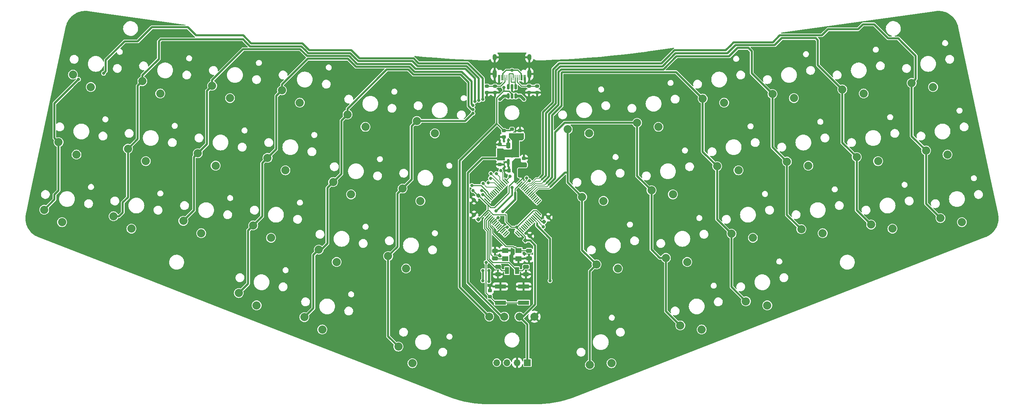
<source format=gbr>
%TF.GenerationSoftware,KiCad,Pcbnew,7.0.2*%
%TF.CreationDate,2023-06-24T23:52:28+10:00*%
%TF.ProjectId,keyboard,6b657962-6f61-4726-942e-6b696361645f,v1.0.0*%
%TF.SameCoordinates,Original*%
%TF.FileFunction,Copper,L1,Top*%
%TF.FilePolarity,Positive*%
%FSLAX46Y46*%
G04 Gerber Fmt 4.6, Leading zero omitted, Abs format (unit mm)*
G04 Created by KiCad (PCBNEW 7.0.2) date 2023-06-24 23:52:28*
%MOMM*%
%LPD*%
G01*
G04 APERTURE LIST*
G04 Aperture macros list*
%AMRoundRect*
0 Rectangle with rounded corners*
0 $1 Rounding radius*
0 $2 $3 $4 $5 $6 $7 $8 $9 X,Y pos of 4 corners*
0 Add a 4 corners polygon primitive as box body*
4,1,4,$2,$3,$4,$5,$6,$7,$8,$9,$2,$3,0*
0 Add four circle primitives for the rounded corners*
1,1,$1+$1,$2,$3*
1,1,$1+$1,$4,$5*
1,1,$1+$1,$6,$7*
1,1,$1+$1,$8,$9*
0 Add four rect primitives between the rounded corners*
20,1,$1+$1,$2,$3,$4,$5,0*
20,1,$1+$1,$4,$5,$6,$7,0*
20,1,$1+$1,$6,$7,$8,$9,0*
20,1,$1+$1,$8,$9,$2,$3,0*%
G04 Aperture macros list end*
%TA.AperFunction,SMDPad,CuDef*%
%ADD10R,2.800000X1.000000*%
%TD*%
%TA.AperFunction,SMDPad,CuDef*%
%ADD11RoundRect,0.225000X0.250000X-0.225000X0.250000X0.225000X-0.250000X0.225000X-0.250000X-0.225000X0*%
%TD*%
%TA.AperFunction,ComponentPad*%
%ADD12R,1.700000X1.700000*%
%TD*%
%TA.AperFunction,ComponentPad*%
%ADD13O,1.700000X1.700000*%
%TD*%
%TA.AperFunction,ComponentPad*%
%ADD14C,2.032000*%
%TD*%
%TA.AperFunction,SMDPad,CuDef*%
%ADD15R,1.000000X1.800000*%
%TD*%
%TA.AperFunction,SMDPad,CuDef*%
%ADD16RoundRect,0.225000X-0.017678X0.335876X-0.335876X0.017678X0.017678X-0.335876X0.335876X-0.017678X0*%
%TD*%
%TA.AperFunction,SMDPad,CuDef*%
%ADD17C,2.000000*%
%TD*%
%TA.AperFunction,SMDPad,CuDef*%
%ADD18RoundRect,0.225000X0.017678X-0.335876X0.335876X-0.017678X-0.017678X0.335876X-0.335876X0.017678X0*%
%TD*%
%TA.AperFunction,SMDPad,CuDef*%
%ADD19RoundRect,0.150000X-0.150000X0.512500X-0.150000X-0.512500X0.150000X-0.512500X0.150000X0.512500X0*%
%TD*%
%TA.AperFunction,SMDPad,CuDef*%
%ADD20RoundRect,0.150000X0.150000X-0.587500X0.150000X0.587500X-0.150000X0.587500X-0.150000X-0.587500X0*%
%TD*%
%TA.AperFunction,SMDPad,CuDef*%
%ADD21RoundRect,0.250000X0.475000X-0.250000X0.475000X0.250000X-0.475000X0.250000X-0.475000X-0.250000X0*%
%TD*%
%TA.AperFunction,SMDPad,CuDef*%
%ADD22RoundRect,0.200000X-0.275000X0.200000X-0.275000X-0.200000X0.275000X-0.200000X0.275000X0.200000X0*%
%TD*%
%TA.AperFunction,SMDPad,CuDef*%
%ADD23RoundRect,0.075000X-0.441942X-0.548008X0.548008X0.441942X0.441942X0.548008X-0.548008X-0.441942X0*%
%TD*%
%TA.AperFunction,SMDPad,CuDef*%
%ADD24RoundRect,0.075000X0.441942X-0.548008X0.548008X-0.441942X-0.441942X0.548008X-0.548008X0.441942X0*%
%TD*%
%TA.AperFunction,SMDPad,CuDef*%
%ADD25RoundRect,0.250000X-0.475000X0.250000X-0.475000X-0.250000X0.475000X-0.250000X0.475000X0.250000X0*%
%TD*%
%TA.AperFunction,SMDPad,CuDef*%
%ADD26RoundRect,0.225000X0.335876X0.017678X0.017678X0.335876X-0.335876X-0.017678X-0.017678X-0.335876X0*%
%TD*%
%TA.AperFunction,SMDPad,CuDef*%
%ADD27RoundRect,0.225000X-0.250000X0.225000X-0.250000X-0.225000X0.250000X-0.225000X0.250000X0.225000X0*%
%TD*%
%TA.AperFunction,SMDPad,CuDef*%
%ADD28RoundRect,0.225000X0.225000X0.250000X-0.225000X0.250000X-0.225000X-0.250000X0.225000X-0.250000X0*%
%TD*%
%TA.AperFunction,SMDPad,CuDef*%
%ADD29RoundRect,0.250000X0.250000X0.475000X-0.250000X0.475000X-0.250000X-0.475000X0.250000X-0.475000X0*%
%TD*%
%TA.AperFunction,SMDPad,CuDef*%
%ADD30R,0.250000X1.450000*%
%TD*%
%TA.AperFunction,SMDPad,CuDef*%
%ADD31R,0.300000X1.450000*%
%TD*%
%TA.AperFunction,ComponentPad*%
%ADD32RoundRect,0.500000X0.000000X0.600000X0.000000X0.600000X0.000000X-0.600000X0.000000X-0.600000X0*%
%TD*%
%TA.AperFunction,ComponentPad*%
%ADD33RoundRect,0.500000X0.000000X0.300000X0.000000X0.300000X0.000000X-0.300000X0.000000X-0.300000X0*%
%TD*%
%TA.AperFunction,SMDPad,CuDef*%
%ADD34RoundRect,0.218750X-0.256250X0.218750X-0.256250X-0.218750X0.256250X-0.218750X0.256250X0.218750X0*%
%TD*%
%TA.AperFunction,SMDPad,CuDef*%
%ADD35R,1.600000X1.300000*%
%TD*%
%TA.AperFunction,ViaPad*%
%ADD36C,0.800000*%
%TD*%
%TA.AperFunction,Conductor*%
%ADD37C,0.200000*%
%TD*%
%TA.AperFunction,Conductor*%
%ADD38C,0.250000*%
%TD*%
%TA.AperFunction,Conductor*%
%ADD39C,0.600000*%
%TD*%
%TA.AperFunction,Conductor*%
%ADD40C,0.500000*%
%TD*%
%TA.AperFunction,Conductor*%
%ADD41C,0.400000*%
%TD*%
%TA.AperFunction,Conductor*%
%ADD42C,0.320000*%
%TD*%
%TA.AperFunction,Conductor*%
%ADD43C,0.760000*%
%TD*%
G04 APERTURE END LIST*
D10*
%TO.P,SW43,2,2*%
%TO.N,/inputs/NRST*%
X202899987Y-123750000D03*
X197099987Y-123750000D03*
%TO.P,SW43,1,1*%
%TO.N,GND*%
X202899987Y-119750000D03*
X197099987Y-119750000D03*
%TD*%
D11*
%TO.P,C17,2*%
%TO.N,GND*%
X194500000Y-120725000D03*
%TO.P,C17,1*%
%TO.N,/inputs/NRST*%
X194500000Y-122275000D03*
%TD*%
D12*
%TO.P,J2,1,Pin_1*%
%TO.N,+3V3*%
X203849987Y-138750000D03*
D13*
%TO.P,J2,2,Pin_2*%
%TO.N,GND*%
X201309987Y-138750000D03*
%TO.P,J2,3,Pin_3*%
%TO.N,/connectors/SWDIO*%
X198769987Y-138750000D03*
%TO.P,J2,4,Pin_4*%
%TO.N,/connectors/SWCLK*%
X196229987Y-138750000D03*
%TD*%
D14*
%TO.P,SW38,1,1*%
%TO.N,Net-(D38-A)*%
X291240944Y-88412285D03*
%TO.P,SW38,2,2*%
%TO.N,/inputs/col10*%
X285913591Y-87397733D03*
%TD*%
%TO.P,SW1,1,1*%
%TO.N,Net-(JP2-B)*%
X95056666Y-69909057D03*
%TO.P,SW1,2,2*%
%TO.N,Net-(JP1-A)*%
X90602543Y-66815388D03*
%TD*%
%TO.P,SW40,1,1*%
%TO.N,Net-(D40-A)*%
X304943337Y-69909057D03*
%TO.P,SW40,2,2*%
%TO.N,/inputs/col11*%
X299615984Y-68894505D03*
%TD*%
D15*
%TO.P,Y2,1,1*%
%TO.N,/stm32/LSEO_IN*%
X198750000Y-115750000D03*
%TO.P,Y2,2,2*%
%TO.N,/stm32/LSEO_OUT*%
X201250000Y-115750000D03*
%TD*%
D16*
%TO.P,C10,1*%
%TO.N,+3V3*%
X191648008Y-97051992D03*
%TO.P,C10,2*%
%TO.N,GND*%
X190551992Y-98148008D03*
%TD*%
D14*
%TO.P,SW9,1,1*%
%TO.N,Net-(D9-A)*%
X122565407Y-106426439D03*
%TO.P,SW9,2,2*%
%TO.N,/inputs/col2*%
X118111284Y-103332770D03*
%TD*%
%TO.P,SW11,1,1*%
%TO.N,Net-(D11-A)*%
X143544709Y-90694500D03*
%TO.P,SW11,2,2*%
%TO.N,/inputs/col3*%
X139090586Y-87600831D03*
%TD*%
%TO.P,SW16,1,1*%
%TO.N,Net-(D16-A)*%
X156311500Y-113599392D03*
%TO.P,SW16,2,2*%
%TO.N,/inputs/col4*%
X151857377Y-110505723D03*
%TD*%
%TO.P,SW34,1,1*%
%TO.N,Net-(D34-A)*%
X270261642Y-72680347D03*
%TO.P,SW34,2,2*%
%TO.N,/inputs/col9*%
X264934289Y-71665795D03*
%TD*%
D17*
%TO.P,TP3,1,1*%
%TO.N,GND*%
X205600000Y-127250000D03*
%TD*%
D14*
%TO.P,SW15,1,1*%
%TO.N,Net-(D15-A)*%
X159897976Y-96726346D03*
%TO.P,SW15,2,2*%
%TO.N,/inputs/col4*%
X155443853Y-93632677D03*
%TD*%
D18*
%TO.P,C12,1*%
%TO.N,+3V3*%
X203351992Y-108248008D03*
%TO.P,C12,2*%
%TO.N,GND*%
X204448008Y-107151992D03*
%TD*%
D19*
%TO.P,U2,1,I/O1*%
%TO.N,Net-(J1-D--PadA7)*%
X200950002Y-69862500D03*
%TO.P,U2,2,GND*%
%TO.N,GND*%
X200000002Y-69862500D03*
%TO.P,U2,3,I/O2*%
%TO.N,Net-(J1-D+-PadA6)*%
X199050002Y-69862500D03*
%TO.P,U2,4,I/O2*%
%TO.N,/connectors/USB_D+*%
X199050002Y-72137500D03*
%TO.P,U2,5,VBUS*%
%TO.N,VBUS*%
X200000002Y-72137500D03*
%TO.P,U2,6,I/O1*%
%TO.N,/connectors/USB_D-*%
X200950002Y-72137500D03*
%TD*%
D20*
%TO.P,U1,1,GND*%
%TO.N,GND*%
X199050000Y-88687500D03*
%TO.P,U1,2,VOUT*%
%TO.N,+3V3*%
X200950000Y-88687500D03*
%TO.P,U1,3,VIN*%
%TO.N,+5V*%
X200000000Y-86812500D03*
%TD*%
D21*
%TO.P,C6,1*%
%TO.N,/stm32/HSEO_IN*%
X195750000Y-112700000D03*
%TO.P,C6,2*%
%TO.N,GND*%
X195750000Y-110800000D03*
%TD*%
D22*
%TO.P,R3,1*%
%TO.N,/connectors/CC2*%
X195750000Y-69675000D03*
%TO.P,R3,2*%
%TO.N,GND*%
X195750000Y-71325000D03*
%TD*%
D17*
%TO.P,TP2,1,1*%
%TO.N,+5V*%
X198100000Y-127250000D03*
%TD*%
D14*
%TO.P,SW20,1,1*%
%TO.N,Net-(D20-A)*%
X173600369Y-115229574D03*
%TO.P,SW20,2,2*%
%TO.N,/inputs/col5*%
X169146246Y-112135905D03*
%TD*%
%TO.P,SW14,1,1*%
%TO.N,Net-(D14-A)*%
X163484453Y-79853300D03*
%TO.P,SW14,2,2*%
%TO.N,/inputs/col4*%
X159030330Y-76759631D03*
%TD*%
%TO.P,SW32,1,1*%
%TO.N,Net-(D32-A)*%
X260041770Y-107567546D03*
%TO.P,SW32,2,2*%
%TO.N,/inputs/col8*%
X254714417Y-106552994D03*
%TD*%
%TO.P,SW3,1,1*%
%TO.N,Net-(D3-A)*%
X87883713Y-103655150D03*
%TO.P,SW3,2,2*%
%TO.N,/inputs/col0*%
X83429590Y-100561481D03*
%TD*%
%TO.P,SW21,1,1*%
%TO.N,Net-(D21-A)*%
X175191716Y-138876129D03*
%TO.P,SW21,2,2*%
%TO.N,/inputs/col5*%
X171690063Y-134735063D03*
%TD*%
D11*
%TO.P,C2,1*%
%TO.N,+5V*%
X202000000Y-82370000D03*
%TO.P,C2,2*%
%TO.N,GND*%
X202000000Y-80820000D03*
%TD*%
D14*
%TO.P,SW5,1,1*%
%TO.N,Net-(D5-A)*%
X108759059Y-88412285D03*
%TO.P,SW5,2,2*%
%TO.N,/inputs/col1*%
X104304936Y-85318616D03*
%TD*%
%TO.P,SW36,1,1*%
%TO.N,Net-(D36-A)*%
X277434596Y-106426439D03*
%TO.P,SW36,2,2*%
%TO.N,/inputs/col9*%
X272107243Y-105411887D03*
%TD*%
%TO.P,SW7,1,1*%
%TO.N,Net-(D7-A)*%
X129738361Y-72680347D03*
%TO.P,SW7,2,2*%
%TO.N,/inputs/col2*%
X125284238Y-69586678D03*
%TD*%
D17*
%TO.P,TP4,1,1*%
%TO.N,+3V3*%
X201850000Y-127250000D03*
%TD*%
D14*
%TO.P,SW4,1,1*%
%TO.N,Net-(D4-A)*%
X112345535Y-71539239D03*
%TO.P,SW4,2,2*%
%TO.N,/inputs/col1*%
X107891412Y-68445570D03*
%TD*%
D23*
%TO.P,U3,1,VBAT*%
%TO.N,+3V3*%
X193335519Y-101361181D03*
%TO.P,U3,2,PC13*%
%TO.N,unconnected-(U3-PC13-Pad2)*%
X193689072Y-101714734D03*
%TO.P,U3,3,PC14*%
%TO.N,/stm32/LSEO_IN*%
X194042625Y-102068287D03*
%TO.P,U3,4,PC15*%
%TO.N,/stm32/LSEO_OUT*%
X194396179Y-102421841D03*
%TO.P,U3,5,PH0*%
%TO.N,/stm32/HSEO_IN*%
X194749732Y-102775394D03*
%TO.P,U3,6,PH1*%
%TO.N,/stm32/HSEO_OUT*%
X195103286Y-103128948D03*
%TO.P,U3,7,NRST*%
%TO.N,/inputs/NRST*%
X195456839Y-103482501D03*
%TO.P,U3,8,PC0*%
%TO.N,unconnected-(U3-PC0-Pad8)*%
X195810392Y-103836054D03*
%TO.P,U3,9,PC1*%
%TO.N,unconnected-(U3-PC1-Pad9)*%
X196163946Y-104189608D03*
%TO.P,U3,10,PC2*%
%TO.N,unconnected-(U3-PC2-Pad10)*%
X196517499Y-104543161D03*
%TO.P,U3,11,PC3*%
%TO.N,unconnected-(U3-PC3-Pad11)*%
X196871052Y-104896714D03*
%TO.P,U3,12,VSSA*%
%TO.N,GND*%
X197224606Y-105250268D03*
%TO.P,U3,13,VDDA*%
%TO.N,Net-(U3-VDDA)*%
X197578159Y-105603821D03*
%TO.P,U3,14,PA0*%
%TO.N,unconnected-(U3-PA0-Pad14)*%
X197931713Y-105957375D03*
%TO.P,U3,15,PA1*%
%TO.N,unconnected-(U3-PA1-Pad15)*%
X198285266Y-106310928D03*
%TO.P,U3,16,PA2*%
%TO.N,unconnected-(U3-PA2-Pad16)*%
X198638819Y-106664481D03*
D24*
%TO.P,U3,17,PA3*%
%TO.N,unconnected-(U3-PA3-Pad17)*%
X201361181Y-106664481D03*
%TO.P,U3,18,VSS*%
%TO.N,GND*%
X201714734Y-106310928D03*
%TO.P,U3,19,VDD*%
%TO.N,+3V3*%
X202068287Y-105957375D03*
%TO.P,U3,20,PA4*%
%TO.N,unconnected-(U3-PA4-Pad20)*%
X202421841Y-105603821D03*
%TO.P,U3,21,PA5*%
%TO.N,unconnected-(U3-PA5-Pad21)*%
X202775394Y-105250268D03*
%TO.P,U3,22,PA6*%
%TO.N,unconnected-(U3-PA6-Pad22)*%
X203128948Y-104896714D03*
%TO.P,U3,23,PA7*%
%TO.N,unconnected-(U3-PA7-Pad23)*%
X203482501Y-104543161D03*
%TO.P,U3,24,PC4*%
%TO.N,unconnected-(U3-PC4-Pad24)*%
X203836054Y-104189608D03*
%TO.P,U3,25,PC5*%
%TO.N,unconnected-(U3-PC5-Pad25)*%
X204189608Y-103836054D03*
%TO.P,U3,26,PB0*%
%TO.N,unconnected-(U3-PB0-Pad26)*%
X204543161Y-103482501D03*
%TO.P,U3,27,PB1*%
%TO.N,unconnected-(U3-PB1-Pad27)*%
X204896714Y-103128948D03*
%TO.P,U3,28,PB2*%
%TO.N,/inputs/row3*%
X205250268Y-102775394D03*
%TO.P,U3,29,PB10*%
%TO.N,/inputs/row2*%
X205603821Y-102421841D03*
%TO.P,U3,30,VCAP1*%
%TO.N,Net-(U3-VCAP1)*%
X205957375Y-102068287D03*
%TO.P,U3,31,VSS*%
%TO.N,GND*%
X206310928Y-101714734D03*
%TO.P,U3,32,VDD*%
%TO.N,+3V3*%
X206664481Y-101361181D03*
D23*
%TO.P,U3,33,PB12*%
%TO.N,unconnected-(U3-PB12-Pad33)*%
X206664481Y-98638819D03*
%TO.P,U3,34,PB13*%
%TO.N,unconnected-(U3-PB13-Pad34)*%
X206310928Y-98285266D03*
%TO.P,U3,35,PB14*%
%TO.N,unconnected-(U3-PB14-Pad35)*%
X205957375Y-97931713D03*
%TO.P,U3,36,PB15*%
%TO.N,unconnected-(U3-PB15-Pad36)*%
X205603821Y-97578159D03*
%TO.P,U3,37,PC6*%
%TO.N,unconnected-(U3-PC6-Pad37)*%
X205250268Y-97224606D03*
%TO.P,U3,38,PC7*%
%TO.N,/inputs/col6*%
X204896714Y-96871052D03*
%TO.P,U3,39,PC8*%
%TO.N,/inputs/col7*%
X204543161Y-96517499D03*
%TO.P,U3,40,PC9*%
%TO.N,/inputs/col8*%
X204189608Y-96163946D03*
%TO.P,U3,41,PA8*%
%TO.N,/inputs/col9*%
X203836054Y-95810392D03*
%TO.P,U3,42,PA9*%
%TO.N,/inputs/col10*%
X203482501Y-95456839D03*
%TO.P,U3,43,PA10*%
%TO.N,/inputs/col11*%
X203128948Y-95103286D03*
%TO.P,U3,44,PA11*%
%TO.N,/connectors/USB_D-*%
X202775394Y-94749732D03*
%TO.P,U3,45,PA12*%
%TO.N,/connectors/USB_D+*%
X202421841Y-94396179D03*
%TO.P,U3,46,PA13*%
%TO.N,/connectors/SWDIO*%
X202068287Y-94042625D03*
%TO.P,U3,47,VSS*%
%TO.N,GND*%
X201714734Y-93689072D03*
%TO.P,U3,48,VDD*%
%TO.N,+3V3*%
X201361181Y-93335519D03*
D24*
%TO.P,U3,49,PA14*%
%TO.N,/connectors/SWCLK*%
X198638819Y-93335519D03*
%TO.P,U3,50,PA15*%
%TO.N,/inputs/col0*%
X198285266Y-93689072D03*
%TO.P,U3,51,PC10*%
%TO.N,/inputs/col1*%
X197931713Y-94042625D03*
%TO.P,U3,52,PC11*%
%TO.N,/inputs/col2*%
X197578159Y-94396179D03*
%TO.P,U3,53,PC12*%
%TO.N,/inputs/col3*%
X197224606Y-94749732D03*
%TO.P,U3,54,PD2*%
%TO.N,/inputs/col4*%
X196871052Y-95103286D03*
%TO.P,U3,55,PB3*%
%TO.N,/inputs/col5*%
X196517499Y-95456839D03*
%TO.P,U3,56,PB4*%
%TO.N,unconnected-(U3-PB4-Pad56)*%
X196163946Y-95810392D03*
%TO.P,U3,57,PB5*%
%TO.N,unconnected-(U3-PB5-Pad57)*%
X195810392Y-96163946D03*
%TO.P,U3,58,PB6*%
%TO.N,unconnected-(U3-PB6-Pad58)*%
X195456839Y-96517499D03*
%TO.P,U3,59,PB7*%
%TO.N,unconnected-(U3-PB7-Pad59)*%
X195103286Y-96871052D03*
%TO.P,U3,60,BOOT0*%
%TO.N,/inputs/BOOT0*%
X194749732Y-97224606D03*
%TO.P,U3,61,PB8*%
%TO.N,/inputs/row0*%
X194396179Y-97578159D03*
%TO.P,U3,62,PB9*%
%TO.N,/inputs/row1*%
X194042625Y-97931713D03*
%TO.P,U3,63,VSS*%
%TO.N,GND*%
X193689072Y-98285266D03*
%TO.P,U3,64,VDD*%
%TO.N,+3V3*%
X193335519Y-98638819D03*
%TD*%
D25*
%TO.P,C8,1*%
%TO.N,/stm32/HSEO_OUT*%
X204250000Y-110800000D03*
%TO.P,C8,2*%
%TO.N,GND*%
X204250000Y-112700000D03*
%TD*%
D14*
%TO.P,SW19,1,1*%
%TO.N,Net-(D19-A)*%
X177186846Y-98356527D03*
%TO.P,SW19,2,2*%
%TO.N,/inputs/col5*%
X172732723Y-95262858D03*
%TD*%
D11*
%TO.P,C16,1*%
%TO.N,+3V3*%
X203000000Y-89275000D03*
%TO.P,C16,2*%
%TO.N,GND*%
X203000000Y-87725000D03*
%TD*%
D14*
%TO.P,SW27,1,1*%
%TO.N,Net-(D27-A)*%
X240102027Y-96726346D03*
%TO.P,SW27,2,2*%
%TO.N,/inputs/col7*%
X234774674Y-95711794D03*
%TD*%
D22*
%TO.P,R4,1*%
%TO.N,/connectors/CC2*%
X193750000Y-69675000D03*
%TO.P,R4,2*%
%TO.N,GND*%
X193750000Y-71325000D03*
%TD*%
%TO.P,R2,1*%
%TO.N,/connectors/CC1*%
X206250000Y-69675000D03*
%TO.P,R2,2*%
%TO.N,GND*%
X206250000Y-71325000D03*
%TD*%
D26*
%TO.P,C11,1*%
%TO.N,+3V3*%
X191648008Y-102948008D03*
%TO.P,C11,2*%
%TO.N,GND*%
X190551992Y-101851992D03*
%TD*%
D14*
%TO.P,SW17,1,1*%
%TO.N,Net-(D17-A)*%
X152725023Y-130472438D03*
%TO.P,SW17,2,2*%
%TO.N,/inputs/col4*%
X148270900Y-127378769D03*
%TD*%
D22*
%TO.P,R1,1*%
%TO.N,/connectors/CC1*%
X204250000Y-69675000D03*
%TO.P,R1,2*%
%TO.N,GND*%
X204250000Y-71325000D03*
%TD*%
D17*
%TO.P,TP1,1,1*%
%TO.N,VBUS*%
X194350000Y-127250000D03*
%TD*%
D14*
%TO.P,SW22,1,1*%
%TO.N,Net-(D22-A)*%
X219226680Y-81483481D03*
%TO.P,SW22,2,2*%
%TO.N,/inputs/col6*%
X213899327Y-80468929D03*
%TD*%
%TO.P,SW23,1,1*%
%TO.N,Net-(D23-A)*%
X222813157Y-98356527D03*
%TO.P,SW23,2,2*%
%TO.N,/inputs/col6*%
X217485804Y-97341975D03*
%TD*%
D27*
%TO.P,C1,1*%
%TO.N,VBUS*%
X198000000Y-80820000D03*
%TO.P,C1,2*%
%TO.N,GND*%
X198000000Y-82370000D03*
%TD*%
D28*
%TO.P,C13,1*%
%TO.N,+3V3*%
X200775000Y-90750000D03*
%TO.P,C13,2*%
%TO.N,GND*%
X199225000Y-90750000D03*
%TD*%
D14*
%TO.P,SW2,1,1*%
%TO.N,Net-(D2-A)*%
X91470189Y-86782104D03*
%TO.P,SW2,2,2*%
%TO.N,/inputs/col0*%
X87016066Y-83688435D03*
%TD*%
%TO.P,SW25,1,1*%
%TO.N,Net-(D25-A)*%
X224808287Y-138876129D03*
%TO.P,SW25,2,2*%
%TO.N,/inputs/col6*%
X219399874Y-139274968D03*
%TD*%
D25*
%TO.P,C7,1*%
%TO.N,/stm32/LSEO_IN*%
X196500000Y-114800000D03*
%TO.P,C7,2*%
%TO.N,GND*%
X196500000Y-116700000D03*
%TD*%
D14*
%TO.P,SW33,1,1*%
%TO.N,Net-(D33-A)*%
X263628247Y-124440593D03*
%TO.P,SW33,2,2*%
%TO.N,/inputs/col8*%
X258300894Y-123426041D03*
%TD*%
D27*
%TO.P,C5,1*%
%TO.N,+5V*%
X197000000Y-87725000D03*
%TO.P,C5,2*%
%TO.N,GND*%
X197000000Y-89275000D03*
%TD*%
D29*
%TO.P,C3,1*%
%TO.N,+5V*%
X200950000Y-84500000D03*
%TO.P,C3,2*%
%TO.N,GND*%
X199050000Y-84500000D03*
%TD*%
D25*
%TO.P,C9,1*%
%TO.N,/stm32/LSEO_OUT*%
X203500000Y-114800000D03*
%TO.P,C9,2*%
%TO.N,GND*%
X203500000Y-116700000D03*
%TD*%
D14*
%TO.P,SW18,1,1*%
%TO.N,Net-(D18-A)*%
X180773322Y-81483481D03*
%TO.P,SW18,2,2*%
%TO.N,/inputs/col5*%
X176319199Y-78389812D03*
%TD*%
%TO.P,SW10,1,1*%
%TO.N,Net-(D10-A)*%
X147131186Y-73821454D03*
%TO.P,SW10,2,2*%
%TO.N,/inputs/col3*%
X142677063Y-70727785D03*
%TD*%
%TO.P,SW8,1,1*%
%TO.N,Net-(D8-A)*%
X126151884Y-89553393D03*
%TO.P,SW8,2,2*%
%TO.N,/inputs/col2*%
X121697761Y-86459724D03*
%TD*%
%TO.P,SW42,1,1*%
%TO.N,Net-(D42-A)*%
X312116290Y-103655150D03*
%TO.P,SW42,2,2*%
%TO.N,/inputs/col11*%
X306788937Y-102640598D03*
%TD*%
D30*
%TO.P,J1,A1,GND*%
%TO.N,GND*%
X203375000Y-67600000D03*
%TO.P,J1,A4,VBUS*%
%TO.N,VBUS*%
X202575000Y-67600000D03*
%TO.P,J1,A5,CC1*%
%TO.N,/connectors/CC1*%
X201250000Y-67600000D03*
%TO.P,J1,A6,D+*%
%TO.N,Net-(J1-D+-PadA6)*%
X200250000Y-67600000D03*
%TO.P,J1,A7,D-*%
%TO.N,Net-(J1-D--PadA7)*%
X199750000Y-67600000D03*
%TO.P,J1,A8,SBU1*%
%TO.N,unconnected-(J1-SBU1-PadA8)*%
X198750000Y-67600000D03*
%TO.P,J1,A9,VBUS*%
%TO.N,VBUS*%
X197425000Y-67600000D03*
%TO.P,J1,A12,GND*%
%TO.N,GND*%
X196625000Y-67600000D03*
D31*
%TO.P,J1,B1,GND*%
X196900000Y-67600000D03*
%TO.P,J1,B4,VBUS*%
%TO.N,VBUS*%
X197700000Y-67600000D03*
D30*
%TO.P,J1,B5,CC2*%
%TO.N,/connectors/CC2*%
X198250000Y-67600000D03*
%TO.P,J1,B6,D+*%
%TO.N,Net-(J1-D+-PadA6)*%
X199250000Y-67600000D03*
%TO.P,J1,B7,D-*%
%TO.N,Net-(J1-D--PadA7)*%
X200750000Y-67600000D03*
%TO.P,J1,B8,SBU2*%
%TO.N,unconnected-(J1-SBU2-PadB8)*%
X201750000Y-67600000D03*
D31*
%TO.P,J1,B9,VBUS*%
%TO.N,VBUS*%
X202300000Y-67600000D03*
%TO.P,J1,B12,GND*%
%TO.N,GND*%
X203100000Y-67600000D03*
D32*
%TO.P,J1,S1,SHIELD*%
X204320000Y-66680000D03*
D33*
X204320000Y-62500000D03*
D32*
X195680000Y-66680000D03*
D33*
X195680000Y-62500000D03*
%TD*%
D14*
%TO.P,SW12,1,1*%
%TO.N,Net-(D12-A)*%
X139958233Y-107567546D03*
%TO.P,SW12,2,2*%
%TO.N,/inputs/col3*%
X135504110Y-104473877D03*
%TD*%
%TO.P,SW39,1,1*%
%TO.N,Net-(D39-A)*%
X294827421Y-105285331D03*
%TO.P,SW39,2,2*%
%TO.N,/inputs/col10*%
X289500068Y-104270779D03*
%TD*%
D34*
%TO.P,FB1,1*%
%TO.N,VBUS*%
X200000000Y-80462500D03*
%TO.P,FB1,2*%
%TO.N,+5V*%
X200000000Y-82037500D03*
%TD*%
D35*
%TO.P,Y1,1,1*%
%TO.N,/stm32/HSEO_IN*%
X198350000Y-112750000D03*
%TO.P,Y1,2,2*%
%TO.N,GND*%
X201650000Y-112750000D03*
%TO.P,Y1,3,3*%
%TO.N,/stm32/HSEO_OUT*%
X201650000Y-110750000D03*
%TO.P,Y1,4,4*%
%TO.N,GND*%
X198350000Y-110750000D03*
%TD*%
D14*
%TO.P,SW24,1,1*%
%TO.N,Net-(D24-A)*%
X226399634Y-115229574D03*
%TO.P,SW24,2,2*%
%TO.N,/inputs/col6*%
X221072281Y-114215022D03*
%TD*%
%TO.P,SW35,1,1*%
%TO.N,Net-(D35-A)*%
X273848119Y-89553393D03*
%TO.P,SW35,2,2*%
%TO.N,/inputs/col9*%
X268520766Y-88538841D03*
%TD*%
%TO.P,SW28,1,1*%
%TO.N,Net-(D28-A)*%
X243688503Y-113599392D03*
%TO.P,SW28,2,2*%
%TO.N,/inputs/col7*%
X238361150Y-112584840D03*
%TD*%
D11*
%TO.P,C4,1*%
%TO.N,+5V*%
X197000000Y-85775000D03*
%TO.P,C4,2*%
%TO.N,GND*%
X197000000Y-84225000D03*
%TD*%
D14*
%TO.P,SW37,1,1*%
%TO.N,Net-(D37-A)*%
X287654468Y-71539239D03*
%TO.P,SW37,2,2*%
%TO.N,/inputs/col10*%
X282327115Y-70524687D03*
%TD*%
%TO.P,SW13,1,1*%
%TO.N,Net-(D13-A)*%
X136371756Y-124440593D03*
%TO.P,SW13,2,2*%
%TO.N,/inputs/col3*%
X131917633Y-121346924D03*
%TD*%
%TO.P,SW26,1,1*%
%TO.N,Net-(D26-A)*%
X236515550Y-79853300D03*
%TO.P,SW26,2,2*%
%TO.N,/inputs/col7*%
X231188197Y-78838748D03*
%TD*%
D18*
%TO.P,C14,1*%
%TO.N,Net-(U3-VCAP1)*%
X207951992Y-103548008D03*
%TO.P,C14,2*%
%TO.N,GND*%
X209048008Y-102451992D03*
%TD*%
D14*
%TO.P,SW6,1,1*%
%TO.N,Net-(D6-A)*%
X105172582Y-105285331D03*
%TO.P,SW6,2,2*%
%TO.N,/inputs/col1*%
X100718459Y-102191662D03*
%TD*%
%TO.P,SW30,1,1*%
%TO.N,Net-(D30-A)*%
X252868817Y-73821454D03*
%TO.P,SW30,2,2*%
%TO.N,/inputs/col8*%
X247541464Y-72806902D03*
%TD*%
%TO.P,SW31,1,1*%
%TO.N,Net-(D31-A)*%
X256455294Y-90694500D03*
%TO.P,SW31,2,2*%
%TO.N,/inputs/col8*%
X251127941Y-89679948D03*
%TD*%
%TO.P,SW41,1,1*%
%TO.N,Net-(D41-A)*%
X308529814Y-86782104D03*
%TO.P,SW41,2,2*%
%TO.N,/inputs/col11*%
X303202461Y-85767552D03*
%TD*%
%TO.P,SW29,1,1*%
%TO.N,Net-(D29-A)*%
X247274980Y-130472438D03*
%TO.P,SW29,2,2*%
%TO.N,/inputs/col7*%
X241947627Y-129457886D03*
%TD*%
D36*
%TO.N,GND*%
X188000000Y-104250000D03*
X190000000Y-104250000D03*
%TO.N,/inputs/NRST*%
X196500000Y-102500000D03*
X193549500Y-113710494D03*
%TO.N,GND*%
X195550000Y-107900000D03*
X196700000Y-106750000D03*
X202350000Y-91550000D03*
X201700000Y-95850000D03*
X198450000Y-95850000D03*
X195500000Y-86500000D03*
X195525875Y-88574500D03*
%TO.N,/inputs/BOOT0*%
X190000000Y-94500000D03*
%TO.N,/connectors/SWCLK*%
X199500000Y-92250000D03*
X200000000Y-95000000D03*
X196000000Y-100849500D03*
%TO.N,/connectors/SWDIO*%
X197750000Y-101000000D03*
%TO.N,/connectors/SWCLK*%
X192750000Y-115750000D03*
%TO.N,/connectors/SWDIO*%
X194250000Y-115750000D03*
X194250000Y-118500000D03*
%TO.N,/connectors/SWCLK*%
X192750000Y-118278947D03*
%TO.N,/inputs/col5*%
X190250000Y-76500000D03*
%TO.N,/inputs/col4*%
X190250000Y-75500000D03*
%TO.N,/inputs/col3*%
X190250000Y-74500000D03*
%TO.N,/inputs/col2*%
X190750000Y-73500000D03*
%TO.N,/inputs/col1*%
X191750000Y-73250000D03*
%TO.N,/inputs/col0*%
X192750000Y-73000000D03*
X98250000Y-66500000D03*
%TO.N,/inputs/col5*%
X192774136Y-93974577D03*
%TO.N,/inputs/col4*%
X194050000Y-93850000D03*
%TO.N,/inputs/col3*%
X194642078Y-92690702D03*
%TO.N,/inputs/col2*%
X194750000Y-91500000D03*
%TO.N,/inputs/col1*%
X196104779Y-91523484D03*
%TO.N,/inputs/col0*%
X197200000Y-90800000D03*
%TO.N,GND*%
X99500000Y-73250000D03*
X93000000Y-74000000D03*
%TO.N,+3V3*%
X190250000Y-95750000D03*
%TO.N,/inputs/col0*%
X92000000Y-68000000D03*
%TO.N,VBUS*%
X200000000Y-65750000D03*
X198000000Y-70000000D03*
%TO.N,GND*%
X200000000Y-103700000D03*
%TO.N,+3V3*%
X201200000Y-104900000D03*
%TO.N,/inputs/row0*%
X192500000Y-95750000D03*
%TO.N,/inputs/row1*%
X192750000Y-96750000D03*
%TO.N,/inputs/row2*%
X207818422Y-104831578D03*
%TO.N,/inputs/row3*%
X209500000Y-118278947D03*
%TO.N,/connectors/USB_D+*%
X203664124Y-92664124D03*
X197000000Y-73000000D03*
%TO.N,/connectors/USB_D-*%
X203000000Y-73000000D03*
X204335876Y-93335876D03*
%TO.N,Net-(U3-VDDA)*%
X198830151Y-104912816D03*
%TD*%
D37*
%TO.N,/inputs/col4*%
X195617766Y-93850000D02*
X196871052Y-95103286D01*
X194050000Y-93850000D02*
X195617766Y-93850000D01*
%TO.N,/inputs/row2*%
X207415092Y-104428248D02*
X207818422Y-104831578D01*
X207415092Y-104415092D02*
X207415092Y-104428248D01*
D38*
%TO.N,/connectors/SWDIO*%
X200800000Y-96250000D02*
X200800000Y-95310912D01*
X200800000Y-95310912D02*
X202068287Y-94042625D01*
D39*
X200800000Y-96250000D02*
X200800000Y-97950000D01*
X200800000Y-97950000D02*
X197750000Y-101000000D01*
D40*
%TO.N,+3V3*%
X202750000Y-127250000D02*
X201850000Y-127250000D01*
X205750000Y-109450000D02*
X205750000Y-124250000D01*
X204548008Y-108248008D02*
X205750000Y-109450000D01*
X205750000Y-124250000D02*
X202750000Y-127250000D01*
X203351992Y-108248008D02*
X204548008Y-108248008D01*
D37*
%TO.N,/inputs/col1*%
X197000000Y-93110912D02*
X197931713Y-94042625D01*
X196104779Y-91523484D02*
X197000000Y-92418705D01*
X197000000Y-92418705D02*
X197000000Y-93110912D01*
%TO.N,/inputs/col0*%
X197715811Y-91315811D02*
X197715811Y-93119617D01*
X197715811Y-93119617D02*
X198285266Y-93689072D01*
X197200000Y-90800000D02*
X197715811Y-91315811D01*
%TO.N,/inputs/col3*%
X195165576Y-92690702D02*
X197224606Y-94749732D01*
X194642078Y-92690702D02*
X195165576Y-92690702D01*
%TO.N,/inputs/col5*%
X195948044Y-94887384D02*
X196517499Y-95456839D01*
X193686943Y-94887384D02*
X195948044Y-94887384D01*
X192774136Y-93974577D02*
X193686943Y-94887384D01*
D38*
%TO.N,Net-(U3-VCAP1)*%
X207437096Y-103548008D02*
X205957375Y-102068287D01*
X207951992Y-103548008D02*
X207437096Y-103548008D01*
D40*
%TO.N,VBUS*%
X187000000Y-119900000D02*
X194350000Y-127250000D01*
X187000000Y-88300000D02*
X187000000Y-119900000D01*
X196240000Y-79060000D02*
X187000000Y-88300000D01*
%TO.N,+5V*%
X197500000Y-127250000D02*
X198100000Y-127250000D01*
X189000000Y-91360000D02*
X189000000Y-118750000D01*
X189000000Y-118750000D02*
X197500000Y-127250000D01*
X192635000Y-87725000D02*
X189000000Y-91360000D01*
X197000000Y-87725000D02*
X192635000Y-87725000D01*
D38*
%TO.N,/inputs/NRST*%
X193525000Y-121300000D02*
X194500000Y-122275000D01*
X193525000Y-113734994D02*
X193525000Y-121300000D01*
X193549500Y-113710494D02*
X193525000Y-113734994D01*
X196439340Y-102500000D02*
X196500000Y-102500000D01*
X195456839Y-103482501D02*
X196439340Y-102500000D01*
%TO.N,+3V3*%
X199842640Y-104900000D02*
X201200000Y-104900000D01*
X198500000Y-101750000D02*
X198500000Y-103557360D01*
X195279974Y-101750000D02*
X198500000Y-101750000D01*
X194296700Y-100766726D02*
X195279974Y-101750000D01*
X193929974Y-100766726D02*
X194296700Y-100766726D01*
X193335519Y-101361181D02*
X193929974Y-100766726D01*
X198500000Y-103557360D02*
X199842640Y-104900000D01*
%TO.N,/inputs/NRST*%
X195975000Y-123750000D02*
X194500000Y-122275000D01*
X197099987Y-123750000D02*
X195975000Y-123750000D01*
X197099987Y-123750000D02*
X202899987Y-123750000D01*
D40*
%TO.N,+3V3*%
X203849987Y-129249987D02*
X203849987Y-138750000D01*
X201850000Y-127250000D02*
X203849987Y-129249987D01*
D38*
X200639176Y-93335519D02*
X201361181Y-93335519D01*
X199275000Y-94699695D02*
X200639176Y-93335519D01*
X199275000Y-96375000D02*
X199275000Y-94699695D01*
X195650000Y-100000000D02*
X199275000Y-96375000D01*
X194696700Y-100000000D02*
X195650000Y-100000000D01*
X193335519Y-98638819D02*
X194696700Y-100000000D01*
D41*
%TO.N,/connectors/SWCLK*%
X200000000Y-96850000D02*
X200000000Y-95000000D01*
X196000500Y-100849500D02*
X200000000Y-96850000D01*
X196000000Y-100849500D02*
X196000500Y-100849500D01*
D38*
%TO.N,GND*%
X196226375Y-89275000D02*
X195525875Y-88574500D01*
X197000000Y-89275000D02*
X196226375Y-89275000D01*
X199050000Y-84500000D02*
X197275000Y-84500000D01*
X197275000Y-84500000D02*
X197000000Y-84225000D01*
%TO.N,/inputs/BOOT0*%
X194000000Y-96224695D02*
X194000000Y-96474874D01*
X192275305Y-94500000D02*
X194000000Y-96224695D01*
X194000000Y-96474874D02*
X194749732Y-97224606D01*
X190000000Y-94500000D02*
X192275305Y-94500000D01*
%TO.N,/connectors/SWCLK*%
X198638819Y-93111181D02*
X199500000Y-92250000D01*
X198638819Y-93335519D02*
X198638819Y-93111181D01*
X199500000Y-92250000D02*
X199500000Y-92474338D01*
D41*
X192750000Y-118278947D02*
X192750000Y-115750000D01*
D39*
%TO.N,/connectors/SWDIO*%
X194250000Y-118500000D02*
X194250000Y-115750000D01*
D40*
%TO.N,/inputs/col5*%
X188360188Y-78389812D02*
X190250000Y-76500000D01*
X176319199Y-78389812D02*
X188360188Y-78389812D01*
%TO.N,/inputs/col4*%
X190047918Y-75500000D02*
X190250000Y-75500000D01*
X189200000Y-74652082D02*
X190047918Y-75500000D01*
X189200000Y-68789949D02*
X189200000Y-74652082D01*
X187210050Y-66799999D02*
X189200000Y-68789949D01*
X175420102Y-66800000D02*
X187210050Y-66799999D01*
X174170100Y-65550000D02*
X175420102Y-66800000D01*
X168803121Y-65550000D02*
X174170100Y-65550000D01*
X159030330Y-75322791D02*
X168803121Y-65550000D01*
X159030330Y-76759631D02*
X159030330Y-75322791D01*
%TO.N,/inputs/col3*%
X189900000Y-74150000D02*
X190250000Y-74500000D01*
X189900000Y-68499999D02*
X189900000Y-74150000D01*
X175710051Y-66100000D02*
X187500000Y-66099999D01*
X174460050Y-64850000D02*
X175710051Y-66100000D01*
X161130153Y-64850000D02*
X174460050Y-64850000D01*
X159130151Y-62850000D02*
X161130153Y-64850000D01*
X149118008Y-62850000D02*
X159130151Y-62850000D01*
X187500000Y-66099999D02*
X189900000Y-68499999D01*
X142677063Y-69290945D02*
X149118008Y-62850000D01*
X142677063Y-70727785D02*
X142677063Y-69290945D01*
%TO.N,/inputs/col2*%
X190750000Y-67739950D02*
X190750000Y-73500000D01*
X188410049Y-65399999D02*
X190750000Y-67739950D01*
X176000000Y-65400000D02*
X188410049Y-65399999D01*
X174750000Y-64150000D02*
X176000000Y-65400000D01*
X161420102Y-64150000D02*
X174750000Y-64150000D01*
X159420100Y-62150000D02*
X161420102Y-64150000D01*
X148920102Y-62150000D02*
X159420100Y-62150000D01*
X147220100Y-60450000D02*
X148920102Y-62150000D01*
X132984076Y-60450000D02*
X147220100Y-60450000D01*
X125284238Y-68149838D02*
X132984076Y-60450000D01*
X125284238Y-69586678D02*
X125284238Y-68149838D01*
%TO.N,/inputs/col1*%
X191750000Y-67750000D02*
X191750000Y-73250000D01*
X188700000Y-64700000D02*
X191750000Y-67750000D01*
X188250000Y-64700000D02*
X188700000Y-64700000D01*
X175630025Y-63869975D02*
X176460051Y-64700000D01*
X175210050Y-63450000D02*
X175630025Y-63869975D01*
X171250000Y-63450000D02*
X175210050Y-63450000D01*
X161710051Y-63450000D02*
X171250000Y-63450000D01*
X161005025Y-62744975D02*
X161710051Y-63450000D01*
X159710050Y-61450000D02*
X161005025Y-62744975D01*
X159500000Y-61450000D02*
X159710050Y-61450000D01*
X149210051Y-61450000D02*
X159500000Y-61450000D01*
X148505025Y-60744975D02*
X149210051Y-61450000D01*
X147510050Y-59750000D02*
X148505025Y-60744975D01*
X146500000Y-59750000D02*
X147510050Y-59750000D01*
X134750000Y-59750000D02*
X146500000Y-59750000D01*
X113250000Y-58000000D02*
X133000000Y-58000000D01*
X112500000Y-58000000D02*
X113250000Y-58000000D01*
X112000000Y-58500000D02*
X112500000Y-58000000D01*
X133500000Y-58500000D02*
X134750000Y-59750000D01*
X112000000Y-62900142D02*
X112000000Y-58500000D01*
X107891412Y-68445570D02*
X107891412Y-67008730D01*
X107891412Y-67008730D02*
X112000000Y-62900142D01*
X133000000Y-58000000D02*
X133500000Y-58500000D01*
X176460051Y-64700000D02*
X188250000Y-64700000D01*
%TO.N,/inputs/col0*%
X192750000Y-67750000D02*
X192750000Y-73000000D01*
X189000000Y-64000000D02*
X192750000Y-67750000D01*
X176750000Y-64000000D02*
X189000000Y-64000000D01*
X175500000Y-62750000D02*
X176250000Y-63500000D01*
X162000000Y-62750000D02*
X175500000Y-62750000D01*
X160000000Y-60750000D02*
X162000000Y-62750000D01*
X176250000Y-63500000D02*
X176750000Y-64000000D01*
X159750000Y-60750000D02*
X160000000Y-60750000D01*
X149500000Y-60750000D02*
X159750000Y-60750000D01*
X147750000Y-59000000D02*
X149500000Y-60750000D01*
X135000000Y-59000000D02*
X147750000Y-59000000D01*
X133000000Y-57000000D02*
X135000000Y-59000000D01*
X121250000Y-57000000D02*
X133000000Y-57000000D01*
X119250000Y-55000000D02*
X121250000Y-57000000D01*
X117750000Y-55000000D02*
X119250000Y-55000000D01*
X110250000Y-55000000D02*
X117750000Y-55000000D01*
X103470003Y-58500000D02*
X106750000Y-58500000D01*
X98789555Y-63180448D02*
X103470003Y-58500000D01*
X98789555Y-65960445D02*
X98789555Y-63180448D01*
X98250000Y-66500000D02*
X98789555Y-65960445D01*
X106750000Y-58500000D02*
X110250000Y-55000000D01*
D37*
%TO.N,/inputs/col2*%
X197578159Y-94328159D02*
X197578159Y-94396179D01*
X194750000Y-91500000D02*
X197578159Y-94328159D01*
%TO.N,/inputs/col6*%
X206510050Y-95239950D02*
X204896714Y-96853286D01*
X204896714Y-96853286D02*
X204896714Y-96871052D01*
X209619975Y-94869975D02*
X209250000Y-95239950D01*
X209250000Y-95239950D02*
X206510050Y-95239950D01*
%TO.N,/inputs/col7*%
X206250000Y-94810660D02*
X204543161Y-96517499D01*
X206250000Y-94800000D02*
X206250000Y-94810660D01*
X208700000Y-94800000D02*
X206250000Y-94800000D01*
X209169975Y-94330025D02*
X208700000Y-94800000D01*
%TO.N,/inputs/col8*%
X204260318Y-96163946D02*
X204189608Y-96163946D01*
X204829773Y-95594491D02*
X204260318Y-96163946D01*
X204852567Y-95594491D02*
X204829773Y-95594491D01*
X208110050Y-94400000D02*
X206047058Y-94400000D01*
X206047058Y-94400000D02*
X204852567Y-95594491D01*
X208614950Y-93895100D02*
X208110050Y-94400000D01*
%TO.N,/inputs/col9*%
X205881372Y-94000000D02*
X204640434Y-95240938D01*
X204405508Y-95240938D02*
X203836054Y-95810392D01*
X207500000Y-94000000D02*
X205881372Y-94000000D01*
X204640434Y-95240938D02*
X204405508Y-95240938D01*
X208000000Y-93500000D02*
X207500000Y-94000000D01*
%TO.N,/inputs/col10*%
X204815686Y-94500000D02*
X204439340Y-94500000D01*
X207000000Y-93500000D02*
X205815686Y-93500000D01*
X205815686Y-93500000D02*
X204815686Y-94500000D01*
X207500000Y-93000000D02*
X207000000Y-93500000D01*
X204439340Y-94500000D02*
X203482501Y-95456839D01*
%TO.N,/inputs/col11*%
X204196358Y-94035876D02*
X203128948Y-95103286D01*
X204714124Y-94035876D02*
X204196358Y-94035876D01*
X206750000Y-92750000D02*
X206000000Y-92750000D01*
X207000000Y-92500000D02*
X206750000Y-92750000D01*
X206000000Y-92750000D02*
X204714124Y-94035876D01*
D40*
%TO.N,/inputs/col8*%
X208614950Y-93864950D02*
X208614950Y-93895100D01*
%TO.N,/inputs/col6*%
X209869975Y-94619975D02*
X209619975Y-94869975D01*
%TO.N,/inputs/col7*%
X209250000Y-94250000D02*
X209169975Y-94330025D01*
X209500000Y-94000000D02*
X209250000Y-94250000D01*
%TO.N,/inputs/col9*%
X208000000Y-93489950D02*
X208000000Y-93500000D01*
X208119975Y-93369975D02*
X208000000Y-93489950D01*
%TO.N,/inputs/col8*%
X208864950Y-93614950D02*
X208614950Y-93864950D01*
%TO.N,/inputs/col6*%
X213239950Y-91250000D02*
X209869975Y-94619975D01*
X213899327Y-91250000D02*
X213239950Y-91250000D01*
X213899327Y-91250000D02*
X213899327Y-80468929D01*
X213899327Y-93755498D02*
X213899327Y-91250000D01*
%TO.N,/inputs/col7*%
X210750000Y-92750000D02*
X209500000Y-94000000D01*
X210750000Y-82500000D02*
X210750000Y-92750000D01*
X210750000Y-81194975D02*
X210750000Y-82500000D01*
X213106227Y-78838748D02*
X210750000Y-81194975D01*
X231188197Y-78838748D02*
X213106227Y-78838748D01*
%TO.N,/inputs/col8*%
X209994975Y-92484925D02*
X208864950Y-93614950D01*
X212350000Y-74639950D02*
X209994975Y-76994975D01*
X209994975Y-76994975D02*
X209994975Y-92484925D01*
X212350000Y-66389950D02*
X212350000Y-71000000D01*
X237000000Y-66200000D02*
X212539950Y-66200000D01*
X212350000Y-71000000D02*
X212350000Y-74639950D01*
X212539950Y-66200000D02*
X212350000Y-66389950D01*
X247541464Y-72806902D02*
X240934562Y-66200000D01*
X240934562Y-66200000D02*
X237000000Y-66200000D01*
%TO.N,/inputs/col9*%
X209250000Y-92239950D02*
X208119975Y-93369975D01*
X211650000Y-73789949D02*
X211650000Y-74350000D01*
X211650000Y-66100000D02*
X211650000Y-73789949D01*
X237750000Y-65500000D02*
X212250000Y-65500000D01*
X212250000Y-65500000D02*
X211650000Y-66100000D01*
X211650000Y-74350000D02*
X209250000Y-76750000D01*
X241000000Y-62250000D02*
X237750000Y-65500000D01*
X254150000Y-62250000D02*
X241000000Y-62250000D01*
X209250000Y-76750000D02*
X209250000Y-92239950D01*
X256250000Y-60150000D02*
X254150000Y-62250000D01*
X258900000Y-60150000D02*
X256250000Y-60150000D01*
X259750000Y-61000000D02*
X258900000Y-60150000D01*
X264934289Y-71665795D02*
X259750000Y-66481506D01*
X259750000Y-66481506D02*
X259750000Y-61000000D01*
%TO.N,/inputs/col10*%
X208500000Y-92000000D02*
X207500000Y-93000000D01*
X208500000Y-76500000D02*
X208500000Y-92000000D01*
X210950000Y-73500000D02*
X210950000Y-74050000D01*
X210950000Y-65800000D02*
X210950000Y-73500000D01*
X212000000Y-64750000D02*
X210950000Y-65800000D01*
X237500000Y-64750000D02*
X212000000Y-64750000D01*
X240750000Y-61500000D02*
X237500000Y-64750000D01*
X255750000Y-59450000D02*
X253700000Y-61500000D01*
X210950000Y-74050000D02*
X208500000Y-76500000D01*
X265500000Y-59450000D02*
X255750000Y-59450000D01*
X267250000Y-57700000D02*
X265500000Y-59450000D01*
X253700000Y-61500000D02*
X240750000Y-61500000D01*
X276250000Y-64447572D02*
X276250000Y-58250000D01*
X275700000Y-57700000D02*
X267250000Y-57700000D01*
X276250000Y-58250000D02*
X275700000Y-57700000D01*
X282327115Y-70524687D02*
X276250000Y-64447572D01*
%TO.N,/inputs/col11*%
X207750000Y-91750000D02*
X207000000Y-92500000D01*
X207750000Y-76250000D02*
X207750000Y-91750000D01*
X210250000Y-73750000D02*
X207750000Y-76250000D01*
X210250000Y-68000000D02*
X210250000Y-73750000D01*
X210250000Y-65500000D02*
X210250000Y-68000000D01*
X237250000Y-64000000D02*
X211750000Y-64000000D01*
X239000000Y-62250000D02*
X237250000Y-64000000D01*
X240750000Y-60750000D02*
X240500000Y-60750000D01*
X253250000Y-60750000D02*
X240750000Y-60750000D01*
X254500000Y-59500000D02*
X253250000Y-60750000D01*
X265000000Y-58750000D02*
X255250000Y-58750000D01*
X266750000Y-57000000D02*
X265000000Y-58750000D01*
X268000000Y-57000000D02*
X266750000Y-57000000D01*
X240500000Y-60750000D02*
X239000000Y-62250000D01*
X277250000Y-57000000D02*
X268000000Y-57000000D01*
X278000000Y-56250000D02*
X277250000Y-57000000D01*
X278750000Y-55500000D02*
X278000000Y-56250000D01*
X286250000Y-55500000D02*
X278750000Y-55500000D01*
X287500000Y-54250000D02*
X286250000Y-55500000D01*
X293750000Y-57750000D02*
X290250000Y-54250000D01*
X294250000Y-57750000D02*
X293750000Y-57750000D01*
X297250000Y-58750000D02*
X296250000Y-57750000D01*
X300631983Y-62131983D02*
X297250000Y-58750000D01*
X300631983Y-67878506D02*
X300631983Y-62131983D01*
X255250000Y-58750000D02*
X254500000Y-59500000D01*
X290250000Y-54250000D02*
X287500000Y-54250000D01*
X296250000Y-57750000D02*
X294250000Y-57750000D01*
X299615984Y-68894505D02*
X300631983Y-67878506D01*
X211750000Y-64000000D02*
X210250000Y-65500000D01*
D38*
%TO.N,+3V3*%
X191551992Y-97051992D02*
X190250000Y-95750000D01*
X191648008Y-97051992D02*
X191551992Y-97051992D01*
D40*
%TO.N,/inputs/col0*%
X85966156Y-74033844D02*
X85966156Y-82638525D01*
X85966156Y-82638525D02*
X87016066Y-83688435D01*
X92000000Y-68000000D02*
X85966156Y-74033844D01*
D38*
%TO.N,/stm32/HSEO_OUT*%
X194508831Y-103723403D02*
X195103286Y-103128948D01*
X194508831Y-104658831D02*
X194508831Y-103723403D01*
X198525000Y-109775000D02*
X195150000Y-106400000D01*
X200500000Y-110000000D02*
X200275000Y-109775000D01*
X201650000Y-110750000D02*
X200900000Y-110000000D01*
X200900000Y-110000000D02*
X200500000Y-110000000D01*
X200275000Y-109775000D02*
X198525000Y-109775000D01*
X195150000Y-105300000D02*
X194508831Y-104658831D01*
X195150000Y-106400000D02*
X195150000Y-105300000D01*
D42*
%TO.N,VBUS*%
X202300000Y-67600000D02*
X202300000Y-66589447D01*
X198000000Y-70925197D02*
X197925197Y-71000000D01*
X196240000Y-72685197D02*
X196240000Y-79060000D01*
X197700000Y-66580000D02*
X197700000Y-67600000D01*
X198215000Y-66065000D02*
X197700000Y-66580000D01*
X199642500Y-80820000D02*
X200000000Y-80462500D01*
X202300000Y-66589447D02*
X201460553Y-65750000D01*
X200000002Y-72137500D02*
X200000002Y-71703751D01*
X198000000Y-70000000D02*
X198000000Y-70925197D01*
X199296251Y-71000000D02*
X197925197Y-71000000D01*
X200000002Y-72137500D02*
X200000002Y-72571249D01*
X200000002Y-71703751D02*
X199296251Y-71000000D01*
X198000000Y-80820000D02*
X199642500Y-80820000D01*
X198215000Y-66065000D02*
X198530000Y-65750000D01*
X196240000Y-79060000D02*
X198000000Y-80820000D01*
X201460553Y-65750000D02*
X200000000Y-65750000D01*
X197925197Y-71000000D02*
X196240000Y-72685197D01*
X198530000Y-65750000D02*
X200000000Y-65750000D01*
D38*
%TO.N,+3V3*%
X191648008Y-97051992D02*
X191748692Y-97051992D01*
X194000000Y-100000000D02*
X194000000Y-99303300D01*
X201200000Y-105089088D02*
X202068287Y-105957375D01*
X203351992Y-108248008D02*
X203351992Y-107241080D01*
X205333274Y-100766726D02*
X206070026Y-100766726D01*
X194000000Y-100696700D02*
X194000000Y-100000000D01*
X191648008Y-102948008D02*
X191748692Y-102948008D01*
X194000000Y-99303300D02*
X193335519Y-98638819D01*
X201200000Y-104900000D02*
X205333274Y-100766726D01*
X206070026Y-100766726D02*
X206664481Y-101361181D01*
X191748692Y-97051992D02*
X193335519Y-98638819D01*
X201200000Y-104900000D02*
X201200000Y-105089088D01*
X203351992Y-107241080D02*
X202068287Y-105957375D01*
X193335519Y-101361181D02*
X194000000Y-100696700D01*
X191748692Y-102948008D02*
X193335519Y-101361181D01*
%TO.N,/stm32/HSEO_IN*%
X194700000Y-111650000D02*
X194700000Y-105486396D01*
X194700000Y-105486396D02*
X194058831Y-104845227D01*
X194058831Y-104845227D02*
X194058831Y-103466295D01*
X194058831Y-103466295D02*
X194749732Y-102775394D01*
X195750000Y-112700000D02*
X194700000Y-111650000D01*
X195800000Y-112750000D02*
X195750000Y-112700000D01*
X198350000Y-112750000D02*
X195800000Y-112750000D01*
%TO.N,/stm32/LSEO_IN*%
X196500000Y-114800000D02*
X195663604Y-114800000D01*
X193158831Y-105218019D02*
X193158831Y-102952081D01*
X195663604Y-114800000D02*
X193800000Y-112936396D01*
X193800000Y-105859188D02*
X193158831Y-105218019D01*
X193800000Y-112936396D02*
X193800000Y-105859188D01*
X193158831Y-102952081D02*
X194042625Y-102068287D01*
X197450000Y-115750000D02*
X196500000Y-114800000D01*
X198750000Y-115750000D02*
X197450000Y-115750000D01*
%TO.N,/stm32/HSEO_OUT*%
X204200000Y-110750000D02*
X204250000Y-110800000D01*
X201650000Y-110750000D02*
X204200000Y-110750000D01*
%TO.N,/stm32/LSEO_OUT*%
X193608831Y-105031623D02*
X193608831Y-103209189D01*
X202550000Y-115750000D02*
X203500000Y-114800000D01*
X193608831Y-103209189D02*
X194396179Y-102421841D01*
X194250000Y-105672792D02*
X193608831Y-105031623D01*
X201250000Y-115750000D02*
X202550000Y-115750000D01*
X194250000Y-112750000D02*
X194250000Y-105672792D01*
X195225000Y-113725000D02*
X194250000Y-112750000D01*
X201250000Y-115750000D02*
X199225000Y-113725000D01*
X199225000Y-113725000D02*
X195225000Y-113725000D01*
%TO.N,/inputs/row0*%
X193500000Y-96681980D02*
X194396179Y-97578159D01*
X192500000Y-95750000D02*
X192775305Y-95750000D01*
X192775305Y-95750000D02*
X193500000Y-96474695D01*
X193500000Y-96474695D02*
X193500000Y-96681980D01*
%TO.N,/connectors/CC1*%
X206250000Y-69675000D02*
X204250000Y-69675000D01*
X202325000Y-69675000D02*
X201250000Y-68600000D01*
X204250000Y-69675000D02*
X202325000Y-69675000D01*
X201250000Y-68600000D02*
X201250000Y-67600000D01*
%TO.N,Net-(J1-D+-PadA6)*%
X199250000Y-69662502D02*
X199250000Y-67600000D01*
X199250000Y-67600000D02*
X199250000Y-66600000D01*
X200250000Y-66600000D02*
X200250000Y-67600000D01*
X199300000Y-66550000D02*
X200200000Y-66550000D01*
X199050002Y-69862500D02*
X199250000Y-69662502D01*
X199250000Y-66600000D02*
X199300000Y-66550000D01*
X200200000Y-66550000D02*
X200250000Y-66600000D01*
%TO.N,Net-(J1-D--PadA7)*%
X200750000Y-67600000D02*
X200750000Y-69662498D01*
X200750000Y-69662498D02*
X200950002Y-69862500D01*
X199800000Y-68650000D02*
X200700000Y-68650000D01*
X199750000Y-68600000D02*
X199800000Y-68650000D01*
X200700000Y-68650000D02*
X200750000Y-68600000D01*
X199750000Y-67600000D02*
X199750000Y-68600000D01*
X200750000Y-68600000D02*
X200750000Y-67600000D01*
%TO.N,/connectors/CC2*%
X197150000Y-69675000D02*
X198250000Y-68575000D01*
X195750000Y-69675000D02*
X197150000Y-69675000D01*
X198250000Y-68575000D02*
X198250000Y-67600000D01*
X193750000Y-69675000D02*
X195750000Y-69675000D01*
%TO.N,/inputs/row1*%
X192750000Y-96750000D02*
X192860912Y-96750000D01*
X192860912Y-96750000D02*
X194042625Y-97931713D01*
D37*
%TO.N,/inputs/row2*%
X206950000Y-103768020D02*
X205603821Y-102421841D01*
X207415092Y-104415092D02*
X206950000Y-103950000D01*
X206950000Y-103950000D02*
X206950000Y-103768020D01*
%TO.N,/inputs/row3*%
X206250000Y-104000000D02*
X206250000Y-103845838D01*
X206250000Y-103775126D02*
X205250268Y-102775394D01*
D40*
X209500000Y-107750000D02*
X206250000Y-104500000D01*
X209500000Y-118278947D02*
X209500000Y-107750000D01*
X206250000Y-104500000D02*
X206250000Y-104000000D01*
D37*
X206250000Y-104000000D02*
X206250000Y-103775126D01*
D40*
%TO.N,/inputs/col0*%
X87016066Y-83688435D02*
X87016066Y-95733934D01*
X86000000Y-96750000D02*
X86000000Y-97991071D01*
X87016066Y-95733934D02*
X86000000Y-96750000D01*
X86000000Y-97991071D02*
X83429590Y-100561481D01*
%TO.N,/inputs/col1*%
X104304936Y-85318616D02*
X106750000Y-82873552D01*
X104304936Y-85318616D02*
X104304936Y-97445064D01*
X102058338Y-102191662D02*
X100718459Y-102191662D01*
X106750000Y-69586982D02*
X107891412Y-68445570D01*
X104304936Y-97445064D02*
X103000000Y-98750000D01*
X106750000Y-82873552D02*
X106750000Y-69586982D01*
X103000000Y-98750000D02*
X103000000Y-101250000D01*
X103000000Y-101250000D02*
X102058338Y-102191662D01*
%TO.N,/inputs/col2*%
X124000000Y-70870916D02*
X125284238Y-69586678D01*
X120750000Y-100694054D02*
X120750000Y-87407485D01*
X118111284Y-103332770D02*
X120750000Y-100694054D01*
X121697761Y-86459724D02*
X124000000Y-84157485D01*
X124000000Y-84157485D02*
X124000000Y-70870916D01*
X120750000Y-87407485D02*
X121697761Y-86459724D01*
D43*
%TO.N,/connectors/USB_D+*%
X199050002Y-72137500D02*
X197862500Y-72137500D01*
X197862500Y-72137500D02*
X197000000Y-73000000D01*
D37*
X203664124Y-92664124D02*
X203664124Y-93153896D01*
X203664124Y-93153896D02*
X202421841Y-94396179D01*
D43*
%TO.N,/connectors/USB_D-*%
X200950002Y-72137500D02*
X202137500Y-72137500D01*
D37*
X204189250Y-93335876D02*
X202775394Y-94749732D01*
D43*
X202137500Y-72137500D02*
X203000000Y-73000000D01*
D37*
X204335876Y-93335876D02*
X204189250Y-93335876D01*
D38*
%TO.N,Net-(U3-VDDA)*%
X198830151Y-104912816D02*
X198269164Y-104912816D01*
X198269164Y-104912816D02*
X197578159Y-105603821D01*
D40*
%TO.N,/inputs/col3*%
X135504110Y-104473877D02*
X137750000Y-102227987D01*
X141250000Y-85441417D02*
X141250000Y-72154848D01*
X134250000Y-105727987D02*
X135504110Y-104473877D01*
X131917633Y-121346924D02*
X134250000Y-119014557D01*
X141250000Y-72154848D02*
X142677063Y-70727785D01*
X139090586Y-87600831D02*
X141250000Y-85441417D01*
X137750000Y-88941417D02*
X139090586Y-87600831D01*
X137750000Y-102227987D02*
X137750000Y-88941417D01*
X134250000Y-119014557D02*
X134250000Y-105727987D01*
%TO.N,/inputs/col4*%
X157500000Y-91576530D02*
X157500000Y-78289961D01*
X154000000Y-95076530D02*
X155443853Y-93632677D01*
X148270900Y-127378769D02*
X150500000Y-125149669D01*
X150500000Y-125149669D02*
X150500000Y-111863100D01*
X151857377Y-110505723D02*
X152494277Y-110505723D01*
X154000000Y-109000000D02*
X154000000Y-95076530D01*
X150500000Y-111863100D02*
X151857377Y-110505723D01*
X155443853Y-93632677D02*
X157500000Y-91576530D01*
X152494277Y-110505723D02*
X154000000Y-109000000D01*
X157500000Y-78289961D02*
X159030330Y-76759631D01*
%TO.N,/inputs/col5*%
X169146246Y-132191246D02*
X169146246Y-112135905D01*
X171690063Y-134735063D02*
X169146246Y-132191246D01*
X171500000Y-96495581D02*
X172732723Y-95262858D01*
X175000000Y-79709011D02*
X176319199Y-78389812D01*
X169146246Y-112135905D02*
X171500000Y-109782151D01*
X171500000Y-109782151D02*
X171500000Y-96495581D01*
X175000000Y-92995581D02*
X175000000Y-79709011D01*
X172732723Y-95262858D02*
X175000000Y-92995581D01*
%TO.N,/inputs/col6*%
X219399874Y-139274968D02*
X219399874Y-115887429D01*
X219399874Y-115887429D02*
X221072281Y-114215022D01*
X217485804Y-97341975D02*
X213899327Y-93755498D01*
X217485804Y-110628545D02*
X217485804Y-97341975D01*
X221072281Y-114215022D02*
X217485804Y-110628545D01*
%TO.N,/inputs/col7*%
X236834840Y-112584840D02*
X234774674Y-110524674D01*
X231188197Y-92125317D02*
X231188197Y-78838748D01*
X234774674Y-95711794D02*
X231188197Y-92125317D01*
X241947627Y-129457886D02*
X238361150Y-125871409D01*
X238361150Y-112584840D02*
X236834840Y-112584840D01*
X234774674Y-110524674D02*
X234774674Y-95711794D01*
X238361150Y-125871409D02*
X238361150Y-112584840D01*
%TO.N,/inputs/col8*%
X251127941Y-102966518D02*
X251127941Y-89679948D01*
X254714417Y-106552994D02*
X251127941Y-102966518D01*
X258300894Y-123426041D02*
X254714417Y-119839564D01*
X251127941Y-89679948D02*
X247541464Y-86093471D01*
X254714417Y-119839564D02*
X254714417Y-106552994D01*
X247541464Y-86093471D02*
X247541464Y-72806902D01*
%TO.N,/inputs/col9*%
X264934289Y-84952364D02*
X264934289Y-71665795D01*
X268520766Y-101825410D02*
X268520766Y-88538841D01*
X268520766Y-88538841D02*
X264934289Y-84952364D01*
X272107243Y-105411887D02*
X268520766Y-101825410D01*
%TO.N,/inputs/col10*%
X282327115Y-83811257D02*
X282327115Y-70524687D01*
X285913591Y-100684302D02*
X285913591Y-87397733D01*
X289500068Y-104270779D02*
X285913591Y-100684302D01*
X285913591Y-87397733D02*
X282327115Y-83811257D01*
%TO.N,/inputs/col11*%
X303202461Y-85767552D02*
X299615984Y-82181075D01*
X306788937Y-102640598D02*
X303202461Y-99054122D01*
X303202461Y-99054122D02*
X303202461Y-85767552D01*
X299615984Y-82181075D02*
X299615984Y-68894505D01*
%TD*%
%TA.AperFunction,Conductor*%
%TO.N,GND*%
G36*
X306468422Y-50904993D02*
G01*
X306686320Y-50920018D01*
X306888931Y-50936488D01*
X306895843Y-50937298D01*
X307111644Y-50970406D01*
X307312573Y-51004774D01*
X307318936Y-51006080D01*
X307530263Y-51056816D01*
X307532208Y-51057306D01*
X307728775Y-51109112D01*
X307734572Y-51110832D01*
X307940764Y-51178935D01*
X307943139Y-51179755D01*
X308134494Y-51248737D01*
X308139630Y-51250754D01*
X308339393Y-51335778D01*
X308342085Y-51336974D01*
X308526713Y-51422608D01*
X308531226Y-51424845D01*
X308626739Y-51475274D01*
X308723070Y-51526136D01*
X308726258Y-51527895D01*
X308902544Y-51629433D01*
X308906423Y-51631789D01*
X309089191Y-51748725D01*
X309092574Y-51750990D01*
X309259212Y-51867672D01*
X309262525Y-51870097D01*
X309434923Y-52001853D01*
X309438475Y-52004701D01*
X309594177Y-52135625D01*
X309596880Y-52137985D01*
X309598484Y-52139437D01*
X309757690Y-52283629D01*
X309761380Y-52287148D01*
X309904878Y-52431238D01*
X309907061Y-52433501D01*
X309954500Y-52484274D01*
X310055208Y-52592062D01*
X310058903Y-52596248D01*
X310189100Y-52752386D01*
X310190783Y-52754461D01*
X310325242Y-52924854D01*
X310328854Y-52929731D01*
X310444714Y-53096654D01*
X310445940Y-53098463D01*
X310565809Y-53279567D01*
X310569244Y-53285149D01*
X310670276Y-53462238D01*
X310670847Y-53463280D01*
X310775152Y-53653625D01*
X310778304Y-53659895D01*
X310863081Y-53844666D01*
X310864818Y-53848578D01*
X310951713Y-54044261D01*
X310954496Y-54051232D01*
X311022291Y-54241751D01*
X311094182Y-54448588D01*
X311096503Y-54456252D01*
X311146090Y-54647588D01*
X311159664Y-54700500D01*
X311200758Y-54860684D01*
X311201700Y-54864702D01*
X319313890Y-93029558D01*
X321131972Y-101582967D01*
X321150341Y-101669384D01*
X321151110Y-101673413D01*
X321183870Y-101866576D01*
X321219938Y-102082555D01*
X321220931Y-102090443D01*
X321238997Y-102302105D01*
X321254990Y-102508386D01*
X321255286Y-102515811D01*
X321255775Y-102729764D01*
X321253579Y-102935646D01*
X321253264Y-102942554D01*
X321235980Y-103156593D01*
X321215720Y-103361182D01*
X321214884Y-103367526D01*
X321180040Y-103578825D01*
X321179638Y-103581097D01*
X321141695Y-103781912D01*
X321140428Y-103787670D01*
X321088184Y-103995481D01*
X321087458Y-103998205D01*
X321032040Y-104194783D01*
X321030439Y-104199922D01*
X320961156Y-104402750D01*
X320960026Y-104405885D01*
X320887570Y-104596749D01*
X320885730Y-104601259D01*
X320799867Y-104797726D01*
X320798259Y-104801218D01*
X320709329Y-104984916D01*
X320707345Y-104988795D01*
X320605516Y-105177485D01*
X320603362Y-105181274D01*
X320498618Y-105356451D01*
X320496581Y-105359712D01*
X320379488Y-105539320D01*
X320376729Y-105543333D01*
X320256957Y-105708665D01*
X320254957Y-105711331D01*
X320123439Y-105880580D01*
X320120022Y-105884738D01*
X319986137Y-106038947D01*
X319984258Y-106041050D01*
X319839221Y-106198794D01*
X319835104Y-106203013D01*
X319688039Y-106344986D01*
X319686360Y-106346569D01*
X319528907Y-106491636D01*
X319524058Y-106495822D01*
X319364146Y-106625071D01*
X319345824Y-106639339D01*
X319194732Y-106756993D01*
X319189134Y-106761046D01*
X319018226Y-106875903D01*
X318839136Y-106992918D01*
X318832770Y-106996745D01*
X318651516Y-107096631D01*
X318464684Y-107197704D01*
X318457553Y-107201199D01*
X318285132Y-107277297D01*
X318262430Y-107287316D01*
X318172820Y-107326588D01*
X318077161Y-107368510D01*
X318073396Y-107370067D01*
X280805961Y-121893800D01*
X215379302Y-147391644D01*
X215149393Y-147476374D01*
X214470261Y-147725025D01*
X214466977Y-147726162D01*
X214068319Y-147856446D01*
X213535241Y-148027012D01*
X213532308Y-148027901D01*
X213099680Y-148151698D01*
X212588521Y-148292274D01*
X212585951Y-148292944D01*
X212137838Y-148403339D01*
X211631295Y-148520391D01*
X211629100Y-148520871D01*
X211172732Y-148615466D01*
X210663523Y-148711183D01*
X210203935Y-148788761D01*
X210201718Y-148789109D01*
X209687297Y-148863973D01*
X209229640Y-148923835D01*
X209227003Y-148924144D01*
X208699724Y-148978767D01*
X208251639Y-149020514D01*
X208248584Y-149020751D01*
X207690088Y-149055388D01*
X207271169Y-149078764D01*
X207267698Y-149078897D01*
X206549139Y-149093736D01*
X206300889Y-149098350D01*
X193699329Y-149098367D01*
X193456744Y-149093859D01*
X192732031Y-149078899D01*
X192728559Y-149078766D01*
X192311352Y-149055487D01*
X191751148Y-149020746D01*
X191748092Y-149020509D01*
X191301025Y-148978856D01*
X190772723Y-148924127D01*
X190770085Y-148923818D01*
X190313258Y-148864065D01*
X189797900Y-148789065D01*
X189795681Y-148788716D01*
X189336950Y-148711282D01*
X188826798Y-148615387D01*
X188371249Y-148520960D01*
X188369057Y-148520479D01*
X187861628Y-148403222D01*
X187414325Y-148293024D01*
X187411757Y-148292355D01*
X186899589Y-148151499D01*
X186467940Y-148027979D01*
X186465008Y-148027091D01*
X185930540Y-147856078D01*
X185533186Y-147726217D01*
X185529903Y-147725080D01*
X184851282Y-147476620D01*
X184787588Y-147453151D01*
X184622213Y-147392215D01*
X162770196Y-138876129D01*
X173970568Y-138876129D01*
X173989120Y-139088176D01*
X174044214Y-139293790D01*
X174134170Y-139486700D01*
X174134171Y-139486702D01*
X174134172Y-139486703D01*
X174134393Y-139487018D01*
X174228259Y-139621074D01*
X174256263Y-139661067D01*
X174406778Y-139811582D01*
X174581142Y-139933673D01*
X174581143Y-139933673D01*
X174581144Y-139933674D01*
X174774054Y-140023630D01*
X174774055Y-140023630D01*
X174774059Y-140023632D01*
X174979666Y-140078724D01*
X175121032Y-140091092D01*
X175191715Y-140097276D01*
X175191715Y-140097275D01*
X175191716Y-140097276D01*
X175403766Y-140078724D01*
X175609373Y-140023632D01*
X175802290Y-139933673D01*
X175976654Y-139811582D01*
X176127169Y-139661067D01*
X176249260Y-139486703D01*
X176339219Y-139293786D01*
X176394311Y-139088179D01*
X176412863Y-138876129D01*
X176401828Y-138750000D01*
X195174403Y-138750000D01*
X195194686Y-138955933D01*
X195245550Y-139123610D01*
X195254755Y-139153954D01*
X195352302Y-139336450D01*
X195483577Y-139496410D01*
X195643537Y-139627685D01*
X195826033Y-139725232D01*
X196024053Y-139785300D01*
X196229987Y-139805583D01*
X196435921Y-139785300D01*
X196633941Y-139725232D01*
X196816437Y-139627685D01*
X196976397Y-139496410D01*
X197107672Y-139336450D01*
X197205219Y-139153954D01*
X197265287Y-138955934D01*
X197285570Y-138750000D01*
X197265287Y-138544066D01*
X197205219Y-138346046D01*
X197107672Y-138163550D01*
X196976397Y-138003590D01*
X196816437Y-137872315D01*
X196633941Y-137774768D01*
X196633940Y-137774767D01*
X196633939Y-137774767D01*
X196435920Y-137714699D01*
X196229987Y-137694416D01*
X196024053Y-137714699D01*
X195826034Y-137774767D01*
X195643536Y-137872315D01*
X195483577Y-138003590D01*
X195352302Y-138163549D01*
X195254754Y-138346047D01*
X195194686Y-138544066D01*
X195174403Y-138750000D01*
X176401828Y-138750000D01*
X176394311Y-138664079D01*
X176339219Y-138458472D01*
X176286793Y-138346046D01*
X176249261Y-138265558D01*
X176249094Y-138265320D01*
X176127169Y-138091191D01*
X175976654Y-137940676D01*
X175888464Y-137878925D01*
X175802287Y-137818583D01*
X175609377Y-137728627D01*
X175403763Y-137673533D01*
X175191716Y-137654981D01*
X174979668Y-137673533D01*
X174774054Y-137728627D01*
X174581145Y-137818583D01*
X174406781Y-137940673D01*
X174256260Y-138091194D01*
X174134170Y-138265558D01*
X174044214Y-138458467D01*
X173989120Y-138664081D01*
X173970568Y-138876129D01*
X162770196Y-138876129D01*
X155553053Y-136063491D01*
X181665638Y-136063491D01*
X181675648Y-136273600D01*
X181725236Y-136478006D01*
X181725238Y-136478010D01*
X181812617Y-136669344D01*
X181934627Y-136840683D01*
X182086859Y-136985836D01*
X182086861Y-136985837D01*
X182263809Y-137099555D01*
X182459081Y-137177731D01*
X182459084Y-137177732D01*
X182665625Y-137217539D01*
X182665626Y-137217539D01*
X182820908Y-137217539D01*
X182823264Y-137217539D01*
X182980185Y-137202555D01*
X183182007Y-137143295D01*
X183368966Y-137046910D01*
X183534306Y-136916886D01*
X183672051Y-136757920D01*
X183777222Y-136575758D01*
X183846018Y-136376985D01*
X183875953Y-136168784D01*
X183865944Y-135958680D01*
X183816354Y-135754268D01*
X183728975Y-135562934D01*
X183606965Y-135391595D01*
X183454733Y-135246442D01*
X183454730Y-135246440D01*
X183277782Y-135132722D01*
X183082510Y-135054546D01*
X182944813Y-135028007D01*
X182875967Y-135014739D01*
X182718328Y-135014739D01*
X182715998Y-135014961D01*
X182715987Y-135014962D01*
X182561407Y-135029723D01*
X182359585Y-135088983D01*
X182274744Y-135132722D01*
X182172623Y-135185369D01*
X182007285Y-135315392D01*
X181869543Y-135474354D01*
X181764369Y-135656522D01*
X181695573Y-135855295D01*
X181665638Y-136063491D01*
X155553053Y-136063491D01*
X141206582Y-130472438D01*
X151503875Y-130472438D01*
X151522427Y-130684485D01*
X151577521Y-130890099D01*
X151667477Y-131083009D01*
X151783353Y-131248498D01*
X151789570Y-131257376D01*
X151940085Y-131407891D01*
X152114449Y-131529982D01*
X152114450Y-131529982D01*
X152114451Y-131529983D01*
X152307361Y-131619939D01*
X152307362Y-131619939D01*
X152307366Y-131619941D01*
X152512973Y-131675033D01*
X152654339Y-131687401D01*
X152725022Y-131693585D01*
X152725022Y-131693584D01*
X152725023Y-131693585D01*
X152937073Y-131675033D01*
X153142680Y-131619941D01*
X153335597Y-131529982D01*
X153509961Y-131407891D01*
X153660476Y-131257376D01*
X153782567Y-131083012D01*
X153872526Y-130890095D01*
X153927618Y-130684488D01*
X153946170Y-130472438D01*
X153927618Y-130260388D01*
X153872526Y-130054781D01*
X153856804Y-130021066D01*
X153782568Y-129861867D01*
X153660478Y-129687503D01*
X153660476Y-129687500D01*
X153509961Y-129536985D01*
X153335597Y-129414894D01*
X153335596Y-129414893D01*
X153335594Y-129414892D01*
X153142684Y-129324936D01*
X152937070Y-129269842D01*
X152725022Y-129251290D01*
X152512975Y-129269842D01*
X152307361Y-129324936D01*
X152114452Y-129414892D01*
X151940088Y-129536982D01*
X151789567Y-129687503D01*
X151667477Y-129861867D01*
X151577521Y-130054776D01*
X151522427Y-130260390D01*
X151503875Y-130472438D01*
X141206582Y-130472438D01*
X125729052Y-124440593D01*
X135150608Y-124440593D01*
X135169160Y-124652640D01*
X135224254Y-124858254D01*
X135314210Y-125051164D01*
X135433155Y-125221036D01*
X135436303Y-125225531D01*
X135586818Y-125376046D01*
X135761182Y-125498137D01*
X135761183Y-125498137D01*
X135761184Y-125498138D01*
X135954094Y-125588094D01*
X135954095Y-125588094D01*
X135954099Y-125588096D01*
X136159706Y-125643188D01*
X136301072Y-125655556D01*
X136371755Y-125661740D01*
X136371755Y-125661739D01*
X136371756Y-125661740D01*
X136583806Y-125643188D01*
X136789413Y-125588096D01*
X136982330Y-125498137D01*
X137156694Y-125376046D01*
X137307209Y-125225531D01*
X137429300Y-125051167D01*
X137519259Y-124858250D01*
X137574351Y-124652643D01*
X137592903Y-124440593D01*
X137574351Y-124228543D01*
X137519259Y-124022936D01*
X137519003Y-124022388D01*
X137429301Y-123830022D01*
X137362635Y-123734813D01*
X137307209Y-123655655D01*
X137156759Y-123505205D01*
X147466732Y-123505205D01*
X147476742Y-123715314D01*
X147526330Y-123919720D01*
X147526332Y-123919724D01*
X147613711Y-124111058D01*
X147735721Y-124282397D01*
X147887953Y-124427550D01*
X147919265Y-124447673D01*
X148064903Y-124541269D01*
X148260175Y-124619445D01*
X148260178Y-124619446D01*
X148466719Y-124659253D01*
X148466720Y-124659253D01*
X148622002Y-124659253D01*
X148624358Y-124659253D01*
X148781279Y-124644269D01*
X148983101Y-124585009D01*
X149170060Y-124488624D01*
X149335400Y-124358600D01*
X149473145Y-124199634D01*
X149578316Y-124017472D01*
X149647112Y-123818699D01*
X149673080Y-123638088D01*
X149677047Y-123610500D01*
X149672031Y-123505205D01*
X149667038Y-123400394D01*
X149625762Y-123230252D01*
X149617449Y-123195985D01*
X149606390Y-123171769D01*
X149530069Y-123004648D01*
X149408059Y-122833309D01*
X149255827Y-122688156D01*
X149255824Y-122688154D01*
X149078876Y-122574436D01*
X148883604Y-122496260D01*
X148719607Y-122464653D01*
X148677061Y-122456453D01*
X148519422Y-122456453D01*
X148517092Y-122456675D01*
X148517081Y-122456676D01*
X148362501Y-122471436D01*
X148362501Y-122471437D01*
X148160679Y-122530697D01*
X148124170Y-122549519D01*
X147973717Y-122627083D01*
X147808379Y-122757106D01*
X147670637Y-122916068D01*
X147565463Y-123098236D01*
X147496667Y-123297009D01*
X147466732Y-123505205D01*
X137156759Y-123505205D01*
X137156694Y-123505140D01*
X136982330Y-123383049D01*
X136982329Y-123383048D01*
X136982327Y-123383047D01*
X136789417Y-123293091D01*
X136583803Y-123237997D01*
X136371756Y-123219445D01*
X136159708Y-123237997D01*
X135954094Y-123293091D01*
X135761185Y-123383047D01*
X135586821Y-123505137D01*
X135436300Y-123655658D01*
X135314210Y-123830022D01*
X135224254Y-124022931D01*
X135169160Y-124228545D01*
X135150608Y-124440593D01*
X125729052Y-124440593D01*
X107851345Y-117473360D01*
X131113465Y-117473360D01*
X131123475Y-117683469D01*
X131173063Y-117887875D01*
X131173065Y-117887879D01*
X131260444Y-118079213D01*
X131382454Y-118250552D01*
X131534686Y-118395705D01*
X131534688Y-118395706D01*
X131711636Y-118509424D01*
X131906908Y-118587600D01*
X131906911Y-118587601D01*
X132113452Y-118627408D01*
X132113453Y-118627408D01*
X132268735Y-118627408D01*
X132271091Y-118627408D01*
X132428012Y-118612424D01*
X132629834Y-118553164D01*
X132816793Y-118456779D01*
X132982133Y-118326755D01*
X133119878Y-118167789D01*
X133225049Y-117985627D01*
X133293845Y-117786854D01*
X133315771Y-117634357D01*
X133323780Y-117578655D01*
X133318764Y-117473360D01*
X133313771Y-117368549D01*
X133264181Y-117164137D01*
X133176802Y-116972803D01*
X133054792Y-116801464D01*
X132902560Y-116656311D01*
X132902557Y-116656309D01*
X132725609Y-116542591D01*
X132530337Y-116464415D01*
X132392640Y-116437876D01*
X132323794Y-116424608D01*
X132166155Y-116424608D01*
X132163825Y-116424830D01*
X132163814Y-116424831D01*
X132009233Y-116439592D01*
X132009234Y-116439592D01*
X131807412Y-116498852D01*
X131722571Y-116542591D01*
X131620450Y-116595238D01*
X131455112Y-116725261D01*
X131317370Y-116884223D01*
X131212196Y-117066391D01*
X131143400Y-117265164D01*
X131113465Y-117473360D01*
X107851345Y-117473360D01*
X98236078Y-113726134D01*
X114573468Y-113726134D01*
X114603094Y-113995384D01*
X114671609Y-114257458D01*
X114773848Y-114498045D01*
X114777551Y-114506759D01*
X114918663Y-114737979D01*
X115091936Y-114946189D01*
X115173481Y-115019253D01*
X115293677Y-115126950D01*
X115519594Y-115276415D01*
X115764856Y-115391389D01*
X115913699Y-115436169D01*
X116024250Y-115469429D01*
X116215983Y-115497646D01*
X116292241Y-115508869D01*
X116292242Y-115508869D01*
X116493505Y-115508869D01*
X116495312Y-115508869D01*
X116697837Y-115494046D01*
X116962234Y-115435149D01*
X117215239Y-115338383D01*
X117451458Y-115205810D01*
X117665858Y-115040257D01*
X117853867Y-114845250D01*
X118011480Y-114624948D01*
X118135337Y-114384044D01*
X118222799Y-114127674D01*
X118272000Y-113861302D01*
X118281893Y-113590604D01*
X118279621Y-113569959D01*
X118268822Y-113471806D01*
X118252267Y-113321351D01*
X118183753Y-113059281D01*
X118077811Y-112809979D01*
X117936699Y-112578759D01*
X117763426Y-112370549D01*
X117614508Y-112237118D01*
X117561684Y-112189787D01*
X117335767Y-112040322D01*
X117090505Y-111925348D01*
X116831114Y-111847309D01*
X116563121Y-111807869D01*
X116563120Y-111807869D01*
X116360050Y-111807869D01*
X116358271Y-111807999D01*
X116358249Y-111808000D01*
X116157528Y-111822691D01*
X115893127Y-111881589D01*
X115640119Y-111978356D01*
X115403903Y-112110928D01*
X115189506Y-112276478D01*
X115001495Y-112471487D01*
X114843881Y-112691790D01*
X114720022Y-112932698D01*
X114632563Y-113189061D01*
X114583362Y-113455433D01*
X114573468Y-113726134D01*
X98236078Y-113726134D01*
X81926001Y-107369832D01*
X81922211Y-107368264D01*
X81751762Y-107293565D01*
X81541813Y-107200889D01*
X81534686Y-107197395D01*
X81354917Y-107100142D01*
X81166580Y-106996353D01*
X81160212Y-106992525D01*
X80985437Y-106878328D01*
X80810207Y-106760568D01*
X80804606Y-106756512D01*
X80638322Y-106627027D01*
X80528461Y-106538233D01*
X80475265Y-106495237D01*
X80470433Y-106491066D01*
X80369590Y-106398156D01*
X80315417Y-106348245D01*
X80313764Y-106346685D01*
X80164210Y-106202308D01*
X80160093Y-106198090D01*
X80056227Y-106085125D01*
X80017107Y-106042577D01*
X80015233Y-106040480D01*
X80011628Y-106036328D01*
X79879282Y-105883893D01*
X79875896Y-105879772D01*
X79746062Y-105712689D01*
X79744074Y-105710039D01*
X79740384Y-105704945D01*
X79622589Y-105542342D01*
X79619852Y-105538361D01*
X79504174Y-105360922D01*
X79502212Y-105357782D01*
X79458891Y-105285331D01*
X103951434Y-105285331D01*
X103969986Y-105497378D01*
X104025080Y-105702992D01*
X104115036Y-105895902D01*
X104230445Y-106060724D01*
X104237129Y-106070269D01*
X104387644Y-106220784D01*
X104562008Y-106342875D01*
X104562009Y-106342875D01*
X104562010Y-106342876D01*
X104754920Y-106432832D01*
X104754921Y-106432832D01*
X104754925Y-106432834D01*
X104960532Y-106487926D01*
X105172582Y-106506478D01*
X105384632Y-106487926D01*
X105590239Y-106432834D01*
X105603953Y-106426439D01*
X121344259Y-106426439D01*
X121362811Y-106638486D01*
X121417905Y-106844100D01*
X121507861Y-107037010D01*
X121564886Y-107118451D01*
X121629954Y-107211377D01*
X121780469Y-107361892D01*
X121954833Y-107483983D01*
X121954834Y-107483983D01*
X121954835Y-107483984D01*
X122147745Y-107573940D01*
X122147746Y-107573940D01*
X122147750Y-107573942D01*
X122353357Y-107629034D01*
X122565407Y-107647586D01*
X122777457Y-107629034D01*
X122983064Y-107573942D01*
X123175981Y-107483983D01*
X123350345Y-107361892D01*
X123500860Y-107211377D01*
X123622951Y-107037013D01*
X123712910Y-106844096D01*
X123768002Y-106638489D01*
X123786554Y-106426439D01*
X123785994Y-106420043D01*
X123770608Y-106244176D01*
X123768002Y-106214389D01*
X123712910Y-106008782D01*
X123702840Y-105987188D01*
X123622952Y-105815868D01*
X123622421Y-105815110D01*
X123500860Y-105641501D01*
X123350345Y-105490986D01*
X123329525Y-105476408D01*
X123175978Y-105368893D01*
X122983068Y-105278937D01*
X122777454Y-105223843D01*
X122565406Y-105205291D01*
X122353359Y-105223843D01*
X122147745Y-105278937D01*
X121954836Y-105368893D01*
X121780472Y-105490983D01*
X121629951Y-105641504D01*
X121507861Y-105815868D01*
X121417905Y-106008777D01*
X121362811Y-106214391D01*
X121344259Y-106426439D01*
X105603953Y-106426439D01*
X105783156Y-106342875D01*
X105957520Y-106220784D01*
X106108035Y-106070269D01*
X106230126Y-105895905D01*
X106320085Y-105702988D01*
X106375177Y-105497381D01*
X106393729Y-105285331D01*
X106375177Y-105073281D01*
X106320085Y-104867674D01*
X106307268Y-104840189D01*
X106230127Y-104674760D01*
X106228526Y-104672474D01*
X106108035Y-104500393D01*
X105957520Y-104349878D01*
X105927093Y-104328573D01*
X105786595Y-104230195D01*
X105783156Y-104227787D01*
X105783155Y-104227786D01*
X105783153Y-104227785D01*
X105590243Y-104137829D01*
X105384629Y-104082735D01*
X105172582Y-104064183D01*
X104960534Y-104082735D01*
X104754920Y-104137829D01*
X104562011Y-104227785D01*
X104387647Y-104349875D01*
X104237126Y-104500396D01*
X104115036Y-104674760D01*
X104025080Y-104867669D01*
X103969986Y-105073283D01*
X103951434Y-105285331D01*
X79458891Y-105285331D01*
X79395998Y-105180147D01*
X79393855Y-105176377D01*
X79381343Y-105153193D01*
X79293223Y-104989907D01*
X79291257Y-104986062D01*
X79201113Y-104799858D01*
X79199520Y-104796396D01*
X79188663Y-104771554D01*
X79114702Y-104602319D01*
X79112879Y-104597851D01*
X79039391Y-104404269D01*
X79038279Y-104401187D01*
X78969858Y-104200881D01*
X78968287Y-104195837D01*
X78911999Y-103996173D01*
X78911305Y-103993567D01*
X78859778Y-103788609D01*
X78858520Y-103782892D01*
X78834384Y-103655150D01*
X86662565Y-103655150D01*
X86681117Y-103867197D01*
X86736211Y-104072811D01*
X86826167Y-104265721D01*
X86826168Y-104265723D01*
X86826169Y-104265724D01*
X86843249Y-104290117D01*
X86916949Y-104395372D01*
X86948260Y-104440088D01*
X87098775Y-104590603D01*
X87273139Y-104712694D01*
X87273140Y-104712694D01*
X87273141Y-104712695D01*
X87466051Y-104802651D01*
X87466052Y-104802651D01*
X87466056Y-104802653D01*
X87671663Y-104857745D01*
X87785095Y-104867669D01*
X87883712Y-104876297D01*
X87883712Y-104876296D01*
X87883713Y-104876297D01*
X88095763Y-104857745D01*
X88301370Y-104802653D01*
X88494287Y-104712694D01*
X88668651Y-104590603D01*
X88819166Y-104440088D01*
X88941257Y-104265724D01*
X89031216Y-104072807D01*
X89086308Y-103867200D01*
X89104860Y-103655150D01*
X89086308Y-103443100D01*
X89031216Y-103237493D01*
X89031012Y-103237056D01*
X88941258Y-103044579D01*
X88938179Y-103040182D01*
X88819166Y-102870212D01*
X88668651Y-102719697D01*
X88668115Y-102719322D01*
X88528675Y-102621685D01*
X88494287Y-102597606D01*
X88494286Y-102597605D01*
X88494284Y-102597604D01*
X88301374Y-102507648D01*
X88095760Y-102452554D01*
X87883712Y-102434002D01*
X87671665Y-102452554D01*
X87466051Y-102507648D01*
X87273142Y-102597604D01*
X87098778Y-102719694D01*
X86948257Y-102870215D01*
X86826167Y-103044579D01*
X86736211Y-103237488D01*
X86681117Y-103443102D01*
X86662565Y-103655150D01*
X78834384Y-103655150D01*
X78819914Y-103578564D01*
X78819542Y-103576462D01*
X78785227Y-103368375D01*
X78784399Y-103362093D01*
X78763742Y-103153494D01*
X78746774Y-102943368D01*
X78746459Y-102936463D01*
X78744207Y-102725371D01*
X78744684Y-102516550D01*
X78744979Y-102509159D01*
X78761598Y-102294799D01*
X78778982Y-102091115D01*
X78779969Y-102083270D01*
X78818809Y-101850605D01*
X78848754Y-101674044D01*
X78849509Y-101670089D01*
X78850691Y-101664530D01*
X78854567Y-101646314D01*
X78854566Y-101646301D01*
X79085152Y-100561480D01*
X82208442Y-100561480D01*
X82226994Y-100773528D01*
X82282088Y-100979142D01*
X82372044Y-101172052D01*
X82489179Y-101339339D01*
X82494137Y-101346419D01*
X82644652Y-101496934D01*
X82819016Y-101619025D01*
X82819017Y-101619025D01*
X82819018Y-101619026D01*
X83011928Y-101708982D01*
X83011929Y-101708982D01*
X83011933Y-101708984D01*
X83217540Y-101764076D01*
X83429590Y-101782628D01*
X83641640Y-101764076D01*
X83847247Y-101708984D01*
X84040164Y-101619025D01*
X84214528Y-101496934D01*
X84365043Y-101346419D01*
X84487134Y-101172055D01*
X84577093Y-100979138D01*
X84632185Y-100773531D01*
X84650737Y-100561481D01*
X84632185Y-100349431D01*
X84577093Y-100143824D01*
X84577091Y-100143819D01*
X84576897Y-100143402D01*
X84576826Y-100142831D01*
X84574851Y-100135457D01*
X84575887Y-100135179D01*
X84569438Y-100082673D01*
X84596614Y-100031559D01*
X86296743Y-98331429D01*
X86304993Y-98324057D01*
X86333970Y-98300950D01*
X86334346Y-98300399D01*
X86366442Y-98253322D01*
X86368559Y-98250336D01*
X86402793Y-98203953D01*
X86402793Y-98203950D01*
X86404857Y-98201155D01*
X86409450Y-98192056D01*
X86410471Y-98188745D01*
X86410472Y-98188744D01*
X86427482Y-98133593D01*
X86428590Y-98130225D01*
X86447646Y-98075770D01*
X86447646Y-98075765D01*
X86448791Y-98072494D01*
X86450500Y-98062438D01*
X86450500Y-98001371D01*
X86450569Y-97997669D01*
X86451816Y-97964356D01*
X86452725Y-97940061D01*
X86452724Y-97940059D01*
X86452854Y-97936604D01*
X86450500Y-97918722D01*
X86450500Y-97884079D01*
X87140373Y-97884079D01*
X87160425Y-98164447D01*
X87220172Y-98439093D01*
X87220173Y-98439097D01*
X87238319Y-98487749D01*
X87318399Y-98702454D01*
X87453104Y-98949147D01*
X87453107Y-98949152D01*
X87621551Y-99174167D01*
X87820304Y-99372920D01*
X88045319Y-99541364D01*
X88083739Y-99562343D01*
X88292016Y-99676071D01*
X88357856Y-99700627D01*
X88555374Y-99774298D01*
X88742503Y-99815005D01*
X88830023Y-99834045D01*
X88830025Y-99834045D01*
X88830029Y-99834046D01*
X89040217Y-99849079D01*
X89041981Y-99849079D01*
X89178803Y-99849079D01*
X89180567Y-99849079D01*
X89390755Y-99834046D01*
X89665410Y-99774298D01*
X89928767Y-99676071D01*
X90175465Y-99541364D01*
X90400480Y-99372920D01*
X90599233Y-99174167D01*
X90748369Y-98974945D01*
X93385046Y-98974945D01*
X93395056Y-99185054D01*
X93444644Y-99389460D01*
X93476496Y-99459206D01*
X93532025Y-99580798D01*
X93654035Y-99752137D01*
X93806267Y-99897290D01*
X93854702Y-99928417D01*
X93983217Y-100011009D01*
X94178489Y-100089185D01*
X94178492Y-100089186D01*
X94385033Y-100128993D01*
X94385034Y-100128993D01*
X94540316Y-100128993D01*
X94542672Y-100128993D01*
X94699593Y-100114009D01*
X94901415Y-100054749D01*
X95088374Y-99958364D01*
X95253714Y-99828340D01*
X95391459Y-99669374D01*
X95496630Y-99487212D01*
X95565426Y-99288439D01*
X95593197Y-99095288D01*
X95595361Y-99080240D01*
X95593790Y-99047266D01*
X95585352Y-98870134D01*
X95551330Y-98729892D01*
X95535763Y-98665725D01*
X95535762Y-98665722D01*
X95448383Y-98474388D01*
X95337089Y-98318098D01*
X99914291Y-98318098D01*
X99924301Y-98528207D01*
X99973889Y-98732613D01*
X100033606Y-98863375D01*
X100061270Y-98923951D01*
X100183280Y-99095290D01*
X100335512Y-99240443D01*
X100335514Y-99240444D01*
X100512462Y-99354162D01*
X100707734Y-99432338D01*
X100707737Y-99432339D01*
X100914278Y-99472146D01*
X100914279Y-99472146D01*
X101069561Y-99472146D01*
X101071917Y-99472146D01*
X101228838Y-99457162D01*
X101430660Y-99397902D01*
X101617619Y-99301517D01*
X101782959Y-99171493D01*
X101920704Y-99012527D01*
X102025875Y-98830365D01*
X102094671Y-98631592D01*
X102120743Y-98450261D01*
X102124606Y-98423393D01*
X102124606Y-98423391D01*
X102114597Y-98213287D01*
X102079341Y-98067960D01*
X102065008Y-98008878D01*
X102064180Y-98007065D01*
X101977628Y-97817541D01*
X101855618Y-97646202D01*
X101703386Y-97501049D01*
X101703383Y-97501047D01*
X101526435Y-97387329D01*
X101331163Y-97309153D01*
X101189249Y-97281802D01*
X101124620Y-97269346D01*
X100966981Y-97269346D01*
X100964651Y-97269568D01*
X100964640Y-97269569D01*
X100810059Y-97284329D01*
X100810060Y-97284330D01*
X100608238Y-97343590D01*
X100533063Y-97382346D01*
X100421276Y-97439976D01*
X100255938Y-97569999D01*
X100118196Y-97728961D01*
X100013022Y-97911129D01*
X99944226Y-98109902D01*
X99914291Y-98318098D01*
X95337089Y-98318098D01*
X95326373Y-98303049D01*
X95174141Y-98157896D01*
X95174138Y-98157894D01*
X94997190Y-98044176D01*
X94801918Y-97966000D01*
X94614370Y-97929854D01*
X94595375Y-97926193D01*
X94437736Y-97926193D01*
X94435406Y-97926415D01*
X94435395Y-97926416D01*
X94292502Y-97940061D01*
X94280815Y-97941177D01*
X94078993Y-98000437D01*
X94026006Y-98027754D01*
X93892031Y-98096823D01*
X93726693Y-98226846D01*
X93588951Y-98385808D01*
X93522121Y-98501561D01*
X93488201Y-98560314D01*
X93483777Y-98567976D01*
X93414981Y-98766749D01*
X93385046Y-98974945D01*
X90748369Y-98974945D01*
X90767677Y-98949152D01*
X90902384Y-98702454D01*
X91000611Y-98439097D01*
X91060359Y-98164442D01*
X91080411Y-97884079D01*
X91060359Y-97603716D01*
X91057111Y-97588787D01*
X91038025Y-97501047D01*
X91000611Y-97329061D01*
X90916083Y-97102432D01*
X90902384Y-97065703D01*
X90767679Y-96819010D01*
X90767677Y-96819006D01*
X90599233Y-96593991D01*
X90400480Y-96395238D01*
X90175465Y-96226794D01*
X90175460Y-96226791D01*
X89928767Y-96092086D01*
X89752242Y-96026246D01*
X89665410Y-95993860D01*
X89665406Y-95993859D01*
X89390760Y-95934112D01*
X89182323Y-95919204D01*
X89182306Y-95919203D01*
X89180567Y-95919079D01*
X89040217Y-95919079D01*
X89038478Y-95919203D01*
X89038460Y-95919204D01*
X88830023Y-95934112D01*
X88555377Y-95993859D01*
X88555374Y-95993859D01*
X88555374Y-95993860D01*
X88534380Y-96001689D01*
X88292016Y-96092086D01*
X88045323Y-96226791D01*
X87820304Y-96395238D01*
X87621551Y-96593991D01*
X87453104Y-96819010D01*
X87318399Y-97065703D01*
X87228002Y-97308067D01*
X87221680Y-97325022D01*
X87220172Y-97329064D01*
X87160425Y-97603710D01*
X87140373Y-97884079D01*
X86450500Y-97884079D01*
X86450500Y-96977610D01*
X86469407Y-96919419D01*
X86479490Y-96907612D01*
X87312809Y-96074292D01*
X87321059Y-96066920D01*
X87350036Y-96043813D01*
X87360987Y-96027751D01*
X87382508Y-95996185D01*
X87384625Y-95993199D01*
X87418859Y-95946816D01*
X87418860Y-95946812D01*
X87420922Y-95944019D01*
X87425515Y-95934920D01*
X87426535Y-95931609D01*
X87426538Y-95931607D01*
X87443541Y-95876481D01*
X87444656Y-95873089D01*
X87463712Y-95818634D01*
X87463712Y-95818627D01*
X87464856Y-95815359D01*
X87466566Y-95805301D01*
X87466566Y-95744218D01*
X87466635Y-95740516D01*
X87467710Y-95711793D01*
X87468790Y-95682924D01*
X87468789Y-95682923D01*
X87468919Y-95679468D01*
X87466566Y-95661591D01*
X87466566Y-94904819D01*
X94339945Y-94904819D01*
X94370219Y-95076513D01*
X94438213Y-95234138D01*
X94439273Y-95236596D01*
X94543384Y-95376441D01*
X94610585Y-95432830D01*
X94676935Y-95488505D01*
X94676936Y-95488505D01*
X94676938Y-95488507D01*
X94832737Y-95566752D01*
X94832738Y-95566752D01*
X94832740Y-95566753D01*
X95002379Y-95606958D01*
X95002381Y-95606958D01*
X95130104Y-95606958D01*
X95132988Y-95606958D01*
X95262716Y-95591795D01*
X95426545Y-95532166D01*
X95572206Y-95436363D01*
X95691848Y-95309551D01*
X95779019Y-95158565D01*
X95829021Y-94991546D01*
X95839159Y-94817498D01*
X95818182Y-94698535D01*
X95808884Y-94645802D01*
X95753961Y-94518477D01*
X95739831Y-94485720D01*
X95635720Y-94345875D01*
X95558546Y-94281118D01*
X95502168Y-94233810D01*
X95346363Y-94155562D01*
X95176725Y-94115358D01*
X95176723Y-94115358D01*
X95046116Y-94115358D01*
X95043260Y-94115691D01*
X95043256Y-94115692D01*
X94916388Y-94130521D01*
X94752557Y-94190150D01*
X94606898Y-94285952D01*
X94487256Y-94412764D01*
X94400085Y-94563751D01*
X94360146Y-94697158D01*
X94350083Y-94730770D01*
X94343130Y-94850147D01*
X94339945Y-94904819D01*
X87466566Y-94904819D01*
X87466566Y-86782103D01*
X90249041Y-86782103D01*
X90267593Y-86994151D01*
X90322687Y-87199765D01*
X90412643Y-87392675D01*
X90412644Y-87392677D01*
X90412645Y-87392678D01*
X90429725Y-87417071D01*
X90499884Y-87517269D01*
X90534736Y-87567042D01*
X90685251Y-87717557D01*
X90859615Y-87839648D01*
X90859616Y-87839648D01*
X90859617Y-87839649D01*
X91052527Y-87929605D01*
X91052528Y-87929605D01*
X91052532Y-87929607D01*
X91258139Y-87984699D01*
X91371571Y-87994623D01*
X91470188Y-88003251D01*
X91470188Y-88003250D01*
X91470189Y-88003251D01*
X91682239Y-87984699D01*
X91887846Y-87929607D01*
X92080763Y-87839648D01*
X92255127Y-87717557D01*
X92405642Y-87567042D01*
X92527733Y-87392678D01*
X92617692Y-87199761D01*
X92672784Y-86994154D01*
X92691336Y-86782104D01*
X92672784Y-86570054D01*
X92617692Y-86364447D01*
X92616349Y-86361568D01*
X92527734Y-86171533D01*
X92525925Y-86168950D01*
X92405642Y-85997166D01*
X92255127Y-85846651D01*
X92080763Y-85724560D01*
X92080762Y-85724559D01*
X92080760Y-85724558D01*
X91887850Y-85634602D01*
X91682236Y-85579508D01*
X91470189Y-85560956D01*
X91258141Y-85579508D01*
X91052527Y-85634602D01*
X90859618Y-85724558D01*
X90685254Y-85846648D01*
X90534733Y-85997169D01*
X90412643Y-86171533D01*
X90322687Y-86364442D01*
X90267593Y-86570056D01*
X90249041Y-86782103D01*
X87466566Y-86782103D01*
X87466566Y-84883692D01*
X87485473Y-84825501D01*
X87523723Y-84793969D01*
X87626640Y-84745979D01*
X87801004Y-84623888D01*
X87951519Y-84473373D01*
X88073610Y-84299009D01*
X88163569Y-84106092D01*
X88218661Y-83900485D01*
X88237213Y-83688435D01*
X88218661Y-83476385D01*
X88163569Y-83270778D01*
X88163368Y-83270348D01*
X88073611Y-83077864D01*
X88071281Y-83074537D01*
X87951519Y-82903497D01*
X87801004Y-82752982D01*
X87751504Y-82718322D01*
X87626637Y-82630889D01*
X87433727Y-82540933D01*
X87228113Y-82485839D01*
X87016065Y-82467287D01*
X86804018Y-82485839D01*
X86598403Y-82540933D01*
X86597974Y-82541134D01*
X86597388Y-82541205D01*
X86590043Y-82543174D01*
X86589766Y-82542140D01*
X86537244Y-82548583D01*
X86486142Y-82521408D01*
X86481148Y-82516414D01*
X86445651Y-82480916D01*
X86417875Y-82426401D01*
X86416656Y-82410914D01*
X86416656Y-81011033D01*
X90726849Y-81011033D01*
X90746901Y-81291401D01*
X90806405Y-81564930D01*
X90806649Y-81566051D01*
X90839035Y-81652883D01*
X90904875Y-81829408D01*
X91025822Y-82050905D01*
X91039583Y-82076106D01*
X91208027Y-82301121D01*
X91406780Y-82499874D01*
X91631795Y-82668318D01*
X91665915Y-82686949D01*
X91878492Y-82803025D01*
X91930820Y-82822542D01*
X92141850Y-82901252D01*
X92326654Y-82941454D01*
X92416499Y-82960999D01*
X92416501Y-82960999D01*
X92416505Y-82961000D01*
X92626693Y-82976033D01*
X92628457Y-82976033D01*
X92765279Y-82976033D01*
X92767043Y-82976033D01*
X92977231Y-82961000D01*
X93251886Y-82901252D01*
X93515243Y-82803025D01*
X93761941Y-82668318D01*
X93986956Y-82499874D01*
X94185709Y-82301121D01*
X94334845Y-82101899D01*
X96971522Y-82101899D01*
X96981532Y-82312008D01*
X97031120Y-82516414D01*
X97090288Y-82645973D01*
X97118501Y-82707752D01*
X97240511Y-82879091D01*
X97392743Y-83024244D01*
X97429290Y-83047731D01*
X97569693Y-83137963D01*
X97764965Y-83216139D01*
X97764968Y-83216140D01*
X97971509Y-83255947D01*
X97971510Y-83255947D01*
X98126792Y-83255947D01*
X98129148Y-83255947D01*
X98286069Y-83240963D01*
X98487891Y-83181703D01*
X98674850Y-83085318D01*
X98840190Y-82955294D01*
X98977935Y-82796328D01*
X99083106Y-82614166D01*
X99151902Y-82415393D01*
X99179673Y-82222242D01*
X99181837Y-82207194D01*
X99179650Y-82161294D01*
X99171828Y-81997088D01*
X99131149Y-81829408D01*
X99122239Y-81792679D01*
X99111937Y-81770120D01*
X99034859Y-81601342D01*
X98923565Y-81445052D01*
X103500768Y-81445052D01*
X103510778Y-81655161D01*
X103560366Y-81859567D01*
X103623140Y-81997023D01*
X103647747Y-82050905D01*
X103769757Y-82222244D01*
X103921989Y-82367397D01*
X103976395Y-82402361D01*
X104098939Y-82481116D01*
X104294211Y-82559292D01*
X104294214Y-82559293D01*
X104500755Y-82599100D01*
X104500756Y-82599100D01*
X104656038Y-82599100D01*
X104658394Y-82599100D01*
X104815315Y-82584116D01*
X105017137Y-82524856D01*
X105204096Y-82428471D01*
X105369436Y-82298447D01*
X105507181Y-82139481D01*
X105612352Y-81957319D01*
X105681148Y-81758546D01*
X105703807Y-81600948D01*
X105711083Y-81550347D01*
X105709293Y-81512766D01*
X105701074Y-81340241D01*
X105665818Y-81194914D01*
X105651485Y-81135832D01*
X105651031Y-81134837D01*
X105564105Y-80944495D01*
X105442095Y-80773156D01*
X105289863Y-80628003D01*
X105282682Y-80623388D01*
X105112912Y-80514283D01*
X104917640Y-80436107D01*
X104758546Y-80405445D01*
X104711097Y-80396300D01*
X104553458Y-80396300D01*
X104551128Y-80396522D01*
X104551117Y-80396523D01*
X104396536Y-80411284D01*
X104396537Y-80411284D01*
X104194715Y-80470544D01*
X104119540Y-80509300D01*
X104007753Y-80566930D01*
X103842415Y-80696953D01*
X103704673Y-80855915D01*
X103599499Y-81038083D01*
X103530703Y-81236856D01*
X103500768Y-81445052D01*
X98923565Y-81445052D01*
X98912849Y-81430003D01*
X98760617Y-81284850D01*
X98746213Y-81275593D01*
X98583666Y-81171130D01*
X98388394Y-81092954D01*
X98200846Y-81056808D01*
X98181851Y-81053147D01*
X98024212Y-81053147D01*
X98021882Y-81053369D01*
X98021871Y-81053370D01*
X97867290Y-81068130D01*
X97867291Y-81068131D01*
X97665469Y-81127391D01*
X97580628Y-81171130D01*
X97478507Y-81223777D01*
X97313169Y-81353800D01*
X97175427Y-81512762D01*
X97070253Y-81694930D01*
X97001457Y-81893703D01*
X96971522Y-82101899D01*
X94334845Y-82101899D01*
X94354153Y-82076106D01*
X94488860Y-81829408D01*
X94587087Y-81566051D01*
X94646835Y-81291396D01*
X94666887Y-81011033D01*
X94646835Y-80730670D01*
X94643587Y-80715741D01*
X94623497Y-80623388D01*
X94587087Y-80456015D01*
X94502559Y-80229386D01*
X94488860Y-80192657D01*
X94354155Y-79945964D01*
X94354153Y-79945960D01*
X94185709Y-79720945D01*
X93986956Y-79522192D01*
X93761941Y-79353748D01*
X93748501Y-79346409D01*
X93515243Y-79219040D01*
X93338718Y-79153200D01*
X93251886Y-79120814D01*
X93251882Y-79120813D01*
X92977236Y-79061066D01*
X92768799Y-79046158D01*
X92768782Y-79046157D01*
X92767043Y-79046033D01*
X92626693Y-79046033D01*
X92624954Y-79046157D01*
X92624936Y-79046158D01*
X92416499Y-79061066D01*
X92141853Y-79120813D01*
X91878492Y-79219040D01*
X91631799Y-79353745D01*
X91406780Y-79522192D01*
X91208027Y-79720945D01*
X91039580Y-79945964D01*
X90904875Y-80192657D01*
X90806648Y-80456018D01*
X90746901Y-80730664D01*
X90726849Y-81011033D01*
X86416656Y-81011033D01*
X86416656Y-80762005D01*
X86435563Y-80703814D01*
X86485063Y-80667850D01*
X86546249Y-80667850D01*
X86583973Y-80690355D01*
X86592560Y-80698543D01*
X86633118Y-80737216D01*
X86810069Y-80850935D01*
X87005341Y-80929111D01*
X87005344Y-80929112D01*
X87211885Y-80968919D01*
X87211886Y-80968919D01*
X87367168Y-80968919D01*
X87369524Y-80968919D01*
X87526445Y-80953935D01*
X87728267Y-80894675D01*
X87915226Y-80798290D01*
X88080566Y-80668266D01*
X88218311Y-80509300D01*
X88323482Y-80327138D01*
X88392278Y-80128365D01*
X88414913Y-79970936D01*
X88422213Y-79920166D01*
X88421269Y-79900342D01*
X88412204Y-79710060D01*
X88377786Y-79568188D01*
X88362615Y-79505651D01*
X88362614Y-79505648D01*
X88275235Y-79314314D01*
X88153225Y-79142975D01*
X88000993Y-78997822D01*
X87990291Y-78990944D01*
X87824042Y-78884102D01*
X87628770Y-78805926D01*
X87491073Y-78779387D01*
X87422227Y-78766119D01*
X87264588Y-78766119D01*
X87262258Y-78766341D01*
X87262247Y-78766342D01*
X87107667Y-78781102D01*
X87107667Y-78781103D01*
X86905845Y-78840363D01*
X86751888Y-78919734D01*
X86718884Y-78936749D01*
X86576853Y-79048443D01*
X86519425Y-79069551D01*
X86460556Y-79052873D01*
X86422734Y-79004778D01*
X86416656Y-78970623D01*
X86416656Y-78031773D01*
X97926421Y-78031773D01*
X97956695Y-78203467D01*
X98025212Y-78362305D01*
X98025749Y-78363550D01*
X98129860Y-78503395D01*
X98179611Y-78545141D01*
X98263411Y-78615459D01*
X98263412Y-78615459D01*
X98263414Y-78615461D01*
X98419213Y-78693706D01*
X98419214Y-78693706D01*
X98419216Y-78693707D01*
X98588855Y-78733912D01*
X98588857Y-78733912D01*
X98716580Y-78733912D01*
X98719464Y-78733912D01*
X98849192Y-78718749D01*
X99013021Y-78659120D01*
X99158682Y-78563317D01*
X99278324Y-78436505D01*
X99365495Y-78285519D01*
X99415497Y-78118500D01*
X99425635Y-77944452D01*
X99403192Y-77817175D01*
X99395360Y-77772756D01*
X99336434Y-77636152D01*
X99326307Y-77612674D01*
X99222196Y-77472829D01*
X99140209Y-77404033D01*
X99088644Y-77360764D01*
X98932839Y-77282516D01*
X98763201Y-77242312D01*
X98763199Y-77242312D01*
X98632592Y-77242312D01*
X98629736Y-77242645D01*
X98629732Y-77242646D01*
X98502864Y-77257475D01*
X98339033Y-77317104D01*
X98193374Y-77412906D01*
X98073732Y-77539718D01*
X97986561Y-77690705D01*
X97936559Y-77857723D01*
X97926421Y-78031773D01*
X86416656Y-78031773D01*
X86416656Y-74261454D01*
X86435563Y-74203263D01*
X86445646Y-74191456D01*
X90728044Y-69909057D01*
X93835518Y-69909057D01*
X93854070Y-70121104D01*
X93909164Y-70326718D01*
X93999120Y-70519628D01*
X93999121Y-70519630D01*
X93999122Y-70519631D01*
X94011943Y-70537941D01*
X94118504Y-70690127D01*
X94121213Y-70693995D01*
X94271728Y-70844510D01*
X94446092Y-70966601D01*
X94446093Y-70966601D01*
X94446094Y-70966602D01*
X94639004Y-71056558D01*
X94639005Y-71056558D01*
X94639009Y-71056560D01*
X94844616Y-71111652D01*
X95056666Y-71130204D01*
X95268716Y-71111652D01*
X95474323Y-71056560D01*
X95667240Y-70966601D01*
X95841604Y-70844510D01*
X95992119Y-70693995D01*
X96114210Y-70519631D01*
X96204169Y-70326714D01*
X96259261Y-70121107D01*
X96277813Y-69909057D01*
X96259261Y-69697007D01*
X96204169Y-69491400D01*
X96191352Y-69463915D01*
X96114211Y-69298486D01*
X96104321Y-69284362D01*
X95992119Y-69124119D01*
X95841604Y-68973604D01*
X95819276Y-68957970D01*
X95683969Y-68863227D01*
X95667240Y-68851513D01*
X95667239Y-68851512D01*
X95667237Y-68851511D01*
X95474327Y-68761555D01*
X95268713Y-68706461D01*
X95056665Y-68687909D01*
X94844618Y-68706461D01*
X94639004Y-68761555D01*
X94446095Y-68851511D01*
X94271731Y-68973601D01*
X94121210Y-69124122D01*
X93999120Y-69298486D01*
X93909164Y-69491395D01*
X93854070Y-69697009D01*
X93835518Y-69909057D01*
X90728044Y-69909057D01*
X92012423Y-68624678D01*
X92066938Y-68596903D01*
X92069470Y-68596535D01*
X92156762Y-68585044D01*
X92302841Y-68524536D01*
X92428282Y-68428282D01*
X92524536Y-68302841D01*
X92585044Y-68156762D01*
X92605682Y-68000000D01*
X92585044Y-67843238D01*
X92524536Y-67697159D01*
X92490544Y-67652859D01*
X92428282Y-67571717D01*
X92302841Y-67475464D01*
X92156761Y-67414955D01*
X92020636Y-67397034D01*
X92000000Y-67394318D01*
X91999999Y-67394318D01*
X91832485Y-67416371D01*
X91772324Y-67405221D01*
X91730207Y-67360838D01*
X91722221Y-67300176D01*
X91729839Y-67276378D01*
X91750046Y-67233045D01*
X91805138Y-67027438D01*
X91823690Y-66815388D01*
X91805138Y-66603338D01*
X91750046Y-66397731D01*
X91747884Y-66393095D01*
X91660088Y-66204817D01*
X91654725Y-66197158D01*
X91537996Y-66030450D01*
X91387481Y-65879935D01*
X91380887Y-65875318D01*
X91213114Y-65757842D01*
X91020204Y-65667886D01*
X90814590Y-65612792D01*
X90602542Y-65594240D01*
X90390495Y-65612792D01*
X90184881Y-65667886D01*
X89991972Y-65757842D01*
X89817608Y-65879932D01*
X89667087Y-66030453D01*
X89544997Y-66204817D01*
X89455041Y-66397726D01*
X89399947Y-66603340D01*
X89381395Y-66815387D01*
X89399947Y-67027435D01*
X89455041Y-67233049D01*
X89544997Y-67425959D01*
X89544998Y-67425961D01*
X89544999Y-67425962D01*
X89571837Y-67464290D01*
X89620574Y-67533895D01*
X89667090Y-67600326D01*
X89817605Y-67750841D01*
X89991969Y-67872932D01*
X89991970Y-67872932D01*
X89991971Y-67872933D01*
X90184881Y-67962889D01*
X90184882Y-67962889D01*
X90184886Y-67962891D01*
X90390493Y-68017983D01*
X90531859Y-68030350D01*
X90602542Y-68036535D01*
X90602542Y-68036534D01*
X90602543Y-68036535D01*
X90814593Y-68017983D01*
X91020200Y-67962891D01*
X91068385Y-67940422D01*
X91220967Y-67869272D01*
X91222041Y-67871577D01*
X91268135Y-67857476D01*
X91325991Y-67877386D01*
X91361094Y-67927500D01*
X91360037Y-67988676D01*
X91336429Y-68026465D01*
X85669421Y-73693474D01*
X85661145Y-73700869D01*
X85632186Y-73723964D01*
X85599712Y-73771593D01*
X85597572Y-73774609D01*
X85561312Y-73823740D01*
X85556699Y-73832878D01*
X85538692Y-73891254D01*
X85537536Y-73894767D01*
X85517370Y-73952401D01*
X85515656Y-73962492D01*
X85515656Y-74023559D01*
X85515587Y-74027261D01*
X85513302Y-74088313D01*
X85515656Y-74106188D01*
X85515656Y-82607661D01*
X85515034Y-82618744D01*
X85514892Y-82620001D01*
X85511929Y-82646308D01*
X85510886Y-82655562D01*
X85521600Y-82712189D01*
X85522220Y-82715837D01*
X85522595Y-82718322D01*
X85530759Y-82772490D01*
X85531324Y-82776235D01*
X85534519Y-82785945D01*
X85563061Y-82839949D01*
X85564730Y-82843253D01*
X85591231Y-82898282D01*
X85597149Y-82906622D01*
X85640355Y-82949829D01*
X85642924Y-82952496D01*
X85684455Y-82997256D01*
X85698757Y-83008230D01*
X85849039Y-83158512D01*
X85876816Y-83213029D01*
X85869911Y-83262172D01*
X85870805Y-83262412D01*
X85868856Y-83269685D01*
X85868763Y-83270348D01*
X85868564Y-83270773D01*
X85813470Y-83476387D01*
X85794918Y-83688434D01*
X85813470Y-83900482D01*
X85868564Y-84106096D01*
X85958520Y-84299006D01*
X85958521Y-84299008D01*
X85958522Y-84299009D01*
X85964346Y-84307326D01*
X86076402Y-84467360D01*
X86080613Y-84473373D01*
X86231128Y-84623888D01*
X86258517Y-84643066D01*
X86384232Y-84731093D01*
X86405492Y-84745979D01*
X86508407Y-84793969D01*
X86553153Y-84835695D01*
X86565566Y-84883692D01*
X86565566Y-95506322D01*
X86546659Y-95564513D01*
X86536570Y-95576326D01*
X85703265Y-96409630D01*
X85694989Y-96417025D01*
X85666030Y-96440120D01*
X85633556Y-96487749D01*
X85631416Y-96490765D01*
X85595156Y-96539896D01*
X85590543Y-96549034D01*
X85572536Y-96607410D01*
X85571380Y-96610923D01*
X85551214Y-96668557D01*
X85549500Y-96678648D01*
X85549500Y-96739715D01*
X85549431Y-96743417D01*
X85547146Y-96804469D01*
X85549500Y-96822344D01*
X85549500Y-97763459D01*
X85530593Y-97821650D01*
X85520504Y-97833463D01*
X83959512Y-99394454D01*
X83904995Y-99422231D01*
X83855852Y-99415325D01*
X83855613Y-99416220D01*
X83848330Y-99414268D01*
X83847671Y-99414176D01*
X83847247Y-99413978D01*
X83798144Y-99400821D01*
X83641637Y-99358885D01*
X83429590Y-99340333D01*
X83217542Y-99358885D01*
X83011928Y-99413979D01*
X82819019Y-99503935D01*
X82644655Y-99626025D01*
X82494134Y-99776546D01*
X82372044Y-99950910D01*
X82282088Y-100143819D01*
X82226994Y-100349433D01*
X82208442Y-100561480D01*
X79085152Y-100561480D01*
X79908503Y-96687917D01*
X82625422Y-96687917D01*
X82635432Y-96898026D01*
X82685020Y-97102432D01*
X82772401Y-97293770D01*
X82894411Y-97465109D01*
X83046643Y-97610262D01*
X83046645Y-97610263D01*
X83223593Y-97723981D01*
X83418865Y-97802157D01*
X83418868Y-97802158D01*
X83625409Y-97841965D01*
X83625410Y-97841965D01*
X83780692Y-97841965D01*
X83783048Y-97841965D01*
X83939969Y-97826981D01*
X84141791Y-97767721D01*
X84328750Y-97671336D01*
X84494090Y-97541312D01*
X84631835Y-97382346D01*
X84737006Y-97200184D01*
X84805802Y-97001411D01*
X84825160Y-96866775D01*
X84835737Y-96793212D01*
X84835180Y-96781511D01*
X84825728Y-96583106D01*
X84796495Y-96462606D01*
X84776139Y-96378697D01*
X84776138Y-96378694D01*
X84688759Y-96187360D01*
X84566749Y-96016021D01*
X84414517Y-95870868D01*
X84395193Y-95858449D01*
X84237566Y-95757148D01*
X84042294Y-95678972D01*
X83904598Y-95652433D01*
X83835751Y-95639165D01*
X83678112Y-95639165D01*
X83675782Y-95639387D01*
X83675771Y-95639388D01*
X83536135Y-95652722D01*
X83521191Y-95654149D01*
X83319369Y-95713409D01*
X83237729Y-95755498D01*
X83132407Y-95809795D01*
X82967069Y-95939818D01*
X82829327Y-96098780D01*
X82779143Y-96185702D01*
X82727020Y-96275983D01*
X82724153Y-96280948D01*
X82655357Y-96479721D01*
X82625422Y-96687917D01*
X79908503Y-96687917D01*
X87081457Y-62941824D01*
X89798375Y-62941824D01*
X89808385Y-63151933D01*
X89857973Y-63356339D01*
X89895249Y-63437962D01*
X89945354Y-63547677D01*
X90067364Y-63719016D01*
X90219596Y-63864169D01*
X90219598Y-63864170D01*
X90396546Y-63977888D01*
X90591818Y-64056064D01*
X90591821Y-64056065D01*
X90798362Y-64095872D01*
X90798363Y-64095872D01*
X90953645Y-64095872D01*
X90956001Y-64095872D01*
X91112922Y-64080888D01*
X91314744Y-64021628D01*
X91501703Y-63925243D01*
X91667043Y-63795219D01*
X91804788Y-63636253D01*
X91909959Y-63454091D01*
X91978755Y-63255318D01*
X92000465Y-63104324D01*
X92008690Y-63047119D01*
X92008520Y-63043552D01*
X91998681Y-62837013D01*
X91964120Y-62694552D01*
X91949092Y-62632604D01*
X91949091Y-62632601D01*
X91861712Y-62441267D01*
X91739702Y-62269928D01*
X91587470Y-62124775D01*
X91572179Y-62114948D01*
X91410519Y-62011055D01*
X91215247Y-61932879D01*
X91077550Y-61906340D01*
X91008704Y-61893072D01*
X90851065Y-61893072D01*
X90848735Y-61893294D01*
X90848724Y-61893295D01*
X90694144Y-61908056D01*
X90492322Y-61967316D01*
X90407481Y-62011055D01*
X90305360Y-62063702D01*
X90140022Y-62193725D01*
X90002280Y-62352687D01*
X89951139Y-62441266D01*
X89904691Y-62521718D01*
X89897106Y-62534855D01*
X89828310Y-62733628D01*
X89798375Y-62941824D01*
X87081457Y-62941824D01*
X88691594Y-55366722D01*
X103106491Y-55366722D01*
X103136117Y-55635972D01*
X103204632Y-55898046D01*
X103310573Y-56147345D01*
X103310574Y-56147347D01*
X103451686Y-56378567D01*
X103624959Y-56586777D01*
X103713409Y-56666028D01*
X103826700Y-56767538D01*
X104052617Y-56917003D01*
X104297879Y-57031977D01*
X104493816Y-57090925D01*
X104557273Y-57110017D01*
X104764865Y-57140568D01*
X104825264Y-57149457D01*
X104825265Y-57149457D01*
X105026528Y-57149457D01*
X105028335Y-57149457D01*
X105230860Y-57134634D01*
X105495257Y-57075737D01*
X105748262Y-56978971D01*
X105984481Y-56846398D01*
X106198881Y-56680845D01*
X106386890Y-56485838D01*
X106544503Y-56265536D01*
X106668360Y-56024632D01*
X106683759Y-55979496D01*
X106755821Y-55768264D01*
X106755822Y-55768262D01*
X106805023Y-55501890D01*
X106814916Y-55231192D01*
X106785290Y-54961939D01*
X106716776Y-54699869D01*
X106610834Y-54450567D01*
X106469722Y-54219347D01*
X106296449Y-54011137D01*
X106190301Y-53916028D01*
X106094707Y-53830375D01*
X105868790Y-53680910D01*
X105623528Y-53565936D01*
X105364137Y-53487897D01*
X105096144Y-53448457D01*
X105096143Y-53448457D01*
X104893073Y-53448457D01*
X104891294Y-53448587D01*
X104891272Y-53448588D01*
X104690551Y-53463279D01*
X104426150Y-53522177D01*
X104173142Y-53618944D01*
X103936926Y-53751516D01*
X103722529Y-53917066D01*
X103534518Y-54112075D01*
X103376904Y-54332378D01*
X103253045Y-54573286D01*
X103165586Y-54829649D01*
X103116385Y-55096021D01*
X103106491Y-55366722D01*
X88691594Y-55366722D01*
X88798518Y-54863686D01*
X88799441Y-54859748D01*
X88847927Y-54670749D01*
X88903786Y-54455288D01*
X88906089Y-54447686D01*
X88974089Y-54252046D01*
X88985725Y-54219347D01*
X89045915Y-54050200D01*
X89048672Y-54043296D01*
X89134221Y-53850643D01*
X89222234Y-53658820D01*
X89225335Y-53652651D01*
X89327441Y-53466319D01*
X89431431Y-53284047D01*
X89434776Y-53278610D01*
X89552122Y-53101317D01*
X89553161Y-53099786D01*
X89671946Y-52928650D01*
X89675523Y-52923820D01*
X89807380Y-52756725D01*
X89808966Y-52754769D01*
X89942070Y-52595145D01*
X89945708Y-52591023D01*
X90091267Y-52435232D01*
X90093296Y-52433129D01*
X90239777Y-52286044D01*
X90243400Y-52282589D01*
X90401514Y-52139386D01*
X90404142Y-52137092D01*
X90562905Y-52003595D01*
X90566427Y-52000772D01*
X90735941Y-51871219D01*
X90739160Y-51868862D01*
X90909084Y-51749879D01*
X90912359Y-51747687D01*
X91092143Y-51632660D01*
X91095954Y-51630345D01*
X91275726Y-51526799D01*
X91278741Y-51525135D01*
X91467399Y-51425526D01*
X91471895Y-51423299D01*
X91660211Y-51335955D01*
X91662918Y-51334751D01*
X91859050Y-51251273D01*
X91864176Y-51249260D01*
X92059656Y-51178792D01*
X92062068Y-51177959D01*
X92264197Y-51111198D01*
X92269957Y-51109489D01*
X92471265Y-51056433D01*
X92473307Y-51055918D01*
X92679865Y-51006328D01*
X92686252Y-51005017D01*
X92892972Y-50969658D01*
X93103035Y-50937430D01*
X93109932Y-50936622D01*
X93320186Y-50919531D01*
X93530539Y-50905026D01*
X93538032Y-50904796D01*
X93752120Y-50906334D01*
X93959304Y-50909347D01*
X93967256Y-50909785D01*
X94197391Y-50931825D01*
X94382056Y-50949968D01*
X94386213Y-50950467D01*
X94429801Y-50956631D01*
X94430132Y-50956637D01*
X117920242Y-54257958D01*
X118592680Y-54352463D01*
X118647673Y-54379285D01*
X118676398Y-54433309D01*
X118667883Y-54493899D01*
X118625380Y-54537912D01*
X118578902Y-54549500D01*
X110280864Y-54549500D01*
X110269781Y-54548878D01*
X110232962Y-54544729D01*
X110176336Y-54555443D01*
X110172690Y-54556063D01*
X110112293Y-54565167D01*
X110102580Y-54568363D01*
X110048583Y-54596902D01*
X110045279Y-54598570D01*
X109990247Y-54625072D01*
X109981902Y-54630993D01*
X109938732Y-54674163D01*
X109936069Y-54676729D01*
X109891270Y-54718298D01*
X109880295Y-54732600D01*
X106592393Y-58020504D01*
X106537876Y-58048281D01*
X106522389Y-58049500D01*
X103500867Y-58049500D01*
X103489784Y-58048878D01*
X103452965Y-58044729D01*
X103396339Y-58055443D01*
X103392693Y-58056063D01*
X103332297Y-58065167D01*
X103322581Y-58068364D01*
X103268566Y-58096911D01*
X103265265Y-58098578D01*
X103210254Y-58125071D01*
X103201899Y-58130999D01*
X103158721Y-58174176D01*
X103156058Y-58176742D01*
X103111274Y-58218297D01*
X103100300Y-58232597D01*
X98492820Y-62840078D01*
X98484544Y-62847473D01*
X98455585Y-62870568D01*
X98423111Y-62918197D01*
X98420971Y-62921213D01*
X98384711Y-62970344D01*
X98380098Y-62979482D01*
X98362091Y-63037858D01*
X98360935Y-63041371D01*
X98340769Y-63099005D01*
X98339055Y-63109096D01*
X98339055Y-63170163D01*
X98338986Y-63173865D01*
X98336701Y-63234917D01*
X98339055Y-63252792D01*
X98339055Y-63477946D01*
X98320148Y-63536137D01*
X98270648Y-63572101D01*
X98209462Y-63572101D01*
X98159962Y-63536137D01*
X98147297Y-63512543D01*
X98075337Y-63319610D01*
X97943564Y-63078287D01*
X97940630Y-63072913D01*
X97772186Y-62847898D01*
X97573433Y-62649145D01*
X97348418Y-62480701D01*
X97348413Y-62480698D01*
X97101720Y-62345993D01*
X96899323Y-62270504D01*
X96838363Y-62247767D01*
X96838359Y-62247766D01*
X96563713Y-62188019D01*
X96355276Y-62173111D01*
X96355259Y-62173110D01*
X96353520Y-62172986D01*
X96213170Y-62172986D01*
X96211431Y-62173110D01*
X96211413Y-62173111D01*
X96002976Y-62188019D01*
X95728330Y-62247766D01*
X95728327Y-62247766D01*
X95728327Y-62247767D01*
X95722340Y-62250000D01*
X95464969Y-62345993D01*
X95218276Y-62480698D01*
X94993257Y-62649145D01*
X94794504Y-62847898D01*
X94626057Y-63072917D01*
X94491352Y-63319610D01*
X94393125Y-63582971D01*
X94333378Y-63857617D01*
X94313326Y-64137985D01*
X94333378Y-64418354D01*
X94389710Y-64677300D01*
X94393126Y-64693004D01*
X94425008Y-64778482D01*
X94491352Y-64956361D01*
X94618995Y-65190121D01*
X94626060Y-65203059D01*
X94794504Y-65428074D01*
X94993257Y-65626827D01*
X95218272Y-65795271D01*
X95273204Y-65825266D01*
X95464969Y-65929978D01*
X95530809Y-65954534D01*
X95728327Y-66028205D01*
X95915456Y-66068912D01*
X96002976Y-66087952D01*
X96002978Y-66087952D01*
X96002982Y-66087953D01*
X96213170Y-66102986D01*
X96214934Y-66102986D01*
X96351756Y-66102986D01*
X96353520Y-66102986D01*
X96563708Y-66087953D01*
X96574948Y-66085508D01*
X96628216Y-66073920D01*
X96838363Y-66028205D01*
X97101720Y-65929978D01*
X97348418Y-65795271D01*
X97573433Y-65626827D01*
X97772186Y-65428074D01*
X97940630Y-65203059D01*
X98075337Y-64956361D01*
X98147297Y-64763427D01*
X98185348Y-64715514D01*
X98244295Y-64699116D01*
X98301622Y-64720498D01*
X98335433Y-64771492D01*
X98339055Y-64798025D01*
X98339055Y-65732833D01*
X98320148Y-65791024D01*
X98310058Y-65802837D01*
X98237576Y-65875318D01*
X98183059Y-65903095D01*
X98180496Y-65903467D01*
X98093237Y-65914955D01*
X97947158Y-65975464D01*
X97821717Y-66071717D01*
X97725464Y-66197158D01*
X97664955Y-66343238D01*
X97644318Y-66500000D01*
X97664955Y-66656761D01*
X97725464Y-66802841D01*
X97821717Y-66928282D01*
X97896044Y-66985314D01*
X97947159Y-67024536D01*
X98093238Y-67085044D01*
X98250000Y-67105682D01*
X98406762Y-67085044D01*
X98552841Y-67024536D01*
X98678282Y-66928282D01*
X98774536Y-66802841D01*
X98835044Y-66656762D01*
X98846531Y-66569502D01*
X98872871Y-66514279D01*
X98874646Y-66512456D01*
X99086293Y-66300808D01*
X99094543Y-66293435D01*
X99123525Y-66270324D01*
X99123528Y-66270320D01*
X99155997Y-66222696D01*
X99158114Y-66219710D01*
X99192348Y-66173327D01*
X99192348Y-66173324D01*
X99194412Y-66170529D01*
X99199005Y-66161430D01*
X99200026Y-66158119D01*
X99200027Y-66158118D01*
X99217037Y-66102967D01*
X99218145Y-66099599D01*
X99237201Y-66045144D01*
X99237201Y-66045138D01*
X99238345Y-66041870D01*
X99240055Y-66031809D01*
X99240055Y-65970728D01*
X99240124Y-65967026D01*
X99241754Y-65923453D01*
X99242279Y-65909435D01*
X99242278Y-65909433D01*
X99242408Y-65905972D01*
X99240054Y-65888096D01*
X99240054Y-65228852D01*
X100557999Y-65228852D01*
X100568009Y-65438961D01*
X100617597Y-65643367D01*
X100648516Y-65711070D01*
X100704978Y-65834705D01*
X100826988Y-66006044D01*
X100979220Y-66151197D01*
X101013655Y-66173327D01*
X101156170Y-66264916D01*
X101351442Y-66343092D01*
X101351445Y-66343093D01*
X101557986Y-66382900D01*
X101557987Y-66382900D01*
X101713269Y-66382900D01*
X101715625Y-66382900D01*
X101872546Y-66367916D01*
X102074368Y-66308656D01*
X102261327Y-66212271D01*
X102426667Y-66082247D01*
X102564412Y-65923281D01*
X102669583Y-65741119D01*
X102738379Y-65542346D01*
X102758405Y-65403061D01*
X102768314Y-65334147D01*
X102766641Y-65299034D01*
X102758305Y-65124041D01*
X102716033Y-64949793D01*
X102708716Y-64919632D01*
X102708715Y-64919629D01*
X102621336Y-64728295D01*
X102499326Y-64556956D01*
X102347094Y-64411803D01*
X102331277Y-64401638D01*
X102170143Y-64298083D01*
X101974871Y-64219907D01*
X101837174Y-64193369D01*
X101768328Y-64180100D01*
X101610689Y-64180100D01*
X101608359Y-64180322D01*
X101608348Y-64180323D01*
X101453768Y-64195083D01*
X101453768Y-64195084D01*
X101251946Y-64254344D01*
X101182852Y-64289965D01*
X101064984Y-64350730D01*
X100899646Y-64480753D01*
X100761904Y-64639715D01*
X100724692Y-64704169D01*
X100656809Y-64821747D01*
X100656730Y-64821883D01*
X100587934Y-65020656D01*
X100557999Y-65228852D01*
X99240054Y-65228852D01*
X99240054Y-64639715D01*
X99240054Y-63408055D01*
X99258961Y-63349868D01*
X99269044Y-63338061D01*
X101368753Y-61238352D01*
X101423268Y-61210577D01*
X101483700Y-61220148D01*
X101526965Y-61263413D01*
X101536251Y-61291166D01*
X101543172Y-61330420D01*
X101607684Y-61479973D01*
X101612226Y-61490503D01*
X101716337Y-61630348D01*
X101787749Y-61690270D01*
X101849888Y-61742412D01*
X101849889Y-61742412D01*
X101849891Y-61742414D01*
X102005690Y-61820659D01*
X102005691Y-61820659D01*
X102005693Y-61820660D01*
X102175332Y-61860865D01*
X102175334Y-61860865D01*
X102303057Y-61860865D01*
X102305941Y-61860865D01*
X102435669Y-61845702D01*
X102599498Y-61786073D01*
X102745159Y-61690270D01*
X102864801Y-61563458D01*
X102951972Y-61412472D01*
X103001974Y-61245453D01*
X103012112Y-61071405D01*
X102985310Y-60919407D01*
X102981837Y-60899709D01*
X102912784Y-60739628D01*
X102912784Y-60739627D01*
X102808673Y-60599782D01*
X102741895Y-60543749D01*
X102675121Y-60487717D01*
X102519316Y-60409469D01*
X102431869Y-60388744D01*
X102379607Y-60356927D01*
X102356028Y-60300467D01*
X102370139Y-60240931D01*
X102384692Y-60222413D01*
X103627610Y-58979496D01*
X103682127Y-58951719D01*
X103697614Y-58950500D01*
X106719136Y-58950500D01*
X106730219Y-58951122D01*
X106732595Y-58951389D01*
X106767035Y-58955270D01*
X106823693Y-58944548D01*
X106827267Y-58943941D01*
X106884287Y-58935348D01*
X106884290Y-58935346D01*
X106887724Y-58934829D01*
X106897404Y-58931644D01*
X106900470Y-58930023D01*
X106900472Y-58930023D01*
X106951444Y-58903082D01*
X106954728Y-58901424D01*
X107006642Y-58876425D01*
X107006643Y-58876423D01*
X107009762Y-58874922D01*
X107018088Y-58869014D01*
X107020533Y-58866568D01*
X107020538Y-58866566D01*
X107061317Y-58825785D01*
X107063928Y-58823270D01*
X107106194Y-58784055D01*
X107106195Y-58784052D01*
X107108732Y-58781699D01*
X107119703Y-58767399D01*
X110407607Y-55479496D01*
X110462125Y-55451719D01*
X110477612Y-55450500D01*
X117682098Y-55450500D01*
X119022388Y-55450500D01*
X119080579Y-55469407D01*
X119092392Y-55479496D01*
X120909628Y-57296731D01*
X120917025Y-57305009D01*
X120940121Y-57333971D01*
X120987744Y-57366440D01*
X120990766Y-57368584D01*
X120993832Y-57370847D01*
X121029423Y-57420616D01*
X121028963Y-57481800D01*
X120992628Y-57531028D01*
X120935041Y-57549500D01*
X112530864Y-57549500D01*
X112519781Y-57548878D01*
X112511914Y-57547991D01*
X112482965Y-57544730D01*
X112482964Y-57544730D01*
X112482963Y-57544730D01*
X112426339Y-57555443D01*
X112422691Y-57556063D01*
X112362297Y-57565166D01*
X112352574Y-57568366D01*
X112298551Y-57596917D01*
X112295249Y-57598584D01*
X112240254Y-57625069D01*
X112231897Y-57630999D01*
X112188732Y-57674163D01*
X112186069Y-57676729D01*
X112141270Y-57718298D01*
X112130295Y-57732600D01*
X111703265Y-58159630D01*
X111694989Y-58167025D01*
X111666030Y-58190120D01*
X111633556Y-58237749D01*
X111631416Y-58240765D01*
X111595156Y-58289896D01*
X111590543Y-58299034D01*
X111572536Y-58357410D01*
X111571380Y-58360923D01*
X111551214Y-58418557D01*
X111549500Y-58428648D01*
X111549500Y-58489715D01*
X111549431Y-58493417D01*
X111547146Y-58554471D01*
X111549499Y-58572344D01*
X111549500Y-62672529D01*
X111530593Y-62730720D01*
X111520504Y-62742533D01*
X109459495Y-64803541D01*
X109404978Y-64831318D01*
X109344546Y-64821747D01*
X109301281Y-64778482D01*
X109291499Y-64719447D01*
X109297559Y-64677300D01*
X109295769Y-64639719D01*
X109287550Y-64467195D01*
X109252294Y-64321868D01*
X109237961Y-64262786D01*
X109237507Y-64261791D01*
X109150581Y-64071449D01*
X109028571Y-63900110D01*
X108876339Y-63754957D01*
X108876336Y-63754955D01*
X108699388Y-63641237D01*
X108504116Y-63563061D01*
X108364417Y-63536137D01*
X108297573Y-63523254D01*
X108139934Y-63523254D01*
X108137604Y-63523476D01*
X108137593Y-63523477D01*
X107983012Y-63538238D01*
X107983013Y-63538238D01*
X107781191Y-63597498D01*
X107706018Y-63636253D01*
X107594229Y-63693884D01*
X107428891Y-63823907D01*
X107291149Y-63982869D01*
X107185975Y-64165037D01*
X107117179Y-64363810D01*
X107087244Y-64572006D01*
X107097254Y-64782115D01*
X107146842Y-64986521D01*
X107146844Y-64986525D01*
X107234223Y-65177859D01*
X107356233Y-65349198D01*
X107508465Y-65494351D01*
X107550749Y-65521525D01*
X107685415Y-65608070D01*
X107880687Y-65686246D01*
X107880690Y-65686247D01*
X108087231Y-65726054D01*
X108087232Y-65726054D01*
X108242514Y-65726054D01*
X108244870Y-65726054D01*
X108293675Y-65721393D01*
X108353397Y-65734683D01*
X108393904Y-65780539D01*
X108399721Y-65841448D01*
X108373088Y-65889949D01*
X107594677Y-66668360D01*
X107586401Y-66675755D01*
X107557442Y-66698850D01*
X107524968Y-66746479D01*
X107522828Y-66749495D01*
X107486568Y-66798626D01*
X107481955Y-66807764D01*
X107463948Y-66866140D01*
X107462792Y-66869653D01*
X107442626Y-66927287D01*
X107440912Y-66937378D01*
X107440912Y-66998445D01*
X107440843Y-67002147D01*
X107438558Y-67063199D01*
X107440912Y-67081074D01*
X107440912Y-67250312D01*
X107422005Y-67308503D01*
X107383752Y-67340036D01*
X107280839Y-67388025D01*
X107106477Y-67510114D01*
X106955956Y-67660635D01*
X106833866Y-67834999D01*
X106743910Y-68027908D01*
X106688816Y-68233522D01*
X106670264Y-68445569D01*
X106688816Y-68657617D01*
X106743909Y-68863227D01*
X106744107Y-68863651D01*
X106744178Y-68864229D01*
X106746151Y-68871593D01*
X106745115Y-68871870D01*
X106751562Y-68924381D01*
X106724385Y-68975492D01*
X106453265Y-69246612D01*
X106444989Y-69254007D01*
X106416030Y-69277102D01*
X106383556Y-69324731D01*
X106381416Y-69327747D01*
X106345156Y-69376878D01*
X106340543Y-69386016D01*
X106322536Y-69444392D01*
X106321380Y-69447905D01*
X106301214Y-69505539D01*
X106299500Y-69515630D01*
X106299500Y-69576697D01*
X106299431Y-69580399D01*
X106297146Y-69641451D01*
X106299500Y-69659326D01*
X106299500Y-82645940D01*
X106280593Y-82704131D01*
X106270504Y-82715944D01*
X104834858Y-84151589D01*
X104780341Y-84179366D01*
X104731198Y-84172460D01*
X104730959Y-84173355D01*
X104723676Y-84171403D01*
X104723017Y-84171311D01*
X104722593Y-84171113D01*
X104631098Y-84146597D01*
X104516983Y-84116020D01*
X104304935Y-84097468D01*
X104092888Y-84116020D01*
X103887274Y-84171114D01*
X103694365Y-84261070D01*
X103520001Y-84383160D01*
X103369480Y-84533681D01*
X103247390Y-84708045D01*
X103157434Y-84900954D01*
X103102340Y-85106568D01*
X103083788Y-85318616D01*
X103102340Y-85530663D01*
X103157434Y-85736277D01*
X103247390Y-85929187D01*
X103247391Y-85929189D01*
X103247392Y-85929190D01*
X103280946Y-85977110D01*
X103348570Y-86073688D01*
X103369483Y-86103554D01*
X103519998Y-86254069D01*
X103520001Y-86254071D01*
X103677008Y-86364009D01*
X103694362Y-86376160D01*
X103797277Y-86424150D01*
X103842023Y-86465876D01*
X103854436Y-86513873D01*
X103854436Y-97217452D01*
X103835529Y-97275643D01*
X103825440Y-97287456D01*
X102703265Y-98409630D01*
X102694989Y-98417025D01*
X102666030Y-98440120D01*
X102633556Y-98487749D01*
X102631416Y-98490765D01*
X102595156Y-98539896D01*
X102590543Y-98549034D01*
X102572536Y-98607410D01*
X102571380Y-98610923D01*
X102551214Y-98668557D01*
X102549500Y-98678648D01*
X102549500Y-98739715D01*
X102549431Y-98743417D01*
X102547146Y-98804469D01*
X102549500Y-98822344D01*
X102549499Y-101022388D01*
X102530592Y-101080579D01*
X102520503Y-101092392D01*
X101957328Y-101655568D01*
X101902811Y-101683345D01*
X101842379Y-101673774D01*
X101799114Y-101630509D01*
X101797616Y-101627439D01*
X101776003Y-101581089D01*
X101738459Y-101527471D01*
X101700839Y-101473743D01*
X101653912Y-101406724D01*
X101503397Y-101256209D01*
X101488354Y-101245676D01*
X101361372Y-101156762D01*
X101329033Y-101134118D01*
X101329032Y-101134117D01*
X101329030Y-101134116D01*
X101136120Y-101044160D01*
X100930506Y-100989066D01*
X100718458Y-100970514D01*
X100506411Y-100989066D01*
X100300797Y-101044160D01*
X100107888Y-101134116D01*
X99933524Y-101256206D01*
X99783003Y-101406727D01*
X99660913Y-101581091D01*
X99570957Y-101774000D01*
X99515863Y-101979614D01*
X99497311Y-102191661D01*
X99515863Y-102403709D01*
X99570957Y-102609323D01*
X99660913Y-102802233D01*
X99660914Y-102802235D01*
X99660915Y-102802236D01*
X99679152Y-102828281D01*
X99778814Y-102970614D01*
X99783006Y-102976600D01*
X99933521Y-103127115D01*
X100107885Y-103249206D01*
X100107886Y-103249206D01*
X100107887Y-103249207D01*
X100300797Y-103339163D01*
X100300798Y-103339163D01*
X100300802Y-103339165D01*
X100506409Y-103394257D01*
X100718459Y-103412809D01*
X100930509Y-103394257D01*
X101136116Y-103339165D01*
X101329033Y-103249206D01*
X101503397Y-103127115D01*
X101653912Y-102976600D01*
X101776003Y-102802236D01*
X101823993Y-102699320D01*
X101865719Y-102654575D01*
X101913716Y-102642162D01*
X102027474Y-102642162D01*
X102038557Y-102642784D01*
X102040933Y-102643051D01*
X102075373Y-102646932D01*
X102132031Y-102636210D01*
X102135605Y-102635603D01*
X102192625Y-102627010D01*
X102192628Y-102627008D01*
X102196062Y-102626491D01*
X102205742Y-102623306D01*
X102208808Y-102621685D01*
X102208810Y-102621685D01*
X102259782Y-102594744D01*
X102263066Y-102593086D01*
X102314980Y-102568087D01*
X102314981Y-102568085D01*
X102318100Y-102566584D01*
X102326426Y-102560676D01*
X102328871Y-102558230D01*
X102328876Y-102558228D01*
X102369654Y-102517448D01*
X102372265Y-102514933D01*
X102414532Y-102475717D01*
X102414533Y-102475714D01*
X102417070Y-102473361D01*
X102428041Y-102459061D01*
X103296743Y-101590358D01*
X103304993Y-101582986D01*
X103333970Y-101559879D01*
X103337239Y-101555084D01*
X103366442Y-101512251D01*
X103368559Y-101509265D01*
X103402793Y-101462882D01*
X103402793Y-101462879D01*
X103404857Y-101460084D01*
X103409450Y-101450985D01*
X103410471Y-101447674D01*
X103410472Y-101447673D01*
X103427482Y-101392522D01*
X103428590Y-101389154D01*
X103447646Y-101334699D01*
X103447646Y-101334693D01*
X103448790Y-101331425D01*
X103450500Y-101321364D01*
X103450500Y-101260284D01*
X103450569Y-101256582D01*
X103451135Y-101241457D01*
X103452724Y-101198990D01*
X103452723Y-101198988D01*
X103452853Y-101195532D01*
X103450500Y-101177664D01*
X103450500Y-99514260D01*
X104429242Y-99514260D01*
X104449294Y-99794628D01*
X104497450Y-100015993D01*
X104509042Y-100069278D01*
X104535117Y-100139187D01*
X104607268Y-100332635D01*
X104732228Y-100561481D01*
X104741976Y-100579333D01*
X104910420Y-100804348D01*
X105109173Y-101003101D01*
X105334188Y-101171545D01*
X105350359Y-101180375D01*
X105580885Y-101306252D01*
X105625545Y-101322909D01*
X105844243Y-101404479D01*
X106026013Y-101444021D01*
X106118892Y-101464226D01*
X106118894Y-101464226D01*
X106118898Y-101464227D01*
X106329086Y-101479260D01*
X106330850Y-101479260D01*
X106467672Y-101479260D01*
X106469436Y-101479260D01*
X106679624Y-101464227D01*
X106954279Y-101404479D01*
X107217636Y-101306252D01*
X107464334Y-101171545D01*
X107689349Y-101003101D01*
X107888102Y-100804348D01*
X108037238Y-100605126D01*
X110673915Y-100605126D01*
X110683925Y-100815235D01*
X110733513Y-101019641D01*
X110767865Y-101094861D01*
X110820894Y-101210979D01*
X110942904Y-101382318D01*
X111095136Y-101527471D01*
X111137586Y-101554752D01*
X111272086Y-101641190D01*
X111467358Y-101719366D01*
X111467361Y-101719367D01*
X111673902Y-101759174D01*
X111673903Y-101759174D01*
X111829185Y-101759174D01*
X111831541Y-101759174D01*
X111988462Y-101744190D01*
X112190284Y-101684930D01*
X112377243Y-101588545D01*
X112542583Y-101458521D01*
X112680328Y-101299555D01*
X112785499Y-101117393D01*
X112854295Y-100918620D01*
X112875415Y-100771726D01*
X112884230Y-100710421D01*
X112882043Y-100664521D01*
X112874221Y-100500315D01*
X112833542Y-100332635D01*
X112824632Y-100295906D01*
X112822433Y-100291090D01*
X112737252Y-100104569D01*
X112615242Y-99933230D01*
X112463010Y-99788077D01*
X112455518Y-99783262D01*
X112286059Y-99674357D01*
X112090787Y-99596181D01*
X111926401Y-99564499D01*
X111884244Y-99556374D01*
X111726605Y-99556374D01*
X111724275Y-99556596D01*
X111724264Y-99556597D01*
X111569683Y-99571358D01*
X111569684Y-99571358D01*
X111367862Y-99630618D01*
X111319418Y-99655593D01*
X111180900Y-99727004D01*
X111015562Y-99857027D01*
X110877820Y-100015989D01*
X110772646Y-100198157D01*
X110703850Y-100396930D01*
X110673915Y-100605126D01*
X108037238Y-100605126D01*
X108056546Y-100579333D01*
X108191253Y-100332635D01*
X108289480Y-100069278D01*
X108349228Y-99794623D01*
X108369280Y-99514260D01*
X108365342Y-99459206D01*
X117307116Y-99459206D01*
X117317126Y-99669315D01*
X117366714Y-99873721D01*
X117429489Y-100011180D01*
X117454095Y-100065059D01*
X117576105Y-100236398D01*
X117728337Y-100381551D01*
X117772297Y-100409802D01*
X117905287Y-100495270D01*
X118100559Y-100573446D01*
X118100562Y-100573447D01*
X118307103Y-100613254D01*
X118307104Y-100613254D01*
X118462386Y-100613254D01*
X118464742Y-100613254D01*
X118621663Y-100598270D01*
X118823485Y-100539010D01*
X119010444Y-100442625D01*
X119175784Y-100312601D01*
X119313529Y-100153635D01*
X119418700Y-99971473D01*
X119487496Y-99772700D01*
X119505784Y-99645504D01*
X119517431Y-99564501D01*
X119517175Y-99559122D01*
X119507422Y-99354395D01*
X119469032Y-99196148D01*
X119457833Y-99149986D01*
X119457379Y-99148992D01*
X119370453Y-98958649D01*
X119248443Y-98787310D01*
X119096211Y-98642157D01*
X119096208Y-98642155D01*
X118919260Y-98528437D01*
X118723988Y-98450261D01*
X118551539Y-98417025D01*
X118517445Y-98410454D01*
X118359806Y-98410454D01*
X118357476Y-98410676D01*
X118357465Y-98410677D01*
X118224322Y-98423391D01*
X118202885Y-98425438D01*
X118001063Y-98484698D01*
X117968354Y-98501561D01*
X117814101Y-98581084D01*
X117648763Y-98711107D01*
X117511021Y-98870069D01*
X117472608Y-98936603D01*
X117417362Y-99032293D01*
X117405847Y-99052237D01*
X117337051Y-99251010D01*
X117307116Y-99459206D01*
X108365342Y-99459206D01*
X108349228Y-99233897D01*
X108346628Y-99221947D01*
X108320848Y-99103439D01*
X108289480Y-98959242D01*
X108196931Y-98711107D01*
X108191253Y-98695884D01*
X108075936Y-98484698D01*
X108056546Y-98449187D01*
X107888102Y-98224172D01*
X107689349Y-98025419D01*
X107464334Y-97856975D01*
X107447535Y-97847802D01*
X107217636Y-97722267D01*
X107023446Y-97649839D01*
X106954279Y-97624041D01*
X106954275Y-97624040D01*
X106679629Y-97564293D01*
X106471192Y-97549385D01*
X106471175Y-97549384D01*
X106469436Y-97549260D01*
X106329086Y-97549260D01*
X106327347Y-97549384D01*
X106327329Y-97549385D01*
X106118892Y-97564293D01*
X105844246Y-97624040D01*
X105580885Y-97722267D01*
X105334192Y-97856972D01*
X105109173Y-98025419D01*
X104910420Y-98224172D01*
X104741973Y-98449191D01*
X104607268Y-98695884D01*
X104509041Y-98959245D01*
X104449294Y-99233891D01*
X104429242Y-99514260D01*
X103450500Y-99514260D01*
X103450500Y-98977609D01*
X103469407Y-98919419D01*
X103479490Y-98907612D01*
X104601679Y-97785422D01*
X104609929Y-97778050D01*
X104638906Y-97754943D01*
X104645033Y-97745956D01*
X104671378Y-97707315D01*
X104673495Y-97704329D01*
X104707729Y-97657946D01*
X104707730Y-97657942D01*
X104709792Y-97655149D01*
X104714385Y-97646050D01*
X104715405Y-97642739D01*
X104715408Y-97642737D01*
X104732411Y-97587611D01*
X104733526Y-97584219D01*
X104752582Y-97529764D01*
X104752582Y-97529757D01*
X104753726Y-97526489D01*
X104755436Y-97516431D01*
X104755436Y-97455348D01*
X104755505Y-97451646D01*
X104756798Y-97417091D01*
X104757660Y-97394054D01*
X104757659Y-97394053D01*
X104757789Y-97390598D01*
X104755436Y-97372721D01*
X104755436Y-96535000D01*
X111628814Y-96535000D01*
X111659088Y-96706694D01*
X111725680Y-96861069D01*
X111728142Y-96866777D01*
X111832253Y-97006622D01*
X111902664Y-97065704D01*
X111965804Y-97118686D01*
X111965805Y-97118686D01*
X111965807Y-97118688D01*
X112121606Y-97196933D01*
X112121607Y-97196933D01*
X112121609Y-97196934D01*
X112291248Y-97237139D01*
X112291250Y-97237139D01*
X112418973Y-97237139D01*
X112421857Y-97237139D01*
X112551585Y-97221976D01*
X112715414Y-97162347D01*
X112861075Y-97066544D01*
X112980717Y-96939732D01*
X113067888Y-96788746D01*
X113117890Y-96621727D01*
X113128028Y-96447679D01*
X113101619Y-96297908D01*
X113097753Y-96275983D01*
X113047350Y-96159138D01*
X113028700Y-96115901D01*
X112924589Y-95976056D01*
X112842007Y-95906761D01*
X112791037Y-95863991D01*
X112635232Y-95785743D01*
X112465594Y-95745539D01*
X112465592Y-95745539D01*
X112334985Y-95745539D01*
X112332129Y-95745872D01*
X112332125Y-95745873D01*
X112205257Y-95760702D01*
X112041426Y-95820331D01*
X111895767Y-95916133D01*
X111776125Y-96042945D01*
X111688954Y-96193932D01*
X111638952Y-96360950D01*
X111637918Y-96378697D01*
X111631494Y-96488998D01*
X111628814Y-96535000D01*
X104755436Y-96535000D01*
X104755436Y-88412284D01*
X107537911Y-88412284D01*
X107556463Y-88624332D01*
X107611557Y-88829946D01*
X107701513Y-89022856D01*
X107701514Y-89022858D01*
X107701515Y-89022859D01*
X107718595Y-89047252D01*
X107790557Y-89150025D01*
X107823606Y-89197223D01*
X107974121Y-89347738D01*
X108148485Y-89469829D01*
X108148486Y-89469829D01*
X108148487Y-89469830D01*
X108341397Y-89559786D01*
X108341398Y-89559786D01*
X108341402Y-89559788D01*
X108547009Y-89614880D01*
X108688375Y-89627248D01*
X108759058Y-89633432D01*
X108759058Y-89633431D01*
X108759059Y-89633432D01*
X108971109Y-89614880D01*
X109176716Y-89559788D01*
X109369633Y-89469829D01*
X109543997Y-89347738D01*
X109694512Y-89197223D01*
X109816603Y-89022859D01*
X109906562Y-88829942D01*
X109961654Y-88624335D01*
X109980206Y-88412285D01*
X109961654Y-88200235D01*
X109906562Y-87994628D01*
X109904460Y-87990121D01*
X109816604Y-87801714D01*
X109793436Y-87768627D01*
X109694512Y-87627347D01*
X109543997Y-87476832D01*
X109496105Y-87443298D01*
X109394016Y-87371814D01*
X109369633Y-87354741D01*
X109369632Y-87354740D01*
X109369630Y-87354739D01*
X109176720Y-87264783D01*
X108971106Y-87209689D01*
X108759059Y-87191137D01*
X108547011Y-87209689D01*
X108341397Y-87264783D01*
X108148488Y-87354739D01*
X107974124Y-87476829D01*
X107823603Y-87627350D01*
X107701513Y-87801714D01*
X107611557Y-87994623D01*
X107556463Y-88200237D01*
X107537911Y-88412284D01*
X104755436Y-88412284D01*
X104755436Y-86513873D01*
X104774343Y-86455682D01*
X104812593Y-86424150D01*
X104915510Y-86376160D01*
X105089874Y-86254069D01*
X105240389Y-86103554D01*
X105362480Y-85929190D01*
X105452439Y-85736273D01*
X105507531Y-85530666D01*
X105526083Y-85318616D01*
X105525623Y-85313363D01*
X105511942Y-85156981D01*
X105507531Y-85106566D01*
X105452439Y-84900959D01*
X105452437Y-84900954D01*
X105452243Y-84900537D01*
X105452172Y-84899966D01*
X105450197Y-84892592D01*
X105451233Y-84892314D01*
X105444784Y-84839808D01*
X105471960Y-84788694D01*
X107046743Y-83213910D01*
X107054993Y-83206538D01*
X107083970Y-83183431D01*
X107085149Y-83181702D01*
X107116442Y-83135803D01*
X107118559Y-83132817D01*
X107152793Y-83086434D01*
X107152793Y-83086431D01*
X107154857Y-83083636D01*
X107159450Y-83074537D01*
X107160471Y-83071226D01*
X107160472Y-83071225D01*
X107177482Y-83016074D01*
X107178590Y-83012706D01*
X107197646Y-82958251D01*
X107197646Y-82958246D01*
X107198791Y-82954975D01*
X107200500Y-82944919D01*
X107200500Y-82883852D01*
X107200569Y-82880150D01*
X107202012Y-82841597D01*
X107202725Y-82822542D01*
X107202724Y-82822540D01*
X107202854Y-82819085D01*
X107200500Y-82801203D01*
X107200500Y-82641214D01*
X108015719Y-82641214D01*
X108035771Y-82921582D01*
X108092358Y-83181702D01*
X108095519Y-83196232D01*
X108112203Y-83240963D01*
X108193745Y-83459589D01*
X108328450Y-83706282D01*
X108328453Y-83706287D01*
X108496897Y-83931302D01*
X108695650Y-84130055D01*
X108920665Y-84298499D01*
X108959085Y-84319478D01*
X109167362Y-84433206D01*
X109233202Y-84457762D01*
X109430720Y-84531433D01*
X109617849Y-84572140D01*
X109705369Y-84591180D01*
X109705371Y-84591180D01*
X109705375Y-84591181D01*
X109915563Y-84606214D01*
X109917327Y-84606214D01*
X110054149Y-84606214D01*
X110055913Y-84606214D01*
X110266101Y-84591181D01*
X110540756Y-84531433D01*
X110804113Y-84433206D01*
X111050811Y-84298499D01*
X111275826Y-84130055D01*
X111474579Y-83931302D01*
X111623715Y-83732080D01*
X114260392Y-83732080D01*
X114270402Y-83942189D01*
X114319990Y-84146595D01*
X114362148Y-84238908D01*
X114407371Y-84337933D01*
X114529381Y-84509272D01*
X114681613Y-84654425D01*
X114736019Y-84689389D01*
X114858563Y-84768144D01*
X115053835Y-84846320D01*
X115053838Y-84846321D01*
X115260379Y-84886128D01*
X115260380Y-84886128D01*
X115415662Y-84886128D01*
X115418018Y-84886128D01*
X115574939Y-84871144D01*
X115776761Y-84811884D01*
X115963720Y-84715499D01*
X116129060Y-84585475D01*
X116266805Y-84426509D01*
X116371976Y-84244347D01*
X116440772Y-84045574D01*
X116470707Y-83837373D01*
X116460698Y-83627269D01*
X116428927Y-83496309D01*
X116411109Y-83422860D01*
X116408910Y-83418044D01*
X116323729Y-83231523D01*
X116201719Y-83060184D01*
X116049487Y-82915031D01*
X116045480Y-82912456D01*
X115872536Y-82801311D01*
X115677264Y-82723135D01*
X115512878Y-82691453D01*
X115470721Y-82683328D01*
X115313082Y-82683328D01*
X115310752Y-82683550D01*
X115310741Y-82683551D01*
X115156161Y-82698311D01*
X115156161Y-82698312D01*
X114954339Y-82757572D01*
X114869498Y-82801311D01*
X114767377Y-82853958D01*
X114602039Y-82983981D01*
X114464297Y-83142943D01*
X114415590Y-83227307D01*
X114362076Y-83319997D01*
X114359123Y-83325111D01*
X114290327Y-83523884D01*
X114260392Y-83732080D01*
X111623715Y-83732080D01*
X111643023Y-83706287D01*
X111777730Y-83459589D01*
X111875957Y-83196232D01*
X111935705Y-82921577D01*
X111955757Y-82641214D01*
X111951819Y-82586160D01*
X120893593Y-82586160D01*
X120903603Y-82796269D01*
X120953191Y-83000675D01*
X121015966Y-83138134D01*
X121040572Y-83192013D01*
X121162582Y-83363352D01*
X121314814Y-83508505D01*
X121369220Y-83543469D01*
X121491764Y-83622224D01*
X121687036Y-83700400D01*
X121687039Y-83700401D01*
X121893580Y-83740208D01*
X121893581Y-83740208D01*
X122048863Y-83740208D01*
X122051219Y-83740208D01*
X122208140Y-83725224D01*
X122409962Y-83665964D01*
X122596921Y-83569579D01*
X122762261Y-83439555D01*
X122900006Y-83280589D01*
X123005177Y-83098427D01*
X123073973Y-82899654D01*
X123092257Y-82772490D01*
X123103908Y-82691455D01*
X123103652Y-82686076D01*
X123093899Y-82481349D01*
X123050176Y-82301120D01*
X123044310Y-82276940D01*
X123043856Y-82275946D01*
X122956930Y-82085603D01*
X122834920Y-81914264D01*
X122682688Y-81769111D01*
X122670338Y-81761174D01*
X122505737Y-81655391D01*
X122310465Y-81577215D01*
X122171046Y-81550345D01*
X122103922Y-81537408D01*
X121946283Y-81537408D01*
X121943953Y-81537630D01*
X121943942Y-81537631D01*
X121810799Y-81550345D01*
X121789362Y-81552392D01*
X121587540Y-81611652D01*
X121578740Y-81616189D01*
X121400578Y-81708038D01*
X121235240Y-81838061D01*
X121097498Y-81997023D01*
X120992324Y-82179191D01*
X120923528Y-82377964D01*
X120893593Y-82586160D01*
X111951819Y-82586160D01*
X111935705Y-82360851D01*
X111933105Y-82348901D01*
X111912622Y-82254739D01*
X111875957Y-82086196D01*
X111782832Y-81836518D01*
X111777730Y-81822838D01*
X111655503Y-81598996D01*
X111643023Y-81576141D01*
X111474579Y-81351126D01*
X111275826Y-81152373D01*
X111050811Y-80983929D01*
X111034012Y-80974756D01*
X110804113Y-80849221D01*
X110627588Y-80783381D01*
X110540756Y-80750995D01*
X110540752Y-80750994D01*
X110266106Y-80691247D01*
X110057669Y-80676339D01*
X110057652Y-80676338D01*
X110055913Y-80676214D01*
X109915563Y-80676214D01*
X109913824Y-80676338D01*
X109913806Y-80676339D01*
X109705369Y-80691247D01*
X109430723Y-80750994D01*
X109167362Y-80849221D01*
X108920669Y-80983926D01*
X108695650Y-81152373D01*
X108496897Y-81351126D01*
X108328450Y-81576145D01*
X108193745Y-81822838D01*
X108095518Y-82086199D01*
X108035771Y-82360845D01*
X108015719Y-82641214D01*
X107200500Y-82641214D01*
X107200500Y-79661954D01*
X115215291Y-79661954D01*
X115245565Y-79833648D01*
X115314048Y-79992407D01*
X115314619Y-79993731D01*
X115418730Y-80133576D01*
X115489141Y-80192658D01*
X115552281Y-80245640D01*
X115552282Y-80245640D01*
X115552284Y-80245642D01*
X115708083Y-80323887D01*
X115708084Y-80323887D01*
X115708086Y-80323888D01*
X115877725Y-80364093D01*
X115877727Y-80364093D01*
X116005450Y-80364093D01*
X116008334Y-80364093D01*
X116138062Y-80348930D01*
X116301891Y-80289301D01*
X116447552Y-80193498D01*
X116567194Y-80066686D01*
X116654365Y-79915700D01*
X116704367Y-79748681D01*
X116714505Y-79574633D01*
X116687323Y-79420479D01*
X116684230Y-79402937D01*
X116631854Y-79281517D01*
X116615177Y-79242855D01*
X116511066Y-79103010D01*
X116417281Y-79024314D01*
X116377514Y-78990945D01*
X116221709Y-78912697D01*
X116052071Y-78872493D01*
X116052069Y-78872493D01*
X115921462Y-78872493D01*
X115918606Y-78872826D01*
X115918602Y-78872827D01*
X115791734Y-78887656D01*
X115627903Y-78947285D01*
X115482244Y-79043087D01*
X115362602Y-79169899D01*
X115275431Y-79320886D01*
X115225429Y-79487904D01*
X115224395Y-79505651D01*
X115216951Y-79633463D01*
X115215291Y-79661954D01*
X107200500Y-79661954D01*
X107200500Y-71539239D01*
X111124387Y-71539239D01*
X111142939Y-71751286D01*
X111198033Y-71956900D01*
X111287989Y-72149810D01*
X111287990Y-72149812D01*
X111287991Y-72149813D01*
X111305071Y-72174206D01*
X111396442Y-72304698D01*
X111410082Y-72324177D01*
X111560597Y-72474692D01*
X111734961Y-72596783D01*
X111734962Y-72596783D01*
X111734963Y-72596784D01*
X111927873Y-72686740D01*
X111927874Y-72686740D01*
X111927878Y-72686742D01*
X112133485Y-72741834D01*
X112345535Y-72760386D01*
X112557585Y-72741834D01*
X112763192Y-72686742D01*
X112956109Y-72596783D01*
X113130473Y-72474692D01*
X113280988Y-72324177D01*
X113403079Y-72149813D01*
X113493038Y-71956896D01*
X113548130Y-71751289D01*
X113566682Y-71539239D01*
X113548130Y-71327189D01*
X113493038Y-71121582D01*
X113471316Y-71075000D01*
X113403080Y-70928668D01*
X113400781Y-70925385D01*
X113280988Y-70754301D01*
X113130473Y-70603786D01*
X113045125Y-70544025D01*
X112959548Y-70484103D01*
X112956109Y-70481695D01*
X112956108Y-70481694D01*
X112956106Y-70481693D01*
X112763196Y-70391737D01*
X112557582Y-70336643D01*
X112345534Y-70318091D01*
X112133487Y-70336643D01*
X111927873Y-70391737D01*
X111734964Y-70481693D01*
X111560600Y-70603783D01*
X111410079Y-70754304D01*
X111287989Y-70928668D01*
X111198033Y-71121577D01*
X111142939Y-71327191D01*
X111124387Y-71539239D01*
X107200500Y-71539239D01*
X107200500Y-69814593D01*
X107219407Y-69756402D01*
X107229496Y-69744590D01*
X107361488Y-69612597D01*
X107416005Y-69584819D01*
X107465148Y-69591726D01*
X107465388Y-69590831D01*
X107472682Y-69592785D01*
X107473333Y-69592877D01*
X107473750Y-69593071D01*
X107473751Y-69593071D01*
X107473755Y-69593073D01*
X107679362Y-69648165D01*
X107806933Y-69659326D01*
X107891411Y-69666717D01*
X107891411Y-69666716D01*
X107891412Y-69666717D01*
X108103462Y-69648165D01*
X108309069Y-69593073D01*
X108501986Y-69503114D01*
X108676350Y-69381023D01*
X108826865Y-69230508D01*
X108948956Y-69056144D01*
X109038915Y-68863227D01*
X109094007Y-68657620D01*
X109112559Y-68445570D01*
X109112099Y-68440317D01*
X109098417Y-68283932D01*
X109094007Y-68233520D01*
X109038915Y-68027913D01*
X109030909Y-68010745D01*
X108948957Y-67834999D01*
X108943703Y-67827496D01*
X108826865Y-67660632D01*
X108676350Y-67510117D01*
X108661309Y-67499585D01*
X108501985Y-67388025D01*
X108399072Y-67340035D01*
X108354324Y-67298306D01*
X108341912Y-67250311D01*
X108341912Y-67236340D01*
X108360819Y-67178149D01*
X108370902Y-67166342D01*
X109769076Y-65768168D01*
X111602195Y-65768168D01*
X111622247Y-66048536D01*
X111670495Y-66270324D01*
X111681995Y-66323186D01*
X111704184Y-66382676D01*
X111780221Y-66586543D01*
X111911714Y-66827354D01*
X111914929Y-66833241D01*
X112083373Y-67058256D01*
X112282126Y-67257009D01*
X112507141Y-67425453D01*
X112569362Y-67459428D01*
X112753838Y-67560160D01*
X112819678Y-67584716D01*
X113017196Y-67658387D01*
X113171293Y-67691909D01*
X113291845Y-67718134D01*
X113291847Y-67718134D01*
X113291851Y-67718135D01*
X113502039Y-67733168D01*
X113503803Y-67733168D01*
X113640625Y-67733168D01*
X113642389Y-67733168D01*
X113852577Y-67718135D01*
X114127232Y-67658387D01*
X114390589Y-67560160D01*
X114637287Y-67425453D01*
X114862302Y-67257009D01*
X115061055Y-67058256D01*
X115210191Y-66859034D01*
X117846868Y-66859034D01*
X117856878Y-67069143D01*
X117906466Y-67273549D01*
X117969240Y-67411005D01*
X117993847Y-67464887D01*
X118115857Y-67636226D01*
X118268089Y-67781379D01*
X118311797Y-67809468D01*
X118445039Y-67895098D01*
X118640311Y-67973274D01*
X118640314Y-67973275D01*
X118846855Y-68013082D01*
X118846856Y-68013082D01*
X119002138Y-68013082D01*
X119004494Y-68013082D01*
X119161415Y-67998098D01*
X119363237Y-67938838D01*
X119550196Y-67842453D01*
X119715536Y-67712429D01*
X119853281Y-67553463D01*
X119958452Y-67371301D01*
X120027248Y-67172528D01*
X120051815Y-67001663D01*
X120057183Y-66964329D01*
X120056567Y-66951390D01*
X120047174Y-66754223D01*
X120016773Y-66628907D01*
X119997585Y-66549814D01*
X119991361Y-66536185D01*
X119910205Y-66358477D01*
X119788195Y-66187138D01*
X119635963Y-66041985D01*
X119628471Y-66037170D01*
X119459012Y-65928265D01*
X119263740Y-65850089D01*
X119099354Y-65818407D01*
X119057197Y-65810282D01*
X118899558Y-65810282D01*
X118897228Y-65810504D01*
X118897217Y-65810505D01*
X118742636Y-65825266D01*
X118742637Y-65825266D01*
X118540815Y-65884526D01*
X118455974Y-65928265D01*
X118353853Y-65980912D01*
X118188515Y-66110935D01*
X118050773Y-66269897D01*
X117997270Y-66362568D01*
X117946421Y-66450642D01*
X117945599Y-66452065D01*
X117876803Y-66650838D01*
X117846868Y-66859034D01*
X115210191Y-66859034D01*
X115229499Y-66833241D01*
X115364206Y-66586543D01*
X115462433Y-66323186D01*
X115522181Y-66048531D01*
X115542233Y-65768168D01*
X115522181Y-65487805D01*
X115520322Y-65479261D01*
X115500422Y-65387781D01*
X115462433Y-65213150D01*
X115369884Y-64965015D01*
X115364206Y-64949792D01*
X115229501Y-64703099D01*
X115229499Y-64703095D01*
X115061055Y-64478080D01*
X114862302Y-64279327D01*
X114637287Y-64110883D01*
X114620488Y-64101710D01*
X114390589Y-63976175D01*
X114214064Y-63910335D01*
X114127232Y-63877949D01*
X114127228Y-63877948D01*
X113852582Y-63818201D01*
X113644145Y-63803293D01*
X113644128Y-63803292D01*
X113642389Y-63803168D01*
X113502039Y-63803168D01*
X113500300Y-63803292D01*
X113500282Y-63803293D01*
X113291845Y-63818201D01*
X113017199Y-63877948D01*
X112753838Y-63976175D01*
X112507145Y-64110880D01*
X112282126Y-64279327D01*
X112083373Y-64478080D01*
X111914926Y-64703099D01*
X111780221Y-64949792D01*
X111681994Y-65213153D01*
X111622247Y-65487799D01*
X111602195Y-65768168D01*
X109769076Y-65768168D01*
X112296743Y-63240500D01*
X112304993Y-63233128D01*
X112333970Y-63210021D01*
X112338489Y-63203393D01*
X112366442Y-63162393D01*
X112368559Y-63159407D01*
X112402793Y-63113024D01*
X112402793Y-63113021D01*
X112404857Y-63110226D01*
X112409450Y-63101127D01*
X112410471Y-63097816D01*
X112410472Y-63097815D01*
X112427486Y-63042653D01*
X112428590Y-63039296D01*
X112447646Y-62984841D01*
X112447646Y-62984836D01*
X112448791Y-62981565D01*
X112450500Y-62971509D01*
X112450500Y-62910442D01*
X112450569Y-62906740D01*
X112451921Y-62870618D01*
X112452725Y-62849132D01*
X112452724Y-62849130D01*
X112452854Y-62845675D01*
X112450500Y-62827793D01*
X112450500Y-62788908D01*
X118801767Y-62788908D01*
X118832041Y-62960602D01*
X118901094Y-63120683D01*
X118901095Y-63120685D01*
X119005206Y-63260530D01*
X119076618Y-63320452D01*
X119138757Y-63372594D01*
X119138758Y-63372594D01*
X119138760Y-63372596D01*
X119294559Y-63450841D01*
X119294560Y-63450841D01*
X119294562Y-63450842D01*
X119464201Y-63491047D01*
X119464203Y-63491047D01*
X119591926Y-63491047D01*
X119594810Y-63491047D01*
X119724538Y-63475884D01*
X119888367Y-63416255D01*
X120034028Y-63320452D01*
X120153670Y-63193640D01*
X120240841Y-63042654D01*
X120290843Y-62875635D01*
X120300981Y-62701587D01*
X120271440Y-62534055D01*
X120270706Y-62529891D01*
X120218330Y-62408471D01*
X120201653Y-62369809D01*
X120097542Y-62229964D01*
X120010925Y-62157283D01*
X119963990Y-62117899D01*
X119808185Y-62039651D01*
X119638547Y-61999447D01*
X119638545Y-61999447D01*
X119507938Y-61999447D01*
X119505082Y-61999780D01*
X119505078Y-61999781D01*
X119378210Y-62014610D01*
X119214379Y-62074239D01*
X119068720Y-62170041D01*
X118949078Y-62296853D01*
X118861907Y-62447840D01*
X118811905Y-62614858D01*
X118809729Y-62652222D01*
X118805404Y-62726476D01*
X118801767Y-62788908D01*
X112450500Y-62788908D01*
X112450500Y-58727611D01*
X112469407Y-58669420D01*
X112479496Y-58657607D01*
X112657607Y-58479496D01*
X112712124Y-58451719D01*
X112727611Y-58450500D01*
X113182098Y-58450500D01*
X132772389Y-58450500D01*
X132830580Y-58469407D01*
X132842392Y-58479496D01*
X133122071Y-58759174D01*
X133122074Y-58759178D01*
X133133433Y-58770537D01*
X133133434Y-58770538D01*
X133682801Y-59319905D01*
X134193393Y-59830496D01*
X134221170Y-59885013D01*
X134211599Y-59945445D01*
X134168334Y-59988710D01*
X134123389Y-59999500D01*
X133014940Y-59999500D01*
X133003857Y-59998878D01*
X132967038Y-59994729D01*
X132910412Y-60005443D01*
X132906766Y-60006063D01*
X132846369Y-60015167D01*
X132836656Y-60018363D01*
X132782659Y-60046902D01*
X132779355Y-60048570D01*
X132724323Y-60075072D01*
X132715978Y-60080993D01*
X132672808Y-60124163D01*
X132670145Y-60126729D01*
X132625346Y-60168298D01*
X132614371Y-60182600D01*
X126852321Y-65944650D01*
X126797804Y-65972427D01*
X126737372Y-65962856D01*
X126694107Y-65919591D01*
X126684325Y-65860556D01*
X126690385Y-65818408D01*
X126690385Y-65818407D01*
X126680376Y-65608303D01*
X126651142Y-65487799D01*
X126630787Y-65403894D01*
X126630333Y-65402900D01*
X126543407Y-65212557D01*
X126421397Y-65041218D01*
X126269165Y-64896065D01*
X126269162Y-64896063D01*
X126092214Y-64782345D01*
X125896942Y-64704169D01*
X125757523Y-64677299D01*
X125690399Y-64664362D01*
X125532760Y-64664362D01*
X125530430Y-64664584D01*
X125530419Y-64664585D01*
X125397255Y-64677301D01*
X125375839Y-64679346D01*
X125174017Y-64738606D01*
X125129524Y-64761544D01*
X124987055Y-64834992D01*
X124821717Y-64965015D01*
X124683975Y-65123977D01*
X124649338Y-65183970D01*
X124580776Y-65302725D01*
X124578801Y-65306145D01*
X124510005Y-65504918D01*
X124480070Y-65713114D01*
X124490080Y-65923223D01*
X124539668Y-66127629D01*
X124602443Y-66265088D01*
X124627049Y-66318967D01*
X124749059Y-66490306D01*
X124901291Y-66635459D01*
X124932620Y-66655593D01*
X125078241Y-66749178D01*
X125273513Y-66827354D01*
X125273516Y-66827355D01*
X125480057Y-66867162D01*
X125480058Y-66867162D01*
X125635340Y-66867162D01*
X125637696Y-66867162D01*
X125686501Y-66862501D01*
X125746223Y-66875791D01*
X125786730Y-66921647D01*
X125792547Y-66982556D01*
X125765914Y-67031057D01*
X124987503Y-67809468D01*
X124979227Y-67816863D01*
X124950268Y-67839958D01*
X124917794Y-67887587D01*
X124915654Y-67890603D01*
X124879390Y-67939739D01*
X124874781Y-67948870D01*
X124856781Y-68007229D01*
X124855624Y-68010745D01*
X124835451Y-68068397D01*
X124833738Y-68078486D01*
X124833738Y-68139552D01*
X124833669Y-68143254D01*
X124831384Y-68204303D01*
X124833737Y-68222176D01*
X124833737Y-68391420D01*
X124814830Y-68449611D01*
X124776577Y-68481144D01*
X124673665Y-68529133D01*
X124499303Y-68651222D01*
X124348782Y-68801743D01*
X124226692Y-68976107D01*
X124136736Y-69169016D01*
X124081642Y-69374630D01*
X124063090Y-69586678D01*
X124081642Y-69798725D01*
X124136735Y-70004335D01*
X124136933Y-70004759D01*
X124137004Y-70005337D01*
X124138977Y-70012701D01*
X124137941Y-70012978D01*
X124144388Y-70065489D01*
X124117211Y-70116600D01*
X123703265Y-70530546D01*
X123694989Y-70537941D01*
X123666030Y-70561036D01*
X123633556Y-70608665D01*
X123631416Y-70611681D01*
X123595156Y-70660812D01*
X123590543Y-70669950D01*
X123572536Y-70728326D01*
X123571380Y-70731839D01*
X123551214Y-70789473D01*
X123549500Y-70799564D01*
X123549500Y-70860631D01*
X123549431Y-70864333D01*
X123547146Y-70925385D01*
X123549500Y-70943260D01*
X123549500Y-83929873D01*
X123530593Y-83988064D01*
X123520504Y-83999877D01*
X122227683Y-85292697D01*
X122173166Y-85320474D01*
X122124023Y-85313568D01*
X122123784Y-85314463D01*
X122116501Y-85312511D01*
X122115842Y-85312419D01*
X122115418Y-85312221D01*
X122023930Y-85287707D01*
X121909808Y-85257128D01*
X121697761Y-85238576D01*
X121485713Y-85257128D01*
X121280099Y-85312222D01*
X121087190Y-85402178D01*
X120912826Y-85524268D01*
X120762305Y-85674789D01*
X120640215Y-85849153D01*
X120550259Y-86042062D01*
X120495165Y-86247676D01*
X120476613Y-86459724D01*
X120495165Y-86671771D01*
X120550258Y-86877381D01*
X120550456Y-86877805D01*
X120550527Y-86878383D01*
X120552500Y-86885747D01*
X120551464Y-86886024D01*
X120557911Y-86938535D01*
X120530734Y-86989646D01*
X120453265Y-87067115D01*
X120444989Y-87074510D01*
X120416030Y-87097605D01*
X120383556Y-87145234D01*
X120381416Y-87148250D01*
X120345156Y-87197381D01*
X120340543Y-87206519D01*
X120322536Y-87264895D01*
X120321380Y-87268408D01*
X120301214Y-87326042D01*
X120299500Y-87336133D01*
X120299500Y-87397200D01*
X120299431Y-87400902D01*
X120297146Y-87461954D01*
X120299500Y-87479829D01*
X120299499Y-100466442D01*
X120280592Y-100524633D01*
X120270503Y-100536446D01*
X118641206Y-102165743D01*
X118586689Y-102193520D01*
X118537546Y-102186614D01*
X118537307Y-102187509D01*
X118530024Y-102185557D01*
X118529365Y-102185465D01*
X118528941Y-102185267D01*
X118467127Y-102168704D01*
X118323331Y-102130174D01*
X118111283Y-102111622D01*
X117899236Y-102130174D01*
X117693622Y-102185268D01*
X117500713Y-102275224D01*
X117326349Y-102397314D01*
X117175828Y-102547835D01*
X117053738Y-102722199D01*
X116963782Y-102915108D01*
X116908688Y-103120722D01*
X116890136Y-103332769D01*
X116908688Y-103544817D01*
X116963782Y-103750431D01*
X117053738Y-103943341D01*
X117053739Y-103943343D01*
X117053740Y-103943344D01*
X117088489Y-103992971D01*
X117145760Y-104074763D01*
X117175831Y-104117708D01*
X117326346Y-104268223D01*
X117500710Y-104390314D01*
X117500711Y-104390314D01*
X117500712Y-104390315D01*
X117693622Y-104480271D01*
X117693623Y-104480271D01*
X117693627Y-104480273D01*
X117899234Y-104535365D01*
X118015123Y-104545504D01*
X118111283Y-104553917D01*
X118111283Y-104553916D01*
X118111284Y-104553917D01*
X118323334Y-104535365D01*
X118528941Y-104480273D01*
X118721858Y-104390314D01*
X118896222Y-104268223D01*
X119046737Y-104117708D01*
X119168828Y-103943344D01*
X119258787Y-103750427D01*
X119313879Y-103544820D01*
X119332431Y-103332770D01*
X119313879Y-103120720D01*
X119258787Y-102915113D01*
X119258785Y-102915108D01*
X119258591Y-102914691D01*
X119258520Y-102914120D01*
X119256545Y-102906746D01*
X119257581Y-102906468D01*
X119251132Y-102853962D01*
X119278308Y-102802848D01*
X121046743Y-101034412D01*
X121054993Y-101027040D01*
X121083970Y-101003933D01*
X121084291Y-101003462D01*
X121116442Y-100956305D01*
X121118559Y-100953319D01*
X121152793Y-100906936D01*
X121152793Y-100906933D01*
X121154857Y-100904138D01*
X121159450Y-100895039D01*
X121160471Y-100891728D01*
X121160472Y-100891727D01*
X121177482Y-100836576D01*
X121178590Y-100833208D01*
X121197646Y-100778753D01*
X121197646Y-100778747D01*
X121198790Y-100775479D01*
X121200500Y-100765418D01*
X121200500Y-100704338D01*
X121200569Y-100700636D01*
X121200699Y-100697158D01*
X121202263Y-100655367D01*
X121822067Y-100655367D01*
X121842119Y-100935736D01*
X121894747Y-101177657D01*
X121901867Y-101210386D01*
X121915030Y-101245677D01*
X122000093Y-101473743D01*
X122134798Y-101720436D01*
X122134801Y-101720441D01*
X122303245Y-101945456D01*
X122501998Y-102144209D01*
X122727013Y-102312653D01*
X122737703Y-102318490D01*
X122973710Y-102447360D01*
X123029786Y-102468275D01*
X123237068Y-102545587D01*
X123393018Y-102579512D01*
X123511717Y-102605334D01*
X123511719Y-102605334D01*
X123511723Y-102605335D01*
X123721911Y-102620368D01*
X123723675Y-102620368D01*
X123860497Y-102620368D01*
X123862261Y-102620368D01*
X124072449Y-102605335D01*
X124347104Y-102545587D01*
X124610461Y-102447360D01*
X124857159Y-102312653D01*
X125082174Y-102144209D01*
X125280927Y-101945456D01*
X125430063Y-101746234D01*
X128066740Y-101746234D01*
X128076750Y-101956343D01*
X128126338Y-102160749D01*
X128189113Y-102298208D01*
X128213719Y-102352087D01*
X128335729Y-102523426D01*
X128487961Y-102668579D01*
X128503341Y-102678463D01*
X128664911Y-102782298D01*
X128860183Y-102860474D01*
X128860186Y-102860475D01*
X129066727Y-102900282D01*
X129066728Y-102900282D01*
X129222010Y-102900282D01*
X129224366Y-102900282D01*
X129381287Y-102885298D01*
X129583109Y-102826038D01*
X129770068Y-102729653D01*
X129935408Y-102599629D01*
X130073153Y-102440663D01*
X130178324Y-102258501D01*
X130247120Y-102059728D01*
X130267346Y-101919056D01*
X130277055Y-101851529D01*
X130274749Y-101803123D01*
X130267046Y-101641423D01*
X130231128Y-101493366D01*
X130217457Y-101437014D01*
X130214906Y-101431427D01*
X130130077Y-101245677D01*
X130008067Y-101074338D01*
X129855835Y-100929185D01*
X129855832Y-100929183D01*
X129678884Y-100815465D01*
X129483612Y-100737289D01*
X129319231Y-100705608D01*
X129277069Y-100697482D01*
X129119430Y-100697482D01*
X129117100Y-100697704D01*
X129117089Y-100697705D01*
X128983946Y-100710419D01*
X128962509Y-100712466D01*
X128760687Y-100771726D01*
X128697412Y-100804347D01*
X128573725Y-100868112D01*
X128408387Y-100998135D01*
X128270645Y-101157097D01*
X128223138Y-101239382D01*
X128195292Y-101287614D01*
X128165471Y-101339265D01*
X128096675Y-101538038D01*
X128066740Y-101746234D01*
X125430063Y-101746234D01*
X125449371Y-101720441D01*
X125584078Y-101473743D01*
X125682305Y-101210386D01*
X125742053Y-100935731D01*
X125762105Y-100655368D01*
X125758167Y-100600313D01*
X134699942Y-100600313D01*
X134709952Y-100810422D01*
X134759540Y-101014828D01*
X134806380Y-101117393D01*
X134846921Y-101206166D01*
X134968931Y-101377505D01*
X135121163Y-101522658D01*
X135128654Y-101527472D01*
X135298113Y-101636377D01*
X135493385Y-101714553D01*
X135493388Y-101714554D01*
X135699929Y-101754361D01*
X135699930Y-101754361D01*
X135855212Y-101754361D01*
X135857568Y-101754361D01*
X136014489Y-101739377D01*
X136216311Y-101680117D01*
X136403270Y-101583732D01*
X136568610Y-101453708D01*
X136706355Y-101294742D01*
X136811526Y-101112580D01*
X136880322Y-100913807D01*
X136900750Y-100771726D01*
X136910257Y-100705608D01*
X136910257Y-100705606D01*
X136900248Y-100495502D01*
X136864812Y-100349433D01*
X136850659Y-100291093D01*
X136844344Y-100277264D01*
X136763279Y-100099756D01*
X136641269Y-99928417D01*
X136489037Y-99783264D01*
X136472599Y-99772700D01*
X136312086Y-99669544D01*
X136116814Y-99591368D01*
X135966214Y-99562343D01*
X135910271Y-99551561D01*
X135752632Y-99551561D01*
X135750302Y-99551783D01*
X135750291Y-99551784D01*
X135595711Y-99566544D01*
X135595711Y-99566545D01*
X135393889Y-99625805D01*
X135355679Y-99645504D01*
X135206927Y-99722191D01*
X135041589Y-99852214D01*
X134903847Y-100011176D01*
X134798673Y-100193344D01*
X134729877Y-100392117D01*
X134699942Y-100600313D01*
X125758167Y-100600313D01*
X125742053Y-100375005D01*
X125727876Y-100309837D01*
X125715554Y-100253194D01*
X125682305Y-100100350D01*
X125597777Y-99873721D01*
X125584078Y-99836992D01*
X125449373Y-99590299D01*
X125449371Y-99590295D01*
X125280927Y-99365280D01*
X125082174Y-99166527D01*
X124857159Y-98998083D01*
X124857154Y-98998080D01*
X124610461Y-98863375D01*
X124433936Y-98797535D01*
X124347104Y-98765149D01*
X124347100Y-98765148D01*
X124072454Y-98705401D01*
X123864017Y-98690493D01*
X123864000Y-98690492D01*
X123862261Y-98690368D01*
X123721911Y-98690368D01*
X123720172Y-98690492D01*
X123720154Y-98690493D01*
X123511717Y-98705401D01*
X123237071Y-98765148D01*
X123237068Y-98765148D01*
X123237068Y-98765149D01*
X123216074Y-98772979D01*
X122973710Y-98863375D01*
X122727017Y-98998080D01*
X122501998Y-99166527D01*
X122303245Y-99365280D01*
X122134798Y-99590299D01*
X122000093Y-99836992D01*
X121901866Y-100100353D01*
X121842119Y-100374999D01*
X121822067Y-100655367D01*
X121202263Y-100655367D01*
X121202724Y-100643044D01*
X121202723Y-100643043D01*
X121202853Y-100639588D01*
X121200500Y-100621711D01*
X121200500Y-97676108D01*
X129021639Y-97676108D01*
X129051913Y-97847802D01*
X129117754Y-98000437D01*
X129120967Y-98007885D01*
X129225078Y-98147730D01*
X129295551Y-98206864D01*
X129358629Y-98259794D01*
X129358630Y-98259794D01*
X129358632Y-98259796D01*
X129514431Y-98338041D01*
X129514432Y-98338041D01*
X129514434Y-98338042D01*
X129684073Y-98378247D01*
X129684075Y-98378247D01*
X129811798Y-98378247D01*
X129814682Y-98378247D01*
X129944410Y-98363084D01*
X130108239Y-98303455D01*
X130253900Y-98207652D01*
X130373542Y-98080840D01*
X130460713Y-97929854D01*
X130510715Y-97762835D01*
X130520853Y-97588787D01*
X130496671Y-97451646D01*
X130490578Y-97417091D01*
X130434658Y-97287456D01*
X130421525Y-97257009D01*
X130317414Y-97117164D01*
X130207986Y-97025342D01*
X130183862Y-97005099D01*
X130028057Y-96926851D01*
X129858419Y-96886647D01*
X129858417Y-96886647D01*
X129727810Y-96886647D01*
X129724954Y-96886980D01*
X129724950Y-96886981D01*
X129598082Y-96901810D01*
X129434251Y-96961439D01*
X129288592Y-97057241D01*
X129168950Y-97184053D01*
X129081779Y-97335040D01*
X129035802Y-97488616D01*
X129031777Y-97502059D01*
X129022939Y-97653798D01*
X129021639Y-97676108D01*
X121200500Y-97676108D01*
X121200500Y-89553393D01*
X124930736Y-89553393D01*
X124949288Y-89765440D01*
X125004382Y-89971054D01*
X125094338Y-90163964D01*
X125094339Y-90163966D01*
X125094340Y-90163967D01*
X125122497Y-90204179D01*
X125214182Y-90335120D01*
X125216431Y-90338331D01*
X125366946Y-90488846D01*
X125541310Y-90610937D01*
X125541311Y-90610937D01*
X125541312Y-90610938D01*
X125734222Y-90700894D01*
X125734223Y-90700894D01*
X125734227Y-90700896D01*
X125939834Y-90755988D01*
X126081200Y-90768356D01*
X126151883Y-90774540D01*
X126151883Y-90774539D01*
X126151884Y-90774540D01*
X126363934Y-90755988D01*
X126569541Y-90700896D01*
X126762458Y-90610937D01*
X126936822Y-90488846D01*
X127087337Y-90338331D01*
X127209428Y-90163967D01*
X127299387Y-89971050D01*
X127354479Y-89765443D01*
X127373031Y-89553393D01*
X127354479Y-89341343D01*
X127299387Y-89135736D01*
X127289317Y-89114142D01*
X127209429Y-88942822D01*
X127208898Y-88942064D01*
X127087337Y-88768455D01*
X126936822Y-88617940D01*
X126923257Y-88608442D01*
X126762455Y-88495847D01*
X126569545Y-88405891D01*
X126363931Y-88350797D01*
X126151884Y-88332245D01*
X125939836Y-88350797D01*
X125734222Y-88405891D01*
X125541313Y-88495847D01*
X125366949Y-88617937D01*
X125216428Y-88768458D01*
X125094338Y-88942822D01*
X125004382Y-89135731D01*
X124949288Y-89341345D01*
X124930736Y-89553393D01*
X121200500Y-89553393D01*
X121200500Y-87714916D01*
X121219407Y-87656725D01*
X121268907Y-87620761D01*
X121325120Y-87619289D01*
X121485711Y-87662319D01*
X121627077Y-87674686D01*
X121697760Y-87680871D01*
X121697760Y-87680870D01*
X121697761Y-87680871D01*
X121909811Y-87662319D01*
X122115418Y-87607227D01*
X122308335Y-87517268D01*
X122482699Y-87395177D01*
X122633214Y-87244662D01*
X122755305Y-87070298D01*
X122845264Y-86877381D01*
X122900356Y-86671774D01*
X122918908Y-86459724D01*
X122918348Y-86453328D01*
X122901249Y-86257882D01*
X122900356Y-86247674D01*
X122845264Y-86042067D01*
X122845262Y-86042062D01*
X122845068Y-86041645D01*
X122844997Y-86041074D01*
X122843022Y-86033700D01*
X122844058Y-86033422D01*
X122837609Y-85980916D01*
X122864785Y-85929802D01*
X124296743Y-84497843D01*
X124304993Y-84490471D01*
X124333970Y-84467364D01*
X124361824Y-84426509D01*
X124366442Y-84419736D01*
X124368559Y-84416750D01*
X124402793Y-84370367D01*
X124402793Y-84370364D01*
X124404857Y-84367569D01*
X124409450Y-84358470D01*
X124410471Y-84355159D01*
X124410472Y-84355158D01*
X124427482Y-84300007D01*
X124428590Y-84296639D01*
X124447646Y-84242184D01*
X124447646Y-84242179D01*
X124448791Y-84238908D01*
X124450500Y-84228852D01*
X124450500Y-84167785D01*
X124450569Y-84164083D01*
X124450657Y-84161727D01*
X124452725Y-84106475D01*
X124452724Y-84106473D01*
X124452854Y-84103012D01*
X124450499Y-84085131D01*
X124450499Y-83782322D01*
X125408544Y-83782322D01*
X125428596Y-84062690D01*
X125481815Y-84307326D01*
X125488344Y-84337340D01*
X125505434Y-84383160D01*
X125586570Y-84600697D01*
X125721275Y-84847390D01*
X125721278Y-84847395D01*
X125889722Y-85072410D01*
X126088475Y-85271163D01*
X126313490Y-85439607D01*
X126335668Y-85451717D01*
X126560187Y-85574314D01*
X126626027Y-85598870D01*
X126823545Y-85672541D01*
X127010674Y-85713248D01*
X127098194Y-85732288D01*
X127098196Y-85732288D01*
X127098200Y-85732289D01*
X127308388Y-85747322D01*
X127310152Y-85747322D01*
X127446974Y-85747322D01*
X127448738Y-85747322D01*
X127658926Y-85732289D01*
X127933581Y-85672541D01*
X128196938Y-85574314D01*
X128443636Y-85439607D01*
X128668651Y-85271163D01*
X128867404Y-85072410D01*
X129016540Y-84873188D01*
X131653217Y-84873188D01*
X131663227Y-85083297D01*
X131712815Y-85287703D01*
X131775590Y-85425162D01*
X131800196Y-85479041D01*
X131922206Y-85650380D01*
X132074438Y-85795533D01*
X132089818Y-85805417D01*
X132251388Y-85909252D01*
X132446660Y-85987428D01*
X132446663Y-85987429D01*
X132653204Y-86027236D01*
X132653205Y-86027236D01*
X132808487Y-86027236D01*
X132810843Y-86027236D01*
X132967764Y-86012252D01*
X133169586Y-85952992D01*
X133356545Y-85856607D01*
X133521885Y-85726583D01*
X133659630Y-85567617D01*
X133764801Y-85385455D01*
X133833597Y-85186682D01*
X133852979Y-85051875D01*
X133863532Y-84978483D01*
X133862916Y-84965543D01*
X133853523Y-84768377D01*
X133812844Y-84600697D01*
X133803934Y-84563968D01*
X133803933Y-84563965D01*
X133716554Y-84372631D01*
X133594544Y-84201292D01*
X133442312Y-84056139D01*
X133442309Y-84056137D01*
X133265361Y-83942419D01*
X133070089Y-83864243D01*
X132905708Y-83832562D01*
X132863546Y-83824436D01*
X132705907Y-83824436D01*
X132703577Y-83824658D01*
X132703566Y-83824659D01*
X132570423Y-83837373D01*
X132548986Y-83839420D01*
X132347164Y-83898680D01*
X132286659Y-83929873D01*
X132160202Y-83995066D01*
X131994864Y-84125089D01*
X131857122Y-84284051D01*
X131751948Y-84466219D01*
X131683152Y-84664992D01*
X131653217Y-84873188D01*
X129016540Y-84873188D01*
X129035848Y-84847395D01*
X129170555Y-84600697D01*
X129268782Y-84337340D01*
X129328530Y-84062685D01*
X129348582Y-83782322D01*
X129344644Y-83727267D01*
X138286418Y-83727267D01*
X138296428Y-83937376D01*
X138346016Y-84141782D01*
X138415559Y-84294061D01*
X138433397Y-84333120D01*
X138555407Y-84504459D01*
X138707639Y-84649612D01*
X138715130Y-84654426D01*
X138884589Y-84763331D01*
X139079861Y-84841507D01*
X139079864Y-84841508D01*
X139286405Y-84881315D01*
X139286406Y-84881315D01*
X139441688Y-84881315D01*
X139444044Y-84881315D01*
X139600965Y-84866331D01*
X139802787Y-84807071D01*
X139989746Y-84710686D01*
X140155086Y-84580662D01*
X140292831Y-84421696D01*
X140398002Y-84239534D01*
X140466798Y-84040761D01*
X140492178Y-83864243D01*
X140496733Y-83832562D01*
X140496530Y-83828292D01*
X140486724Y-83622456D01*
X140451288Y-83476387D01*
X140437135Y-83418047D01*
X140437134Y-83418044D01*
X140349755Y-83226710D01*
X140227745Y-83055371D01*
X140075513Y-82910218D01*
X140073716Y-82909063D01*
X139898562Y-82796498D01*
X139703290Y-82718322D01*
X139540507Y-82686949D01*
X139496747Y-82678515D01*
X139339108Y-82678515D01*
X139336778Y-82678737D01*
X139336767Y-82678738D01*
X139182187Y-82693499D01*
X138980365Y-82752759D01*
X138926457Y-82780551D01*
X138793403Y-82849145D01*
X138628065Y-82979168D01*
X138490323Y-83138130D01*
X138436403Y-83231523D01*
X138395305Y-83302708D01*
X138385149Y-83320298D01*
X138316353Y-83519071D01*
X138286418Y-83727267D01*
X129344644Y-83727267D01*
X129328530Y-83501959D01*
X129321001Y-83467351D01*
X129299022Y-83366314D01*
X129268782Y-83227304D01*
X129193045Y-83024244D01*
X129170555Y-82963946D01*
X129035850Y-82717253D01*
X129035848Y-82717249D01*
X128867404Y-82492234D01*
X128668651Y-82293481D01*
X128443636Y-82125037D01*
X128443631Y-82125034D01*
X128196938Y-81990329D01*
X128020413Y-81924489D01*
X127933581Y-81892103D01*
X127933577Y-81892102D01*
X127658931Y-81832355D01*
X127450494Y-81817447D01*
X127450477Y-81817446D01*
X127448738Y-81817322D01*
X127308388Y-81817322D01*
X127306649Y-81817446D01*
X127306631Y-81817447D01*
X127098194Y-81832355D01*
X126823548Y-81892102D01*
X126560187Y-81990329D01*
X126313494Y-82125034D01*
X126088475Y-82293481D01*
X125889722Y-82492234D01*
X125721275Y-82717253D01*
X125586570Y-82963946D01*
X125501507Y-83192013D01*
X125488625Y-83226552D01*
X125488343Y-83227307D01*
X125428596Y-83501953D01*
X125408544Y-83782322D01*
X124450499Y-83782322D01*
X124450499Y-80803062D01*
X132608116Y-80803062D01*
X132638390Y-80974756D01*
X132704231Y-81127391D01*
X132707444Y-81134839D01*
X132811555Y-81274684D01*
X132871879Y-81325302D01*
X132945106Y-81386748D01*
X132945107Y-81386748D01*
X132945109Y-81386750D01*
X133100908Y-81464995D01*
X133100909Y-81464995D01*
X133100911Y-81464996D01*
X133270550Y-81505201D01*
X133270552Y-81505201D01*
X133398275Y-81505201D01*
X133401159Y-81505201D01*
X133530887Y-81490038D01*
X133694716Y-81430409D01*
X133840377Y-81334606D01*
X133960019Y-81207794D01*
X134047190Y-81056808D01*
X134097192Y-80889789D01*
X134107330Y-80715741D01*
X134085521Y-80592061D01*
X134077055Y-80544045D01*
X134017268Y-80405445D01*
X134008002Y-80383963D01*
X133903891Y-80244118D01*
X133825456Y-80178303D01*
X133770339Y-80132053D01*
X133614534Y-80053805D01*
X133444896Y-80013601D01*
X133444894Y-80013601D01*
X133314287Y-80013601D01*
X133311431Y-80013934D01*
X133311427Y-80013935D01*
X133184559Y-80028764D01*
X133020728Y-80088393D01*
X132875069Y-80184195D01*
X132755427Y-80311007D01*
X132668256Y-80461994D01*
X132618254Y-80629012D01*
X132608116Y-80803062D01*
X124450499Y-80803062D01*
X124450499Y-77578083D01*
X124450499Y-72680347D01*
X128517213Y-72680347D01*
X128535765Y-72892394D01*
X128590859Y-73098008D01*
X128680815Y-73290918D01*
X128680816Y-73290920D01*
X128680817Y-73290921D01*
X128698963Y-73316836D01*
X128781904Y-73435289D01*
X128802908Y-73465285D01*
X128953423Y-73615800D01*
X129127787Y-73737891D01*
X129127788Y-73737891D01*
X129127789Y-73737892D01*
X129320699Y-73827848D01*
X129320700Y-73827848D01*
X129320704Y-73827850D01*
X129526311Y-73882942D01*
X129738361Y-73901494D01*
X129950411Y-73882942D01*
X130156018Y-73827850D01*
X130348935Y-73737891D01*
X130523299Y-73615800D01*
X130673814Y-73465285D01*
X130795905Y-73290921D01*
X130885864Y-73098004D01*
X130940956Y-72892397D01*
X130959508Y-72680347D01*
X130958948Y-72673951D01*
X130941583Y-72475464D01*
X130940956Y-72468297D01*
X130885864Y-72262690D01*
X130875794Y-72241096D01*
X130795906Y-72069776D01*
X130795375Y-72069018D01*
X130673814Y-71895409D01*
X130523299Y-71744894D01*
X130502479Y-71730316D01*
X130348932Y-71622801D01*
X130156022Y-71532845D01*
X129950408Y-71477751D01*
X129738360Y-71459199D01*
X129526313Y-71477751D01*
X129320699Y-71532845D01*
X129127790Y-71622801D01*
X128953426Y-71744891D01*
X128802905Y-71895412D01*
X128680815Y-72069776D01*
X128590859Y-72262685D01*
X128535765Y-72468299D01*
X128517213Y-72680347D01*
X124450499Y-72680347D01*
X124450499Y-71098523D01*
X124469406Y-71040336D01*
X124479489Y-71028529D01*
X124754316Y-70753702D01*
X124808831Y-70725927D01*
X124857974Y-70732834D01*
X124858214Y-70731939D01*
X124865508Y-70733893D01*
X124866159Y-70733985D01*
X124866576Y-70734179D01*
X124866577Y-70734179D01*
X124866581Y-70734181D01*
X125072188Y-70789273D01*
X125213554Y-70801641D01*
X125284237Y-70807825D01*
X125284237Y-70807824D01*
X125284238Y-70807825D01*
X125496288Y-70789273D01*
X125701895Y-70734181D01*
X125894812Y-70644222D01*
X126069176Y-70522131D01*
X126219691Y-70371616D01*
X126341782Y-70197252D01*
X126431741Y-70004335D01*
X126486833Y-69798728D01*
X126505385Y-69586678D01*
X126486833Y-69374628D01*
X126431741Y-69169021D01*
X126423742Y-69151868D01*
X126341783Y-68976107D01*
X126341352Y-68975492D01*
X126219691Y-68801740D01*
X126069176Y-68651225D01*
X126055069Y-68641347D01*
X125894811Y-68529133D01*
X125791898Y-68481143D01*
X125747150Y-68439414D01*
X125734738Y-68391419D01*
X125734738Y-68377449D01*
X125753645Y-68319258D01*
X125763734Y-68307445D01*
X127161904Y-66909275D01*
X128995021Y-66909275D01*
X129015073Y-67189644D01*
X129071977Y-67451219D01*
X129074821Y-67464294D01*
X129087984Y-67499585D01*
X129173047Y-67727651D01*
X129307752Y-67974344D01*
X129307755Y-67974349D01*
X129476199Y-68199364D01*
X129674952Y-68398117D01*
X129899967Y-68566561D01*
X129923764Y-68579555D01*
X130146664Y-68701268D01*
X130212504Y-68725824D01*
X130410022Y-68799495D01*
X130597151Y-68840202D01*
X130684671Y-68859242D01*
X130684673Y-68859242D01*
X130684677Y-68859243D01*
X130894865Y-68874276D01*
X130896629Y-68874276D01*
X131033451Y-68874276D01*
X131035215Y-68874276D01*
X131245403Y-68859243D01*
X131520058Y-68799495D01*
X131783415Y-68701268D01*
X132030113Y-68566561D01*
X132255128Y-68398117D01*
X132453881Y-68199364D01*
X132603017Y-68000142D01*
X135239694Y-68000142D01*
X135249704Y-68210251D01*
X135299292Y-68414657D01*
X135362067Y-68552116D01*
X135386673Y-68605995D01*
X135508683Y-68777334D01*
X135660915Y-68922487D01*
X135676295Y-68932371D01*
X135837865Y-69036206D01*
X136033137Y-69114382D01*
X136033140Y-69114383D01*
X136239681Y-69154190D01*
X136239682Y-69154190D01*
X136394964Y-69154190D01*
X136397320Y-69154190D01*
X136554241Y-69139206D01*
X136756063Y-69079946D01*
X136943022Y-68983561D01*
X137108362Y-68853537D01*
X137246107Y-68694571D01*
X137351278Y-68512409D01*
X137420074Y-68313636D01*
X137440415Y-68172164D01*
X137450009Y-68105437D01*
X137449340Y-68091388D01*
X137440000Y-67895331D01*
X137406018Y-67755256D01*
X137390411Y-67690922D01*
X137390410Y-67690919D01*
X137303031Y-67499585D01*
X137181021Y-67328246D01*
X137028789Y-67183093D01*
X137021096Y-67178149D01*
X136851838Y-67069373D01*
X136656566Y-66991197D01*
X136492180Y-66959515D01*
X136450023Y-66951390D01*
X136292384Y-66951390D01*
X136290054Y-66951612D01*
X136290043Y-66951613D01*
X136156900Y-66964327D01*
X136135463Y-66966374D01*
X135933641Y-67025634D01*
X135865627Y-67060698D01*
X135746679Y-67122020D01*
X135581341Y-67252043D01*
X135443599Y-67411005D01*
X135396053Y-67493358D01*
X135350813Y-67571717D01*
X135338425Y-67593173D01*
X135269629Y-67791946D01*
X135239694Y-68000142D01*
X132603017Y-68000142D01*
X132622325Y-67974349D01*
X132757032Y-67727651D01*
X132855259Y-67464294D01*
X132915007Y-67189639D01*
X132935059Y-66909276D01*
X132915007Y-66628913D01*
X132913836Y-66623532D01*
X132886963Y-66500000D01*
X132855259Y-66354258D01*
X132770731Y-66127629D01*
X132757032Y-66090900D01*
X132631254Y-65860556D01*
X132622325Y-65844203D01*
X132453881Y-65619188D01*
X132255128Y-65420435D01*
X132030113Y-65251991D01*
X132030108Y-65251988D01*
X131783415Y-65117283D01*
X131606890Y-65051443D01*
X131520058Y-65019057D01*
X131520054Y-65019056D01*
X131245408Y-64959309D01*
X131036971Y-64944401D01*
X131036954Y-64944400D01*
X131035215Y-64944276D01*
X130894865Y-64944276D01*
X130893126Y-64944400D01*
X130893108Y-64944401D01*
X130684671Y-64959309D01*
X130410025Y-65019056D01*
X130410022Y-65019056D01*
X130410022Y-65019057D01*
X130405735Y-65020656D01*
X130146664Y-65117283D01*
X129899971Y-65251988D01*
X129674952Y-65420435D01*
X129476199Y-65619188D01*
X129307752Y-65844207D01*
X129173047Y-66090900D01*
X129074820Y-66354261D01*
X129015073Y-66628907D01*
X128995021Y-66909275D01*
X127161904Y-66909275D01*
X130141163Y-63930016D01*
X136194593Y-63930016D01*
X136224867Y-64101710D01*
X136293920Y-64261791D01*
X136293921Y-64261793D01*
X136398032Y-64401638D01*
X136429200Y-64427791D01*
X136531583Y-64513702D01*
X136531584Y-64513702D01*
X136531586Y-64513704D01*
X136687385Y-64591949D01*
X136687386Y-64591949D01*
X136687388Y-64591950D01*
X136857027Y-64632155D01*
X136857029Y-64632155D01*
X136984752Y-64632155D01*
X136987636Y-64632155D01*
X137117364Y-64616992D01*
X137281193Y-64557363D01*
X137426854Y-64461560D01*
X137546496Y-64334748D01*
X137633667Y-64183762D01*
X137683669Y-64016743D01*
X137693807Y-63842695D01*
X137674208Y-63731548D01*
X137663532Y-63670999D01*
X137613834Y-63555788D01*
X137594479Y-63510917D01*
X137490368Y-63371072D01*
X137406264Y-63300500D01*
X137356816Y-63259007D01*
X137201011Y-63180759D01*
X137031373Y-63140555D01*
X137031371Y-63140555D01*
X136900764Y-63140555D01*
X136897908Y-63140888D01*
X136897904Y-63140889D01*
X136771036Y-63155718D01*
X136607205Y-63215347D01*
X136461546Y-63311149D01*
X136341904Y-63437961D01*
X136254733Y-63588948D01*
X136204731Y-63755966D01*
X136194593Y-63930016D01*
X130141163Y-63930016D01*
X133141683Y-60929496D01*
X133196200Y-60901719D01*
X133211687Y-60900500D01*
X146992489Y-60900500D01*
X147050680Y-60919407D01*
X147062493Y-60929496D01*
X148579730Y-62446731D01*
X148587127Y-62455009D01*
X148610222Y-62483970D01*
X148652245Y-62512620D01*
X148689674Y-62561022D01*
X148691505Y-62622180D01*
X148666481Y-62664422D01*
X144245146Y-67085757D01*
X144190629Y-67113534D01*
X144130197Y-67103963D01*
X144086932Y-67060698D01*
X144077150Y-67001663D01*
X144083210Y-66959515D01*
X144082155Y-66937378D01*
X144073201Y-66749410D01*
X144040786Y-66615793D01*
X144023612Y-66545001D01*
X144019586Y-66536185D01*
X143936232Y-66353664D01*
X143814222Y-66182325D01*
X143661990Y-66037172D01*
X143651535Y-66030453D01*
X143485039Y-65923452D01*
X143289767Y-65845276D01*
X143150354Y-65818407D01*
X143083224Y-65805469D01*
X142925585Y-65805469D01*
X142923255Y-65805691D01*
X142923244Y-65805692D01*
X142768663Y-65820452D01*
X142768664Y-65820453D01*
X142566842Y-65879713D01*
X142509190Y-65909435D01*
X142379880Y-65976099D01*
X142214542Y-66106122D01*
X142076800Y-66265084D01*
X142022880Y-66358477D01*
X141981588Y-66429998D01*
X141971626Y-66447252D01*
X141902830Y-66646025D01*
X141872895Y-66854221D01*
X141882905Y-67064330D01*
X141932493Y-67268736D01*
X141989844Y-67394318D01*
X142019874Y-67460074D01*
X142141884Y-67631413D01*
X142294116Y-67776566D01*
X142301607Y-67781380D01*
X142471066Y-67890285D01*
X142666338Y-67968461D01*
X142666341Y-67968462D01*
X142872882Y-68008269D01*
X142872883Y-68008269D01*
X143028165Y-68008269D01*
X143030521Y-68008269D01*
X143079326Y-68003608D01*
X143139048Y-68016898D01*
X143179555Y-68062754D01*
X143185372Y-68123663D01*
X143158739Y-68172164D01*
X142380328Y-68950575D01*
X142372052Y-68957970D01*
X142343093Y-68981065D01*
X142310619Y-69028694D01*
X142308479Y-69031710D01*
X142272219Y-69080841D01*
X142267606Y-69089979D01*
X142249599Y-69148355D01*
X142248443Y-69151868D01*
X142228277Y-69209502D01*
X142226563Y-69219593D01*
X142226563Y-69280660D01*
X142226494Y-69284362D01*
X142224209Y-69345414D01*
X142226563Y-69363289D01*
X142226563Y-69532527D01*
X142207656Y-69590718D01*
X142169403Y-69622251D01*
X142066490Y-69670240D01*
X141892128Y-69792329D01*
X141741607Y-69942850D01*
X141619517Y-70117214D01*
X141529561Y-70310123D01*
X141474467Y-70515737D01*
X141455915Y-70727785D01*
X141474467Y-70939832D01*
X141474468Y-70939835D01*
X141529560Y-71145442D01*
X141529756Y-71145862D01*
X141529826Y-71146435D01*
X141531802Y-71153808D01*
X141530765Y-71154085D01*
X141537213Y-71206590D01*
X141510036Y-71257706D01*
X140953265Y-71814478D01*
X140944989Y-71821873D01*
X140916030Y-71844968D01*
X140883556Y-71892597D01*
X140881416Y-71895613D01*
X140845156Y-71944744D01*
X140840543Y-71953882D01*
X140822536Y-72012258D01*
X140821380Y-72015771D01*
X140801214Y-72073405D01*
X140799500Y-72083496D01*
X140799500Y-72144563D01*
X140799431Y-72148265D01*
X140797146Y-72209317D01*
X140799500Y-72227192D01*
X140799500Y-85213805D01*
X140780593Y-85271996D01*
X140770504Y-85283809D01*
X139620508Y-86433804D01*
X139565991Y-86461581D01*
X139516848Y-86454675D01*
X139516609Y-86455570D01*
X139509326Y-86453618D01*
X139508667Y-86453526D01*
X139508243Y-86453328D01*
X139416755Y-86428814D01*
X139302633Y-86398235D01*
X139090586Y-86379683D01*
X138878538Y-86398235D01*
X138672924Y-86453329D01*
X138480015Y-86543285D01*
X138305651Y-86665375D01*
X138155130Y-86815896D01*
X138033040Y-86990260D01*
X137943084Y-87183169D01*
X137887990Y-87388783D01*
X137869438Y-87600830D01*
X137887990Y-87812878D01*
X137943083Y-88018488D01*
X137943281Y-88018912D01*
X137943352Y-88019490D01*
X137945325Y-88026854D01*
X137944289Y-88027131D01*
X137950736Y-88079642D01*
X137923559Y-88130753D01*
X137453265Y-88601047D01*
X137444989Y-88608442D01*
X137416030Y-88631537D01*
X137383556Y-88679166D01*
X137381416Y-88682182D01*
X137345156Y-88731313D01*
X137340543Y-88740451D01*
X137322536Y-88798827D01*
X137321380Y-88802340D01*
X137301214Y-88859974D01*
X137299500Y-88870065D01*
X137299500Y-88931132D01*
X137299431Y-88934834D01*
X137297146Y-88995886D01*
X137299500Y-89013761D01*
X137299500Y-102000374D01*
X137280593Y-102058565D01*
X137270504Y-102070378D01*
X136034032Y-103306850D01*
X135979515Y-103334627D01*
X135930372Y-103327721D01*
X135930133Y-103328616D01*
X135922850Y-103326664D01*
X135922191Y-103326572D01*
X135921767Y-103326374D01*
X135830272Y-103301858D01*
X135716157Y-103271281D01*
X135504110Y-103252729D01*
X135292062Y-103271281D01*
X135086448Y-103326375D01*
X134893539Y-103416331D01*
X134719175Y-103538421D01*
X134568654Y-103688942D01*
X134446564Y-103863306D01*
X134356608Y-104056215D01*
X134301514Y-104261829D01*
X134282962Y-104473877D01*
X134301514Y-104685924D01*
X134356607Y-104891534D01*
X134356805Y-104891958D01*
X134356876Y-104892536D01*
X134358849Y-104899900D01*
X134357813Y-104900177D01*
X134364260Y-104952688D01*
X134337083Y-105003799D01*
X133953265Y-105387617D01*
X133944989Y-105395012D01*
X133916030Y-105418107D01*
X133883556Y-105465736D01*
X133881416Y-105468752D01*
X133845156Y-105517883D01*
X133840543Y-105527021D01*
X133822536Y-105585397D01*
X133821380Y-105588910D01*
X133801214Y-105646544D01*
X133799500Y-105656635D01*
X133799500Y-105717702D01*
X133799431Y-105721404D01*
X133797146Y-105782456D01*
X133799500Y-105800331D01*
X133799500Y-118786945D01*
X133780593Y-118845136D01*
X133770504Y-118856949D01*
X132447555Y-120179897D01*
X132393038Y-120207674D01*
X132343895Y-120200768D01*
X132343656Y-120201663D01*
X132336373Y-120199711D01*
X132335714Y-120199619D01*
X132335290Y-120199421D01*
X132258540Y-120178856D01*
X132129680Y-120144328D01*
X131917632Y-120125776D01*
X131705585Y-120144328D01*
X131499971Y-120199422D01*
X131307062Y-120289378D01*
X131132698Y-120411468D01*
X130982177Y-120561989D01*
X130860087Y-120736353D01*
X130770131Y-120929262D01*
X130715037Y-121134876D01*
X130696485Y-121346924D01*
X130715037Y-121558971D01*
X130770131Y-121764585D01*
X130860087Y-121957495D01*
X130860088Y-121957497D01*
X130860089Y-121957498D01*
X130982180Y-122131862D01*
X131132695Y-122282377D01*
X131307059Y-122404468D01*
X131307060Y-122404468D01*
X131307061Y-122404469D01*
X131499971Y-122494425D01*
X131499972Y-122494425D01*
X131499976Y-122494427D01*
X131705583Y-122549519D01*
X131917633Y-122568071D01*
X132129683Y-122549519D01*
X132335290Y-122494427D01*
X132528207Y-122404468D01*
X132702571Y-122282377D01*
X132853086Y-122131862D01*
X132975177Y-121957498D01*
X133065136Y-121764581D01*
X133120228Y-121558974D01*
X133138780Y-121346924D01*
X133120228Y-121134874D01*
X133065136Y-120929267D01*
X133065134Y-120929262D01*
X133064940Y-120928845D01*
X133064869Y-120928274D01*
X133062894Y-120920900D01*
X133063930Y-120920622D01*
X133057481Y-120868116D01*
X133084657Y-120817002D01*
X134546743Y-119354915D01*
X134554993Y-119347543D01*
X134583970Y-119324436D01*
X134583973Y-119324432D01*
X134616442Y-119276808D01*
X134618559Y-119273822D01*
X134652793Y-119227439D01*
X134652793Y-119227436D01*
X134654857Y-119224641D01*
X134659450Y-119215542D01*
X134660471Y-119212231D01*
X134660472Y-119212230D01*
X134677482Y-119157079D01*
X134678590Y-119153711D01*
X134697646Y-119099256D01*
X134697646Y-119099250D01*
X134698790Y-119095982D01*
X134700500Y-119085921D01*
X134700500Y-119024841D01*
X134700569Y-119021139D01*
X134702853Y-118960091D01*
X134700500Y-118942214D01*
X134700500Y-118669521D01*
X135628416Y-118669521D01*
X135648468Y-118949890D01*
X135707083Y-119219332D01*
X135708216Y-119224540D01*
X135727143Y-119275285D01*
X135806442Y-119487897D01*
X135941147Y-119734590D01*
X135941150Y-119734595D01*
X136109594Y-119959610D01*
X136308347Y-120158363D01*
X136533362Y-120326807D01*
X136533366Y-120326809D01*
X136780059Y-120461514D01*
X136845899Y-120486070D01*
X137043417Y-120559741D01*
X137230546Y-120600448D01*
X137318066Y-120619488D01*
X137318068Y-120619488D01*
X137318072Y-120619489D01*
X137528260Y-120634522D01*
X137530024Y-120634522D01*
X137666846Y-120634522D01*
X137668610Y-120634522D01*
X137878798Y-120619489D01*
X138153453Y-120559741D01*
X138416810Y-120461514D01*
X138663508Y-120326807D01*
X138888523Y-120158363D01*
X139087276Y-119959610D01*
X139236412Y-119760388D01*
X141873089Y-119760388D01*
X141883099Y-119970497D01*
X141932687Y-120174903D01*
X142020068Y-120366241D01*
X142142078Y-120537580D01*
X142294310Y-120682733D01*
X142294312Y-120682734D01*
X142471260Y-120796452D01*
X142666532Y-120874628D01*
X142666535Y-120874629D01*
X142873076Y-120914436D01*
X142873077Y-120914436D01*
X143028359Y-120914436D01*
X143030715Y-120914436D01*
X143187636Y-120899452D01*
X143389458Y-120840192D01*
X143576417Y-120743807D01*
X143741757Y-120613783D01*
X143879502Y-120454817D01*
X143984673Y-120272655D01*
X144053469Y-120073882D01*
X144081314Y-119880219D01*
X144083404Y-119865683D01*
X144081217Y-119819781D01*
X144073395Y-119655577D01*
X144032716Y-119487897D01*
X144023806Y-119451168D01*
X143990145Y-119377460D01*
X143936426Y-119259831D01*
X143814416Y-119088492D01*
X143662184Y-118943339D01*
X143662181Y-118943337D01*
X143485233Y-118829619D01*
X143289961Y-118751443D01*
X143122332Y-118719136D01*
X143083418Y-118711636D01*
X142925779Y-118711636D01*
X142923449Y-118711858D01*
X142923438Y-118711859D01*
X142768858Y-118726620D01*
X142567036Y-118785880D01*
X142488047Y-118826602D01*
X142380074Y-118882266D01*
X142214736Y-119012289D01*
X142076994Y-119171251D01*
X142044554Y-119227439D01*
X141988556Y-119324432D01*
X141971820Y-119353419D01*
X141903024Y-119552192D01*
X141873089Y-119760388D01*
X139236412Y-119760388D01*
X139255720Y-119734595D01*
X139390427Y-119487897D01*
X139488654Y-119224540D01*
X139547236Y-118955246D01*
X139548401Y-118949890D01*
X139548401Y-118949889D01*
X139548402Y-118949885D01*
X139568454Y-118669522D01*
X139548402Y-118389159D01*
X139538412Y-118343238D01*
X139524427Y-118278947D01*
X139488654Y-118114504D01*
X139390427Y-117851147D01*
X139390427Y-117851146D01*
X139255722Y-117604453D01*
X139255720Y-117604449D01*
X139087276Y-117379434D01*
X138888523Y-117180681D01*
X138663508Y-117012237D01*
X138663503Y-117012234D01*
X138416810Y-116877529D01*
X138240285Y-116811689D01*
X138153453Y-116779303D01*
X138153449Y-116779302D01*
X137878803Y-116719555D01*
X137670366Y-116704647D01*
X137670349Y-116704646D01*
X137668610Y-116704522D01*
X137528260Y-116704522D01*
X137526521Y-116704646D01*
X137526503Y-116704647D01*
X137318066Y-116719555D01*
X137043420Y-116779302D01*
X136780059Y-116877529D01*
X136533366Y-117012234D01*
X136308347Y-117180681D01*
X136109594Y-117379434D01*
X135941147Y-117604453D01*
X135806442Y-117851146D01*
X135708215Y-118114507D01*
X135648468Y-118389153D01*
X135628416Y-118669521D01*
X134700500Y-118669521D01*
X134700500Y-115690262D01*
X142827988Y-115690262D01*
X142858262Y-115861956D01*
X142909897Y-115981658D01*
X142927316Y-116022039D01*
X143031427Y-116161884D01*
X143076374Y-116199599D01*
X143164978Y-116273948D01*
X143164979Y-116273948D01*
X143164981Y-116273950D01*
X143320780Y-116352195D01*
X143320781Y-116352195D01*
X143320783Y-116352196D01*
X143490422Y-116392401D01*
X143490424Y-116392401D01*
X143618147Y-116392401D01*
X143621031Y-116392401D01*
X143750759Y-116377238D01*
X143914588Y-116317609D01*
X144060249Y-116221806D01*
X144179891Y-116094994D01*
X144267062Y-115944008D01*
X144317064Y-115776989D01*
X144327202Y-115602941D01*
X144303660Y-115469429D01*
X144296927Y-115431245D01*
X144230139Y-115276415D01*
X144227874Y-115271163D01*
X144123763Y-115131318D01*
X144015242Y-115040257D01*
X143990211Y-115019253D01*
X143834406Y-114941005D01*
X143664768Y-114900801D01*
X143664766Y-114900801D01*
X143534159Y-114900801D01*
X143531303Y-114901134D01*
X143531299Y-114901135D01*
X143404431Y-114915964D01*
X143240600Y-114975593D01*
X143094941Y-115071395D01*
X142975299Y-115198207D01*
X142888128Y-115349194D01*
X142838126Y-115516212D01*
X142827988Y-115690262D01*
X134700500Y-115690262D01*
X134700500Y-107567545D01*
X138737085Y-107567545D01*
X138755637Y-107779593D01*
X138810731Y-107985207D01*
X138900687Y-108178117D01*
X139007071Y-108330050D01*
X139022780Y-108352484D01*
X139173295Y-108502999D01*
X139347659Y-108625090D01*
X139347660Y-108625090D01*
X139347661Y-108625091D01*
X139540571Y-108715047D01*
X139540572Y-108715047D01*
X139540576Y-108715049D01*
X139746183Y-108770141D01*
X139958233Y-108788693D01*
X140170283Y-108770141D01*
X140375890Y-108715049D01*
X140568807Y-108625090D01*
X140743171Y-108502999D01*
X140893686Y-108352484D01*
X141015777Y-108178120D01*
X141105736Y-107985203D01*
X141160828Y-107779596D01*
X141179380Y-107567546D01*
X141160828Y-107355496D01*
X141105736Y-107149889D01*
X141101673Y-107141177D01*
X141015778Y-106956975D01*
X141007850Y-106945653D01*
X140893686Y-106782608D01*
X140743237Y-106632159D01*
X151053209Y-106632159D01*
X151063219Y-106842268D01*
X151112807Y-107046674D01*
X151145751Y-107118811D01*
X151200188Y-107238012D01*
X151322198Y-107409351D01*
X151474430Y-107554504D01*
X151504673Y-107573940D01*
X151651380Y-107668223D01*
X151846652Y-107746399D01*
X151846655Y-107746400D01*
X152053196Y-107786207D01*
X152053197Y-107786207D01*
X152208479Y-107786207D01*
X152210835Y-107786207D01*
X152367756Y-107771223D01*
X152569578Y-107711963D01*
X152756537Y-107615578D01*
X152921877Y-107485554D01*
X153059622Y-107326588D01*
X153164793Y-107144426D01*
X153233589Y-106945653D01*
X153257301Y-106780736D01*
X153263524Y-106737454D01*
X153263524Y-106737452D01*
X153253515Y-106527348D01*
X153224274Y-106406815D01*
X153203926Y-106322939D01*
X153203925Y-106322936D01*
X153116546Y-106131602D01*
X152994536Y-105960263D01*
X152842304Y-105815110D01*
X152831603Y-105808233D01*
X152665353Y-105701390D01*
X152470081Y-105623214D01*
X152332384Y-105596676D01*
X152263538Y-105583407D01*
X152105899Y-105583407D01*
X152103569Y-105583629D01*
X152103558Y-105583630D01*
X151948977Y-105598390D01*
X151948978Y-105598391D01*
X151747156Y-105657651D01*
X151677887Y-105693362D01*
X151560194Y-105754037D01*
X151394856Y-105884060D01*
X151257114Y-106043022D01*
X151193470Y-106153257D01*
X151153471Y-106222539D01*
X151151940Y-106225190D01*
X151083144Y-106423963D01*
X151053209Y-106632159D01*
X140743237Y-106632159D01*
X140743171Y-106632093D01*
X140568807Y-106510002D01*
X140568806Y-106510001D01*
X140568804Y-106510000D01*
X140375894Y-106420044D01*
X140170280Y-106364950D01*
X139958233Y-106346398D01*
X139746185Y-106364950D01*
X139540571Y-106420044D01*
X139347662Y-106510000D01*
X139173298Y-106632090D01*
X139022777Y-106782611D01*
X138900687Y-106956975D01*
X138810731Y-107149884D01*
X138755637Y-107355498D01*
X138737085Y-107567545D01*
X134700500Y-107567545D01*
X134700500Y-105955597D01*
X134719407Y-105897406D01*
X134729484Y-105885606D01*
X134974188Y-105640901D01*
X135028703Y-105613126D01*
X135077846Y-105620033D01*
X135078086Y-105619138D01*
X135085380Y-105621092D01*
X135086031Y-105621184D01*
X135086448Y-105621378D01*
X135086449Y-105621378D01*
X135086453Y-105621380D01*
X135292060Y-105676472D01*
X135504110Y-105695024D01*
X135716160Y-105676472D01*
X135921767Y-105621380D01*
X136114684Y-105531421D01*
X136289048Y-105409330D01*
X136439563Y-105258815D01*
X136561654Y-105084451D01*
X136651613Y-104891534D01*
X136706705Y-104685927D01*
X136725257Y-104473877D01*
X136706705Y-104261827D01*
X136651613Y-104056220D01*
X136651611Y-104056215D01*
X136651417Y-104055798D01*
X136651346Y-104055227D01*
X136649371Y-104047853D01*
X136650407Y-104047575D01*
X136643958Y-103995069D01*
X136671134Y-103943955D01*
X138046743Y-102568345D01*
X138054993Y-102560973D01*
X138083970Y-102537866D01*
X138093815Y-102523426D01*
X138116442Y-102490238D01*
X138118559Y-102487252D01*
X138152793Y-102440869D01*
X138152793Y-102440866D01*
X138154857Y-102438071D01*
X138159450Y-102428972D01*
X138160471Y-102425661D01*
X138160472Y-102425660D01*
X138177482Y-102370509D01*
X138178590Y-102367141D01*
X138197646Y-102312686D01*
X138197646Y-102312680D01*
X138198790Y-102309412D01*
X138200500Y-102299351D01*
X138200500Y-102238271D01*
X138200569Y-102234569D01*
X138201113Y-102220018D01*
X138202724Y-102176977D01*
X138202723Y-102176976D01*
X138202853Y-102173521D01*
X138200500Y-102155644D01*
X138200500Y-101796475D01*
X139214893Y-101796475D01*
X139234945Y-102076843D01*
X139294614Y-102351130D01*
X139294693Y-102351493D01*
X139313805Y-102402734D01*
X139392919Y-102614850D01*
X139527041Y-102860475D01*
X139527627Y-102861548D01*
X139696071Y-103086563D01*
X139894824Y-103285316D01*
X140119839Y-103453760D01*
X140156510Y-103473784D01*
X140366536Y-103588467D01*
X140420079Y-103608437D01*
X140629894Y-103686694D01*
X140817023Y-103727401D01*
X140904543Y-103746441D01*
X140904545Y-103746441D01*
X140904549Y-103746442D01*
X141114737Y-103761475D01*
X141116501Y-103761475D01*
X141253323Y-103761475D01*
X141255087Y-103761475D01*
X141465275Y-103746442D01*
X141739930Y-103686694D01*
X142003287Y-103588467D01*
X142249985Y-103453760D01*
X142475000Y-103285316D01*
X142673753Y-103086563D01*
X142822889Y-102887341D01*
X145459566Y-102887341D01*
X145469576Y-103097450D01*
X145519164Y-103301856D01*
X145571443Y-103416331D01*
X145606545Y-103493194D01*
X145728555Y-103664533D01*
X145880787Y-103809686D01*
X145892230Y-103817040D01*
X146057737Y-103923405D01*
X146253009Y-104001581D01*
X146253012Y-104001582D01*
X146459553Y-104041389D01*
X146459554Y-104041389D01*
X146614836Y-104041389D01*
X146617192Y-104041389D01*
X146774113Y-104026405D01*
X146975935Y-103967145D01*
X147162894Y-103870760D01*
X147328234Y-103740736D01*
X147465979Y-103581770D01*
X147571150Y-103399608D01*
X147639946Y-103200835D01*
X147659019Y-103068183D01*
X147669881Y-102992636D01*
X147669117Y-102976596D01*
X147659872Y-102782530D01*
X147615501Y-102599629D01*
X147610283Y-102578121D01*
X147610282Y-102578118D01*
X147522903Y-102386784D01*
X147400893Y-102215445D01*
X147248661Y-102070292D01*
X147248658Y-102070290D01*
X147071710Y-101956572D01*
X146876438Y-101878396D01*
X146729102Y-101850000D01*
X146669895Y-101838589D01*
X146512256Y-101838589D01*
X146509926Y-101838811D01*
X146509915Y-101838812D01*
X146355335Y-101853572D01*
X146355335Y-101853573D01*
X146153513Y-101912833D01*
X146102099Y-101939339D01*
X145966551Y-102009219D01*
X145801213Y-102139242D01*
X145663471Y-102298204D01*
X145603121Y-102402734D01*
X145560985Y-102475717D01*
X145558297Y-102480372D01*
X145489501Y-102679145D01*
X145459566Y-102887341D01*
X142822889Y-102887341D01*
X142842197Y-102861548D01*
X142976904Y-102614850D01*
X143075131Y-102351493D01*
X143134260Y-102079685D01*
X143134878Y-102076843D01*
X143134878Y-102076842D01*
X143134879Y-102076838D01*
X143154931Y-101796475D01*
X143134879Y-101516112D01*
X143133381Y-101509228D01*
X143114884Y-101424195D01*
X143075131Y-101241457D01*
X143001123Y-101043033D01*
X142976904Y-100978099D01*
X142870330Y-100782923D01*
X142842197Y-100731402D01*
X142673753Y-100506387D01*
X142475000Y-100307634D01*
X142249985Y-100139190D01*
X142243149Y-100135457D01*
X142003287Y-100004482D01*
X141812250Y-99933230D01*
X141739930Y-99906256D01*
X141739926Y-99906255D01*
X141465280Y-99846508D01*
X141256843Y-99831600D01*
X141256826Y-99831599D01*
X141255087Y-99831475D01*
X141114737Y-99831475D01*
X141112998Y-99831599D01*
X141112980Y-99831600D01*
X140904543Y-99846508D01*
X140629897Y-99906255D01*
X140366536Y-100004482D01*
X140119843Y-100139187D01*
X139894824Y-100307634D01*
X139696071Y-100506387D01*
X139527624Y-100731406D01*
X139392919Y-100978099D01*
X139294692Y-101241460D01*
X139234945Y-101516106D01*
X139214893Y-101796475D01*
X138200500Y-101796475D01*
X138200500Y-98817215D01*
X146414465Y-98817215D01*
X146444739Y-98988909D01*
X146506219Y-99131434D01*
X146513793Y-99148992D01*
X146617904Y-99288837D01*
X146689316Y-99348759D01*
X146751455Y-99400901D01*
X146751456Y-99400901D01*
X146751458Y-99400903D01*
X146907257Y-99479148D01*
X146907258Y-99479148D01*
X146907260Y-99479149D01*
X147076899Y-99519354D01*
X147076901Y-99519354D01*
X147204624Y-99519354D01*
X147207508Y-99519354D01*
X147337236Y-99504191D01*
X147501065Y-99444562D01*
X147646726Y-99348759D01*
X147766368Y-99221947D01*
X147853539Y-99070961D01*
X147903541Y-98903942D01*
X147913679Y-98729894D01*
X147891986Y-98606869D01*
X147883404Y-98558198D01*
X147821780Y-98415338D01*
X147814351Y-98398116D01*
X147710240Y-98258271D01*
X147635699Y-98195723D01*
X147576688Y-98146206D01*
X147420883Y-98067958D01*
X147251245Y-98027754D01*
X147251243Y-98027754D01*
X147120636Y-98027754D01*
X147117780Y-98028087D01*
X147117776Y-98028088D01*
X146990908Y-98042917D01*
X146827077Y-98102546D01*
X146681418Y-98198348D01*
X146561776Y-98325160D01*
X146474605Y-98476147D01*
X146424603Y-98643165D01*
X146414465Y-98817215D01*
X138200500Y-98817215D01*
X138200500Y-90694499D01*
X142323561Y-90694499D01*
X142342113Y-90906547D01*
X142397207Y-91112161D01*
X142487163Y-91305071D01*
X142487164Y-91305073D01*
X142487165Y-91305074D01*
X142513888Y-91343238D01*
X142593547Y-91457004D01*
X142609256Y-91479438D01*
X142759771Y-91629953D01*
X142934135Y-91752044D01*
X142934136Y-91752044D01*
X142934137Y-91752045D01*
X143127047Y-91842001D01*
X143127048Y-91842001D01*
X143127052Y-91842003D01*
X143332659Y-91897095D01*
X143474025Y-91909462D01*
X143544708Y-91915647D01*
X143544708Y-91915646D01*
X143544709Y-91915647D01*
X143756759Y-91897095D01*
X143962366Y-91842003D01*
X144155283Y-91752044D01*
X144329647Y-91629953D01*
X144480162Y-91479438D01*
X144602253Y-91305074D01*
X144692212Y-91112157D01*
X144747304Y-90906550D01*
X144765856Y-90694500D01*
X144747304Y-90482450D01*
X144692212Y-90276843D01*
X144688242Y-90268330D01*
X144602254Y-90083929D01*
X144594326Y-90072607D01*
X144480162Y-89909562D01*
X144329713Y-89759113D01*
X154639685Y-89759113D01*
X154649695Y-89969222D01*
X154699283Y-90173628D01*
X154733702Y-90248995D01*
X154786664Y-90364966D01*
X154908674Y-90536305D01*
X155060906Y-90681458D01*
X155081200Y-90694500D01*
X155237856Y-90795177D01*
X155433128Y-90873353D01*
X155433131Y-90873354D01*
X155639672Y-90913161D01*
X155639673Y-90913161D01*
X155794955Y-90913161D01*
X155797311Y-90913161D01*
X155954232Y-90898177D01*
X156156054Y-90838917D01*
X156343013Y-90742532D01*
X156508353Y-90612508D01*
X156646098Y-90453542D01*
X156751269Y-90271380D01*
X156820065Y-90072607D01*
X156846033Y-89891995D01*
X156850000Y-89864408D01*
X156848924Y-89841828D01*
X156839991Y-89654302D01*
X156796322Y-89474296D01*
X156790402Y-89449893D01*
X156782298Y-89432147D01*
X156703022Y-89258556D01*
X156581012Y-89087217D01*
X156428780Y-88942064D01*
X156414661Y-88932990D01*
X156251829Y-88828344D01*
X156056557Y-88750168D01*
X155918860Y-88723630D01*
X155850014Y-88710361D01*
X155692375Y-88710361D01*
X155690045Y-88710583D01*
X155690034Y-88710584D01*
X155535453Y-88725345D01*
X155535454Y-88725345D01*
X155333632Y-88784605D01*
X155268136Y-88818371D01*
X155146670Y-88880991D01*
X154981332Y-89011014D01*
X154843590Y-89169976D01*
X154795261Y-89253685D01*
X154740959Y-89347740D01*
X154738416Y-89352144D01*
X154669620Y-89550917D01*
X154639685Y-89759113D01*
X144329713Y-89759113D01*
X144329647Y-89759047D01*
X144326059Y-89756535D01*
X144170490Y-89647604D01*
X144155283Y-89636956D01*
X144155282Y-89636955D01*
X144155280Y-89636954D01*
X143962370Y-89546998D01*
X143756756Y-89491904D01*
X143544708Y-89473352D01*
X143332661Y-89491904D01*
X143127047Y-89546998D01*
X142934138Y-89636954D01*
X142759774Y-89759044D01*
X142609253Y-89909565D01*
X142487163Y-90083929D01*
X142397207Y-90276838D01*
X142342113Y-90482452D01*
X142323561Y-90694499D01*
X138200500Y-90694499D01*
X138200500Y-89169027D01*
X138219407Y-89110836D01*
X138229490Y-89099029D01*
X138560664Y-88767855D01*
X138615179Y-88740080D01*
X138664322Y-88746987D01*
X138664562Y-88746092D01*
X138671856Y-88748046D01*
X138672507Y-88748138D01*
X138672924Y-88748332D01*
X138672925Y-88748332D01*
X138672929Y-88748334D01*
X138878536Y-88803426D01*
X139090586Y-88821978D01*
X139302636Y-88803426D01*
X139508243Y-88748334D01*
X139701160Y-88658375D01*
X139875524Y-88536284D01*
X140026039Y-88385769D01*
X140148130Y-88211405D01*
X140238089Y-88018488D01*
X140293181Y-87812881D01*
X140311733Y-87600831D01*
X140308776Y-87567038D01*
X140293964Y-87397732D01*
X140293181Y-87388781D01*
X140238089Y-87183174D01*
X140238087Y-87183169D01*
X140237893Y-87182752D01*
X140237822Y-87182181D01*
X140235847Y-87174807D01*
X140236883Y-87174529D01*
X140230434Y-87122023D01*
X140257610Y-87070909D01*
X141546743Y-85781775D01*
X141554993Y-85774403D01*
X141583970Y-85751296D01*
X141583973Y-85751292D01*
X141616442Y-85703668D01*
X141618559Y-85700682D01*
X141652793Y-85654299D01*
X141652793Y-85654296D01*
X141654857Y-85651501D01*
X141659450Y-85642402D01*
X141660471Y-85639091D01*
X141660472Y-85639090D01*
X141677482Y-85583939D01*
X141678590Y-85580571D01*
X141697646Y-85526116D01*
X141697646Y-85526111D01*
X141698791Y-85522840D01*
X141700500Y-85512784D01*
X141700500Y-85451717D01*
X141700569Y-85448015D01*
X141701050Y-85435170D01*
X141702725Y-85390407D01*
X141702724Y-85390405D01*
X141702854Y-85386950D01*
X141700500Y-85369068D01*
X141700500Y-84923428D01*
X142801369Y-84923428D01*
X142821421Y-85203797D01*
X142872720Y-85439607D01*
X142881169Y-85478447D01*
X142898949Y-85526116D01*
X142979395Y-85741804D01*
X143113517Y-85987429D01*
X143114103Y-85988502D01*
X143282547Y-86213517D01*
X143481300Y-86412270D01*
X143706315Y-86580714D01*
X143706319Y-86580716D01*
X143953012Y-86715421D01*
X144018852Y-86739977D01*
X144216370Y-86813648D01*
X144403499Y-86854355D01*
X144491019Y-86873395D01*
X144491021Y-86873395D01*
X144491025Y-86873396D01*
X144701213Y-86888429D01*
X144702977Y-86888429D01*
X144839799Y-86888429D01*
X144841563Y-86888429D01*
X145051751Y-86873396D01*
X145053186Y-86873084D01*
X145077985Y-86867689D01*
X145326406Y-86813648D01*
X145589763Y-86715421D01*
X145836461Y-86580714D01*
X146061476Y-86412270D01*
X146260229Y-86213517D01*
X146409365Y-86014295D01*
X149046042Y-86014295D01*
X149056052Y-86224404D01*
X149105640Y-86428810D01*
X149123241Y-86467350D01*
X149193021Y-86620148D01*
X149315031Y-86791487D01*
X149467263Y-86936640D01*
X149478006Y-86943544D01*
X149644213Y-87050359D01*
X149839485Y-87128535D01*
X149839488Y-87128536D01*
X150046029Y-87168343D01*
X150046030Y-87168343D01*
X150201312Y-87168343D01*
X150203668Y-87168343D01*
X150360589Y-87153359D01*
X150562411Y-87094099D01*
X150749370Y-86997714D01*
X150914710Y-86867690D01*
X151052455Y-86708724D01*
X151157626Y-86526562D01*
X151226422Y-86327789D01*
X151245495Y-86195137D01*
X151256357Y-86119590D01*
X151254170Y-86073688D01*
X151246348Y-85909484D01*
X151201977Y-85726583D01*
X151196759Y-85705075D01*
X151196758Y-85705072D01*
X151109379Y-85513738D01*
X150987369Y-85342399D01*
X150835137Y-85197246D01*
X150818699Y-85186682D01*
X150658186Y-85083526D01*
X150462914Y-85005350D01*
X150323501Y-84978481D01*
X150256371Y-84965543D01*
X150098732Y-84965543D01*
X150096402Y-84965765D01*
X150096391Y-84965766D01*
X149941810Y-84980526D01*
X149941811Y-84980527D01*
X149739989Y-85039787D01*
X149659051Y-85081514D01*
X149553027Y-85136173D01*
X149387689Y-85266196D01*
X149249947Y-85425158D01*
X149144773Y-85607326D01*
X149075977Y-85806099D01*
X149046042Y-86014295D01*
X146409365Y-86014295D01*
X146428673Y-85988502D01*
X146563380Y-85741804D01*
X146661607Y-85478447D01*
X146721355Y-85203792D01*
X146741407Y-84923429D01*
X146721355Y-84643066D01*
X146718012Y-84627700D01*
X146702314Y-84555540D01*
X146661607Y-84368411D01*
X146580737Y-84151589D01*
X146563380Y-84105053D01*
X146451675Y-83900482D01*
X146428673Y-83858356D01*
X146260229Y-83633341D01*
X146061476Y-83434588D01*
X145836461Y-83266144D01*
X145836456Y-83266141D01*
X145589763Y-83131436D01*
X145398726Y-83060184D01*
X145326406Y-83033210D01*
X145326402Y-83033209D01*
X145051756Y-82973462D01*
X144843319Y-82958554D01*
X144843302Y-82958553D01*
X144841563Y-82958429D01*
X144701213Y-82958429D01*
X144699474Y-82958553D01*
X144699456Y-82958554D01*
X144491019Y-82973462D01*
X144216373Y-83033209D01*
X143953012Y-83131436D01*
X143706319Y-83266141D01*
X143481300Y-83434588D01*
X143282547Y-83633341D01*
X143114100Y-83858360D01*
X142979395Y-84105053D01*
X142881168Y-84368414D01*
X142821421Y-84643060D01*
X142801369Y-84923428D01*
X141700500Y-84923428D01*
X141700500Y-81944169D01*
X150000941Y-81944169D01*
X150031215Y-82115863D01*
X150077104Y-82222244D01*
X150100269Y-82275946D01*
X150204380Y-82415791D01*
X150275792Y-82475713D01*
X150337931Y-82527855D01*
X150337932Y-82527855D01*
X150337934Y-82527857D01*
X150493733Y-82606102D01*
X150493734Y-82606102D01*
X150493736Y-82606103D01*
X150663375Y-82646308D01*
X150663377Y-82646308D01*
X150791100Y-82646308D01*
X150793984Y-82646308D01*
X150923712Y-82631145D01*
X151087541Y-82571516D01*
X151233202Y-82475713D01*
X151352844Y-82348901D01*
X151440015Y-82197915D01*
X151490017Y-82030896D01*
X151500155Y-81856848D01*
X151471710Y-81695531D01*
X151469880Y-81685152D01*
X151419687Y-81568792D01*
X151400827Y-81525070D01*
X151296716Y-81385225D01*
X151207178Y-81310093D01*
X151163164Y-81273160D01*
X151007359Y-81194912D01*
X150837721Y-81154708D01*
X150837719Y-81154708D01*
X150707112Y-81154708D01*
X150704256Y-81155041D01*
X150704252Y-81155042D01*
X150577384Y-81169871D01*
X150413553Y-81229500D01*
X150267894Y-81325302D01*
X150148252Y-81452114D01*
X150061081Y-81603101D01*
X150011079Y-81770119D01*
X150000941Y-81944169D01*
X141700500Y-81944169D01*
X141700500Y-73821453D01*
X145910038Y-73821453D01*
X145928590Y-74033501D01*
X145983684Y-74239115D01*
X146073640Y-74432025D01*
X146193426Y-74603098D01*
X146195733Y-74606392D01*
X146346248Y-74756907D01*
X146520612Y-74878998D01*
X146520613Y-74878998D01*
X146520614Y-74878999D01*
X146713524Y-74968955D01*
X146713525Y-74968955D01*
X146713529Y-74968957D01*
X146919136Y-75024049D01*
X147131186Y-75042601D01*
X147343236Y-75024049D01*
X147548843Y-74968957D01*
X147741760Y-74878998D01*
X147916124Y-74756907D01*
X148066639Y-74606392D01*
X148188730Y-74432028D01*
X148278689Y-74239111D01*
X148333781Y-74033504D01*
X148352333Y-73821454D01*
X148333781Y-73609404D01*
X148278689Y-73403797D01*
X148258497Y-73360496D01*
X148188731Y-73210883D01*
X148187387Y-73208964D01*
X148066639Y-73036516D01*
X147916124Y-72886001D01*
X147883142Y-72862907D01*
X147782078Y-72792141D01*
X147741760Y-72763910D01*
X147741759Y-72763909D01*
X147741757Y-72763908D01*
X147548847Y-72673952D01*
X147343233Y-72618858D01*
X147131186Y-72600306D01*
X146919138Y-72618858D01*
X146713524Y-72673952D01*
X146520615Y-72763908D01*
X146346251Y-72885998D01*
X146195730Y-73036519D01*
X146073640Y-73210883D01*
X145983684Y-73403792D01*
X145928590Y-73609406D01*
X145910038Y-73821453D01*
X141700500Y-73821453D01*
X141700500Y-72382458D01*
X141719407Y-72324267D01*
X141729490Y-72312460D01*
X142147141Y-71894809D01*
X142201656Y-71867034D01*
X142250799Y-71873941D01*
X142251039Y-71873046D01*
X142258333Y-71875000D01*
X142258984Y-71875092D01*
X142259401Y-71875286D01*
X142259402Y-71875286D01*
X142259406Y-71875288D01*
X142465013Y-71930380D01*
X142677063Y-71948932D01*
X142889113Y-71930380D01*
X143094720Y-71875288D01*
X143287637Y-71785329D01*
X143462001Y-71663238D01*
X143612516Y-71512723D01*
X143734607Y-71338359D01*
X143824566Y-71145442D01*
X143879658Y-70939835D01*
X143898210Y-70727785D01*
X143879658Y-70515735D01*
X143824566Y-70310128D01*
X143819439Y-70299134D01*
X143734608Y-70117214D01*
X143731895Y-70113340D01*
X143612516Y-69942847D01*
X143462001Y-69792332D01*
X143397406Y-69747102D01*
X143287636Y-69670240D01*
X143184723Y-69622250D01*
X143139975Y-69580521D01*
X143127563Y-69532526D01*
X143127563Y-69518556D01*
X143146470Y-69460365D01*
X143156559Y-69448552D01*
X144554729Y-68050382D01*
X146387846Y-68050382D01*
X146407898Y-68330751D01*
X146465716Y-68596531D01*
X146467646Y-68605401D01*
X146486180Y-68655093D01*
X146565872Y-68868758D01*
X146699994Y-69114383D01*
X146700580Y-69115456D01*
X146869024Y-69340471D01*
X147067777Y-69539224D01*
X147292792Y-69707668D01*
X147292796Y-69707670D01*
X147539489Y-69842375D01*
X147605329Y-69866931D01*
X147802847Y-69940602D01*
X147976219Y-69978317D01*
X148077496Y-70000349D01*
X148077498Y-70000349D01*
X148077502Y-70000350D01*
X148287690Y-70015383D01*
X148289454Y-70015383D01*
X148426276Y-70015383D01*
X148428040Y-70015383D01*
X148638228Y-70000350D01*
X148638440Y-70000304D01*
X148675072Y-69992335D01*
X148912883Y-69940602D01*
X149176240Y-69842375D01*
X149422938Y-69707668D01*
X149647953Y-69539224D01*
X149846706Y-69340471D01*
X149995842Y-69141249D01*
X152632519Y-69141249D01*
X152642529Y-69351358D01*
X152692117Y-69555764D01*
X152744396Y-69670240D01*
X152779498Y-69747102D01*
X152901508Y-69918441D01*
X153053740Y-70063594D01*
X153064483Y-70070498D01*
X153230690Y-70177313D01*
X153425962Y-70255489D01*
X153425965Y-70255490D01*
X153632506Y-70295297D01*
X153632507Y-70295297D01*
X153787789Y-70295297D01*
X153790145Y-70295297D01*
X153947066Y-70280313D01*
X154148888Y-70221053D01*
X154335847Y-70124668D01*
X154501187Y-69994644D01*
X154638932Y-69835678D01*
X154744103Y-69653516D01*
X154812899Y-69454743D01*
X154837396Y-69284362D01*
X154842834Y-69246544D01*
X154842070Y-69230504D01*
X154832825Y-69036438D01*
X154792146Y-68868758D01*
X154783236Y-68832029D01*
X154779897Y-68824717D01*
X154695856Y-68640692D01*
X154573846Y-68469353D01*
X154421614Y-68324200D01*
X154421611Y-68324198D01*
X154244663Y-68210480D01*
X154049391Y-68132304D01*
X153909978Y-68105435D01*
X153842848Y-68092497D01*
X153685209Y-68092497D01*
X153682879Y-68092719D01*
X153682868Y-68092720D01*
X153528288Y-68107481D01*
X153326466Y-68166741D01*
X153253607Y-68204303D01*
X153139504Y-68263127D01*
X152974166Y-68393150D01*
X152836424Y-68552112D01*
X152776968Y-68655093D01*
X152754215Y-68694504D01*
X152731250Y-68734280D01*
X152662454Y-68933053D01*
X152632519Y-69141249D01*
X149995842Y-69141249D01*
X150015150Y-69115456D01*
X150149857Y-68868758D01*
X150248084Y-68605401D01*
X150307832Y-68330746D01*
X150327884Y-68050383D01*
X150307832Y-67770020D01*
X150304620Y-67755256D01*
X150286656Y-67672678D01*
X150248084Y-67495365D01*
X150166406Y-67276378D01*
X150149857Y-67232007D01*
X150038152Y-67027435D01*
X150015150Y-66985310D01*
X149846706Y-66760295D01*
X149647953Y-66561542D01*
X149422938Y-66393098D01*
X149422933Y-66393095D01*
X149176240Y-66258390D01*
X148985203Y-66187138D01*
X148912883Y-66160164D01*
X148912879Y-66160163D01*
X148638233Y-66100416D01*
X148429796Y-66085508D01*
X148429779Y-66085507D01*
X148428040Y-66085383D01*
X148287690Y-66085383D01*
X148285951Y-66085507D01*
X148285933Y-66085508D01*
X148077496Y-66100416D01*
X147802850Y-66160163D01*
X147539489Y-66258390D01*
X147292796Y-66393095D01*
X147067777Y-66561542D01*
X146869024Y-66760295D01*
X146700577Y-66985314D01*
X146565872Y-67232007D01*
X146467645Y-67495368D01*
X146407898Y-67770014D01*
X146387846Y-68050382D01*
X144554729Y-68050382D01*
X147533988Y-65071123D01*
X153587418Y-65071123D01*
X153617692Y-65242817D01*
X153685651Y-65400362D01*
X153686746Y-65402900D01*
X153790857Y-65542745D01*
X153828701Y-65574500D01*
X153924408Y-65654809D01*
X153924409Y-65654809D01*
X153924411Y-65654811D01*
X154080210Y-65733056D01*
X154080211Y-65733056D01*
X154080213Y-65733057D01*
X154249852Y-65773262D01*
X154249854Y-65773262D01*
X154377577Y-65773262D01*
X154380461Y-65773262D01*
X154510189Y-65758099D01*
X154674018Y-65698470D01*
X154819679Y-65602667D01*
X154939321Y-65475855D01*
X155026492Y-65324869D01*
X155076494Y-65157850D01*
X155086632Y-64983802D01*
X155060392Y-64834991D01*
X155056357Y-64812106D01*
X154987304Y-64652025D01*
X154987304Y-64652024D01*
X154883193Y-64512179D01*
X154811780Y-64452256D01*
X154749641Y-64400114D01*
X154593836Y-64321866D01*
X154424198Y-64281662D01*
X154424196Y-64281662D01*
X154293589Y-64281662D01*
X154290733Y-64281995D01*
X154290729Y-64281996D01*
X154163861Y-64296825D01*
X154000030Y-64356454D01*
X153854371Y-64452256D01*
X153734729Y-64579068D01*
X153647558Y-64730055D01*
X153597556Y-64897073D01*
X153587418Y-65071123D01*
X147533988Y-65071123D01*
X149275615Y-63329496D01*
X149330132Y-63301719D01*
X149345619Y-63300500D01*
X158902540Y-63300500D01*
X158960731Y-63319407D01*
X158972544Y-63329496D01*
X160789781Y-65146731D01*
X160797178Y-65155009D01*
X160820274Y-65183971D01*
X160867897Y-65216440D01*
X160870915Y-65218581D01*
X160884832Y-65228852D01*
X160917271Y-65252793D01*
X160917273Y-65252793D01*
X160920062Y-65254852D01*
X160929172Y-65259451D01*
X160932478Y-65260470D01*
X160932480Y-65260472D01*
X160987578Y-65277466D01*
X160991078Y-65278618D01*
X161045454Y-65297646D01*
X161045455Y-65297646D01*
X161048722Y-65298789D01*
X161058790Y-65300500D01*
X161062251Y-65300500D01*
X161119854Y-65300500D01*
X161123555Y-65300568D01*
X161181164Y-65302725D01*
X161181164Y-65302724D01*
X161184618Y-65302854D01*
X161202502Y-65300500D01*
X168176510Y-65300500D01*
X168234701Y-65319407D01*
X168270665Y-65368907D01*
X168270665Y-65430093D01*
X168246514Y-65469504D01*
X160598413Y-73117603D01*
X160543896Y-73145380D01*
X160483464Y-73135809D01*
X160440199Y-73092544D01*
X160430417Y-73033509D01*
X160436477Y-72991361D01*
X160436477Y-72991360D01*
X160426468Y-72781256D01*
X160390421Y-72632670D01*
X160376879Y-72576847D01*
X160374537Y-72571718D01*
X160289499Y-72385510D01*
X160167489Y-72214171D01*
X160015257Y-72069018D01*
X160004555Y-72062140D01*
X159838306Y-71955298D01*
X159643034Y-71877122D01*
X159505337Y-71850584D01*
X159436491Y-71837315D01*
X159278852Y-71837315D01*
X159276522Y-71837537D01*
X159276511Y-71837538D01*
X159121930Y-71852298D01*
X159121931Y-71852299D01*
X158920109Y-71911559D01*
X158855740Y-71944744D01*
X158733147Y-72007945D01*
X158567809Y-72137968D01*
X158430067Y-72296930D01*
X158404363Y-72341451D01*
X158327436Y-72474694D01*
X158324893Y-72479098D01*
X158256097Y-72677871D01*
X158226162Y-72886067D01*
X158236172Y-73096176D01*
X158285760Y-73300582D01*
X158285762Y-73300586D01*
X158373141Y-73491920D01*
X158495151Y-73663259D01*
X158647383Y-73808412D01*
X158667677Y-73821454D01*
X158824333Y-73922131D01*
X159019605Y-74000307D01*
X159019608Y-74000308D01*
X159226149Y-74040115D01*
X159226150Y-74040115D01*
X159381432Y-74040115D01*
X159383788Y-74040115D01*
X159432593Y-74035454D01*
X159492315Y-74048744D01*
X159532822Y-74094600D01*
X159538639Y-74155509D01*
X159512006Y-74204010D01*
X158733595Y-74982421D01*
X158725319Y-74989816D01*
X158696360Y-75012911D01*
X158663886Y-75060540D01*
X158661746Y-75063556D01*
X158625486Y-75112687D01*
X158620873Y-75121825D01*
X158602866Y-75180201D01*
X158601710Y-75183714D01*
X158581544Y-75241348D01*
X158579830Y-75251439D01*
X158579830Y-75312506D01*
X158579761Y-75316208D01*
X158577476Y-75377260D01*
X158579830Y-75395135D01*
X158579830Y-75564373D01*
X158560923Y-75622564D01*
X158522670Y-75654097D01*
X158419757Y-75702086D01*
X158245395Y-75824175D01*
X158094874Y-75974696D01*
X157972784Y-76149060D01*
X157882828Y-76341969D01*
X157827734Y-76547583D01*
X157809182Y-76759630D01*
X157827734Y-76971678D01*
X157882827Y-77177288D01*
X157883025Y-77177712D01*
X157883096Y-77178290D01*
X157885069Y-77185654D01*
X157884033Y-77185931D01*
X157890480Y-77238442D01*
X157863303Y-77289553D01*
X157203265Y-77949591D01*
X157194989Y-77956986D01*
X157166030Y-77980081D01*
X157133556Y-78027710D01*
X157131416Y-78030726D01*
X157095156Y-78079857D01*
X157090543Y-78088995D01*
X157072536Y-78147371D01*
X157071380Y-78150884D01*
X157051214Y-78208518D01*
X157049500Y-78218609D01*
X157049500Y-78279676D01*
X157049431Y-78283378D01*
X157047146Y-78344430D01*
X157049500Y-78362305D01*
X157049500Y-91348918D01*
X157030593Y-91407109D01*
X157020504Y-91418922D01*
X155973775Y-92465650D01*
X155919258Y-92493427D01*
X155870115Y-92486521D01*
X155869876Y-92487416D01*
X155862593Y-92485464D01*
X155861934Y-92485372D01*
X155861510Y-92485174D01*
X155805891Y-92470271D01*
X155655900Y-92430081D01*
X155443853Y-92411529D01*
X155231805Y-92430081D01*
X155026191Y-92485175D01*
X154833282Y-92575131D01*
X154658918Y-92697221D01*
X154508397Y-92847742D01*
X154386307Y-93022106D01*
X154296351Y-93215015D01*
X154241257Y-93420629D01*
X154222705Y-93632677D01*
X154241257Y-93844724D01*
X154296350Y-94050334D01*
X154296548Y-94050758D01*
X154296619Y-94051336D01*
X154298592Y-94058700D01*
X154297556Y-94058977D01*
X154304003Y-94111488D01*
X154276826Y-94162599D01*
X153703265Y-94736160D01*
X153694989Y-94743555D01*
X153666030Y-94766650D01*
X153633556Y-94814279D01*
X153631416Y-94817295D01*
X153595156Y-94866426D01*
X153590543Y-94875564D01*
X153572536Y-94933940D01*
X153571380Y-94937453D01*
X153551214Y-94995087D01*
X153549500Y-95005178D01*
X153549500Y-95066245D01*
X153549431Y-95069947D01*
X153547146Y-95130999D01*
X153549500Y-95148874D01*
X153549500Y-108772387D01*
X153530593Y-108830578D01*
X153520504Y-108842391D01*
X152787473Y-109575421D01*
X152732956Y-109603198D01*
X152672524Y-109593627D01*
X152647468Y-109575423D01*
X152642315Y-109570270D01*
X152615614Y-109551574D01*
X152498799Y-109469779D01*
X152467951Y-109448179D01*
X152467950Y-109448178D01*
X152467948Y-109448177D01*
X152275038Y-109358221D01*
X152069424Y-109303127D01*
X151857377Y-109284575D01*
X151645329Y-109303127D01*
X151439715Y-109358221D01*
X151246806Y-109448177D01*
X151072442Y-109570267D01*
X
... [390259 chars truncated]
</source>
